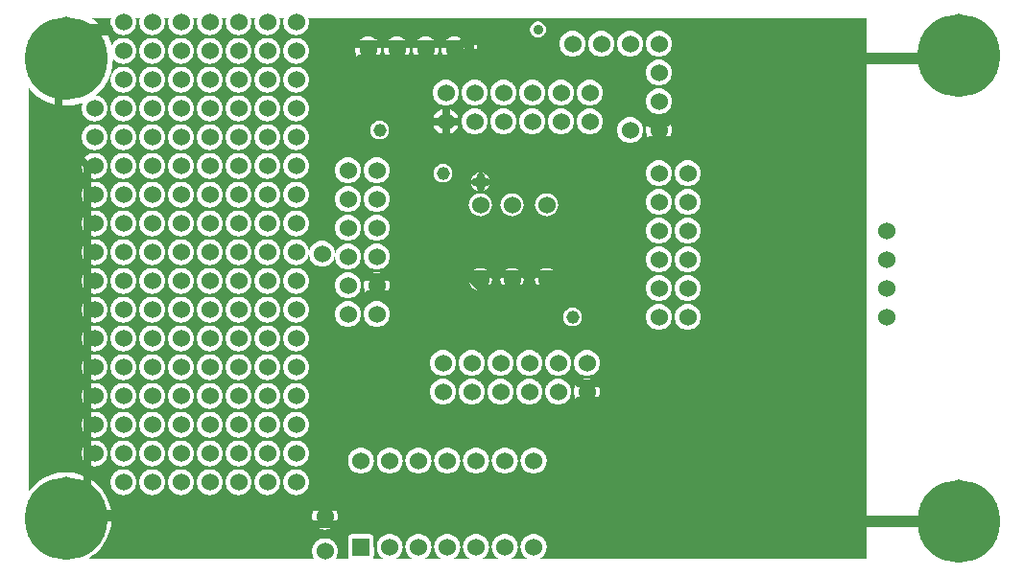
<source format=gbr>
G04 start of page 3 for group 1 idx 1 *
G04 Title: (unknown), ground *
G04 Creator: pcb 4.2.0 *
G04 CreationDate: Mon May  4 13:26:18 2020 UTC *
G04 For: xpi *
G04 Format: Gerber/RS-274X *
G04 PCB-Dimensions (mil): 3500.00 2000.00 *
G04 PCB-Coordinate-Origin: lower left *
%MOIN*%
%FSLAX25Y25*%
%LNGROUP1*%
%ADD38C,0.0197*%
%ADD37C,0.1535*%
%ADD36C,0.0200*%
%ADD35C,0.0350*%
%ADD34C,0.0280*%
%ADD33C,0.0360*%
%ADD32C,0.0460*%
%ADD31C,0.0600*%
%ADD30C,0.0669*%
%ADD29C,0.2874*%
%ADD28C,0.0400*%
%ADD27C,0.0250*%
%ADD26C,0.0001*%
G54D26*G36*
X127993Y9912D02*X128042Y9294D01*
X128207Y8605D01*
X128478Y7951D01*
X128848Y7347D01*
X129308Y6808D01*
X129847Y6348D01*
X130415Y6000D01*
X127993D01*
Y9912D01*
G37*
G36*
X235993Y194000D02*X298000D01*
Y6000D01*
X235993D01*
Y85487D01*
X236000Y85486D01*
X236706Y85542D01*
X237395Y85707D01*
X238049Y85978D01*
X238653Y86348D01*
X239192Y86808D01*
X239652Y87347D01*
X240022Y87951D01*
X240293Y88605D01*
X240458Y89294D01*
X240500Y90000D01*
X240458Y90706D01*
X240293Y91395D01*
X240022Y92049D01*
X239652Y92653D01*
X239192Y93192D01*
X238653Y93652D01*
X238049Y94022D01*
X237395Y94293D01*
X236706Y94458D01*
X236000Y94514D01*
X235993Y94513D01*
Y95487D01*
X236000Y95486D01*
X236706Y95542D01*
X237395Y95707D01*
X238049Y95978D01*
X238653Y96348D01*
X239192Y96808D01*
X239652Y97347D01*
X240022Y97951D01*
X240293Y98605D01*
X240458Y99294D01*
X240500Y100000D01*
X240458Y100706D01*
X240293Y101395D01*
X240022Y102049D01*
X239652Y102653D01*
X239192Y103192D01*
X238653Y103652D01*
X238049Y104022D01*
X237395Y104293D01*
X236706Y104458D01*
X236000Y104514D01*
X235993Y104513D01*
Y105487D01*
X236000Y105486D01*
X236706Y105542D01*
X237395Y105707D01*
X238049Y105978D01*
X238653Y106348D01*
X239192Y106808D01*
X239652Y107347D01*
X240022Y107951D01*
X240293Y108605D01*
X240458Y109294D01*
X240500Y110000D01*
X240458Y110706D01*
X240293Y111395D01*
X240022Y112049D01*
X239652Y112653D01*
X239192Y113192D01*
X238653Y113652D01*
X238049Y114022D01*
X237395Y114293D01*
X236706Y114458D01*
X236000Y114514D01*
X235993Y114513D01*
Y115487D01*
X236000Y115486D01*
X236706Y115542D01*
X237395Y115707D01*
X238049Y115978D01*
X238653Y116348D01*
X239192Y116808D01*
X239652Y117347D01*
X240022Y117951D01*
X240293Y118605D01*
X240458Y119294D01*
X240500Y120000D01*
X240458Y120706D01*
X240293Y121395D01*
X240022Y122049D01*
X239652Y122653D01*
X239192Y123192D01*
X238653Y123652D01*
X238049Y124022D01*
X237395Y124293D01*
X236706Y124458D01*
X236000Y124514D01*
X235993Y124513D01*
Y125487D01*
X236000Y125486D01*
X236706Y125542D01*
X237395Y125707D01*
X238049Y125978D01*
X238653Y126348D01*
X239192Y126808D01*
X239652Y127347D01*
X240022Y127951D01*
X240293Y128605D01*
X240458Y129294D01*
X240500Y130000D01*
X240458Y130706D01*
X240293Y131395D01*
X240022Y132049D01*
X239652Y132653D01*
X239192Y133192D01*
X238653Y133652D01*
X238049Y134022D01*
X237395Y134293D01*
X236706Y134458D01*
X236000Y134514D01*
X235993Y134513D01*
Y135487D01*
X236000Y135486D01*
X236706Y135542D01*
X237395Y135707D01*
X238049Y135978D01*
X238653Y136348D01*
X239192Y136808D01*
X239652Y137347D01*
X240022Y137951D01*
X240293Y138605D01*
X240458Y139294D01*
X240500Y140000D01*
X240458Y140706D01*
X240293Y141395D01*
X240022Y142049D01*
X239652Y142653D01*
X239192Y143192D01*
X238653Y143652D01*
X238049Y144022D01*
X237395Y144293D01*
X236706Y144458D01*
X236000Y144514D01*
X235993Y144513D01*
Y194000D01*
G37*
G36*
X225993D02*X235993D01*
Y144513D01*
X235294Y144458D01*
X234605Y144293D01*
X233951Y144022D01*
X233347Y143652D01*
X232808Y143192D01*
X232348Y142653D01*
X231978Y142049D01*
X231707Y141395D01*
X231542Y140706D01*
X231486Y140000D01*
X231542Y139294D01*
X231707Y138605D01*
X231978Y137951D01*
X232348Y137347D01*
X232808Y136808D01*
X233347Y136348D01*
X233951Y135978D01*
X234605Y135707D01*
X235294Y135542D01*
X235993Y135487D01*
Y134513D01*
X235294Y134458D01*
X234605Y134293D01*
X233951Y134022D01*
X233347Y133652D01*
X232808Y133192D01*
X232348Y132653D01*
X231978Y132049D01*
X231707Y131395D01*
X231542Y130706D01*
X231486Y130000D01*
X231542Y129294D01*
X231707Y128605D01*
X231978Y127951D01*
X232348Y127347D01*
X232808Y126808D01*
X233347Y126348D01*
X233951Y125978D01*
X234605Y125707D01*
X235294Y125542D01*
X235993Y125487D01*
Y124513D01*
X235294Y124458D01*
X234605Y124293D01*
X233951Y124022D01*
X233347Y123652D01*
X232808Y123192D01*
X232348Y122653D01*
X231978Y122049D01*
X231707Y121395D01*
X231542Y120706D01*
X231486Y120000D01*
X231542Y119294D01*
X231707Y118605D01*
X231978Y117951D01*
X232348Y117347D01*
X232808Y116808D01*
X233347Y116348D01*
X233951Y115978D01*
X234605Y115707D01*
X235294Y115542D01*
X235993Y115487D01*
Y114513D01*
X235294Y114458D01*
X234605Y114293D01*
X233951Y114022D01*
X233347Y113652D01*
X232808Y113192D01*
X232348Y112653D01*
X231978Y112049D01*
X231707Y111395D01*
X231542Y110706D01*
X231486Y110000D01*
X231542Y109294D01*
X231707Y108605D01*
X231978Y107951D01*
X232348Y107347D01*
X232808Y106808D01*
X233347Y106348D01*
X233951Y105978D01*
X234605Y105707D01*
X235294Y105542D01*
X235993Y105487D01*
Y104513D01*
X235294Y104458D01*
X234605Y104293D01*
X233951Y104022D01*
X233347Y103652D01*
X232808Y103192D01*
X232348Y102653D01*
X231978Y102049D01*
X231707Y101395D01*
X231542Y100706D01*
X231486Y100000D01*
X231542Y99294D01*
X231707Y98605D01*
X231978Y97951D01*
X232348Y97347D01*
X232808Y96808D01*
X233347Y96348D01*
X233951Y95978D01*
X234605Y95707D01*
X235294Y95542D01*
X235993Y95487D01*
Y94513D01*
X235294Y94458D01*
X234605Y94293D01*
X233951Y94022D01*
X233347Y93652D01*
X232808Y93192D01*
X232348Y92653D01*
X231978Y92049D01*
X231707Y91395D01*
X231542Y90706D01*
X231486Y90000D01*
X231542Y89294D01*
X231707Y88605D01*
X231978Y87951D01*
X232348Y87347D01*
X232808Y86808D01*
X233347Y86348D01*
X233951Y85978D01*
X234605Y85707D01*
X235294Y85542D01*
X235993Y85487D01*
Y6000D01*
X225993D01*
Y85487D01*
X226000Y85486D01*
X226706Y85542D01*
X227395Y85707D01*
X228049Y85978D01*
X228653Y86348D01*
X229192Y86808D01*
X229652Y87347D01*
X230022Y87951D01*
X230293Y88605D01*
X230458Y89294D01*
X230500Y90000D01*
X230458Y90706D01*
X230293Y91395D01*
X230022Y92049D01*
X229652Y92653D01*
X229192Y93192D01*
X228653Y93652D01*
X228049Y94022D01*
X227395Y94293D01*
X226706Y94458D01*
X226000Y94514D01*
X225993Y94513D01*
Y95487D01*
X226000Y95486D01*
X226706Y95542D01*
X227395Y95707D01*
X228049Y95978D01*
X228653Y96348D01*
X229192Y96808D01*
X229652Y97347D01*
X230022Y97951D01*
X230293Y98605D01*
X230458Y99294D01*
X230500Y100000D01*
X230458Y100706D01*
X230293Y101395D01*
X230022Y102049D01*
X229652Y102653D01*
X229192Y103192D01*
X228653Y103652D01*
X228049Y104022D01*
X227395Y104293D01*
X226706Y104458D01*
X226000Y104514D01*
X225993Y104513D01*
Y105487D01*
X226000Y105486D01*
X226706Y105542D01*
X227395Y105707D01*
X228049Y105978D01*
X228653Y106348D01*
X229192Y106808D01*
X229652Y107347D01*
X230022Y107951D01*
X230293Y108605D01*
X230458Y109294D01*
X230500Y110000D01*
X230458Y110706D01*
X230293Y111395D01*
X230022Y112049D01*
X229652Y112653D01*
X229192Y113192D01*
X228653Y113652D01*
X228049Y114022D01*
X227395Y114293D01*
X226706Y114458D01*
X226000Y114514D01*
X225993Y114513D01*
Y115487D01*
X226000Y115486D01*
X226706Y115542D01*
X227395Y115707D01*
X228049Y115978D01*
X228653Y116348D01*
X229192Y116808D01*
X229652Y117347D01*
X230022Y117951D01*
X230293Y118605D01*
X230458Y119294D01*
X230500Y120000D01*
X230458Y120706D01*
X230293Y121395D01*
X230022Y122049D01*
X229652Y122653D01*
X229192Y123192D01*
X228653Y123652D01*
X228049Y124022D01*
X227395Y124293D01*
X226706Y124458D01*
X226000Y124514D01*
X225993Y124513D01*
Y125487D01*
X226000Y125486D01*
X226706Y125542D01*
X227395Y125707D01*
X228049Y125978D01*
X228653Y126348D01*
X229192Y126808D01*
X229652Y127347D01*
X230022Y127951D01*
X230293Y128605D01*
X230458Y129294D01*
X230500Y130000D01*
X230458Y130706D01*
X230293Y131395D01*
X230022Y132049D01*
X229652Y132653D01*
X229192Y133192D01*
X228653Y133652D01*
X228049Y134022D01*
X227395Y134293D01*
X226706Y134458D01*
X226000Y134514D01*
X225993Y134513D01*
Y135487D01*
X226000Y135486D01*
X226706Y135542D01*
X227395Y135707D01*
X228049Y135978D01*
X228653Y136348D01*
X229192Y136808D01*
X229652Y137347D01*
X230022Y137951D01*
X230293Y138605D01*
X230458Y139294D01*
X230500Y140000D01*
X230458Y140706D01*
X230293Y141395D01*
X230022Y142049D01*
X229652Y142653D01*
X229192Y143192D01*
X228653Y143652D01*
X228049Y144022D01*
X227395Y144293D01*
X226706Y144458D01*
X226000Y144514D01*
X225993Y144513D01*
Y150487D01*
X226000Y150486D01*
X226706Y150542D01*
X227395Y150707D01*
X228049Y150978D01*
X228653Y151348D01*
X229192Y151808D01*
X229652Y152347D01*
X230022Y152951D01*
X230293Y153605D01*
X230458Y154294D01*
X230500Y155000D01*
X230458Y155706D01*
X230293Y156395D01*
X230022Y157049D01*
X229652Y157653D01*
X229192Y158192D01*
X228653Y158652D01*
X228049Y159022D01*
X227395Y159293D01*
X226706Y159458D01*
X226000Y159514D01*
X225993Y159513D01*
Y160487D01*
X226000Y160486D01*
X226706Y160542D01*
X227395Y160707D01*
X228049Y160978D01*
X228653Y161348D01*
X229192Y161808D01*
X229652Y162347D01*
X230022Y162951D01*
X230293Y163605D01*
X230458Y164294D01*
X230500Y165000D01*
X230458Y165706D01*
X230293Y166395D01*
X230022Y167049D01*
X229652Y167653D01*
X229192Y168192D01*
X228653Y168652D01*
X228049Y169022D01*
X227395Y169293D01*
X226706Y169458D01*
X226000Y169514D01*
X225993Y169513D01*
Y170487D01*
X226000Y170486D01*
X226706Y170542D01*
X227395Y170707D01*
X228049Y170978D01*
X228653Y171348D01*
X229192Y171808D01*
X229652Y172347D01*
X230022Y172951D01*
X230293Y173605D01*
X230458Y174294D01*
X230500Y175000D01*
X230458Y175706D01*
X230293Y176395D01*
X230022Y177049D01*
X229652Y177653D01*
X229192Y178192D01*
X228653Y178652D01*
X228049Y179022D01*
X227395Y179293D01*
X226706Y179458D01*
X226000Y179514D01*
X225993Y179513D01*
Y180487D01*
X226000Y180486D01*
X226706Y180542D01*
X227395Y180707D01*
X228049Y180978D01*
X228653Y181348D01*
X229192Y181808D01*
X229652Y182347D01*
X230022Y182951D01*
X230293Y183605D01*
X230458Y184294D01*
X230500Y185000D01*
X230458Y185706D01*
X230293Y186395D01*
X230022Y187049D01*
X229652Y187653D01*
X229192Y188192D01*
X228653Y188652D01*
X228049Y189022D01*
X227395Y189293D01*
X226706Y189458D01*
X226000Y189514D01*
X225993Y189513D01*
Y194000D01*
G37*
G36*
X215993D02*X225993D01*
Y189513D01*
X225294Y189458D01*
X224605Y189293D01*
X223951Y189022D01*
X223347Y188652D01*
X222808Y188192D01*
X222348Y187653D01*
X221978Y187049D01*
X221707Y186395D01*
X221542Y185706D01*
X221486Y185000D01*
X221542Y184294D01*
X221707Y183605D01*
X221978Y182951D01*
X222348Y182347D01*
X222808Y181808D01*
X223347Y181348D01*
X223951Y180978D01*
X224605Y180707D01*
X225294Y180542D01*
X225993Y180487D01*
Y179513D01*
X225294Y179458D01*
X224605Y179293D01*
X223951Y179022D01*
X223347Y178652D01*
X222808Y178192D01*
X222348Y177653D01*
X221978Y177049D01*
X221707Y176395D01*
X221542Y175706D01*
X221486Y175000D01*
X221542Y174294D01*
X221707Y173605D01*
X221978Y172951D01*
X222348Y172347D01*
X222808Y171808D01*
X223347Y171348D01*
X223951Y170978D01*
X224605Y170707D01*
X225294Y170542D01*
X225993Y170487D01*
Y169513D01*
X225294Y169458D01*
X224605Y169293D01*
X223951Y169022D01*
X223347Y168652D01*
X222808Y168192D01*
X222348Y167653D01*
X221978Y167049D01*
X221707Y166395D01*
X221542Y165706D01*
X221486Y165000D01*
X221542Y164294D01*
X221707Y163605D01*
X221978Y162951D01*
X222348Y162347D01*
X222808Y161808D01*
X223347Y161348D01*
X223951Y160978D01*
X224605Y160707D01*
X225294Y160542D01*
X225993Y160487D01*
Y159513D01*
X225294Y159458D01*
X224605Y159293D01*
X223951Y159022D01*
X223347Y158652D01*
X222808Y158192D01*
X222348Y157653D01*
X221978Y157049D01*
X221707Y156395D01*
X221542Y155706D01*
X221486Y155000D01*
X221542Y154294D01*
X221707Y153605D01*
X221978Y152951D01*
X222348Y152347D01*
X222808Y151808D01*
X223347Y151348D01*
X223951Y150978D01*
X224605Y150707D01*
X225294Y150542D01*
X225993Y150487D01*
Y144513D01*
X225294Y144458D01*
X224605Y144293D01*
X223951Y144022D01*
X223347Y143652D01*
X222808Y143192D01*
X222348Y142653D01*
X221978Y142049D01*
X221707Y141395D01*
X221542Y140706D01*
X221486Y140000D01*
X221542Y139294D01*
X221707Y138605D01*
X221978Y137951D01*
X222348Y137347D01*
X222808Y136808D01*
X223347Y136348D01*
X223951Y135978D01*
X224605Y135707D01*
X225294Y135542D01*
X225993Y135487D01*
Y134513D01*
X225294Y134458D01*
X224605Y134293D01*
X223951Y134022D01*
X223347Y133652D01*
X222808Y133192D01*
X222348Y132653D01*
X221978Y132049D01*
X221707Y131395D01*
X221542Y130706D01*
X221486Y130000D01*
X221542Y129294D01*
X221707Y128605D01*
X221978Y127951D01*
X222348Y127347D01*
X222808Y126808D01*
X223347Y126348D01*
X223951Y125978D01*
X224605Y125707D01*
X225294Y125542D01*
X225993Y125487D01*
Y124513D01*
X225294Y124458D01*
X224605Y124293D01*
X223951Y124022D01*
X223347Y123652D01*
X222808Y123192D01*
X222348Y122653D01*
X221978Y122049D01*
X221707Y121395D01*
X221542Y120706D01*
X221486Y120000D01*
X221542Y119294D01*
X221707Y118605D01*
X221978Y117951D01*
X222348Y117347D01*
X222808Y116808D01*
X223347Y116348D01*
X223951Y115978D01*
X224605Y115707D01*
X225294Y115542D01*
X225993Y115487D01*
Y114513D01*
X225294Y114458D01*
X224605Y114293D01*
X223951Y114022D01*
X223347Y113652D01*
X222808Y113192D01*
X222348Y112653D01*
X221978Y112049D01*
X221707Y111395D01*
X221542Y110706D01*
X221486Y110000D01*
X221542Y109294D01*
X221707Y108605D01*
X221978Y107951D01*
X222348Y107347D01*
X222808Y106808D01*
X223347Y106348D01*
X223951Y105978D01*
X224605Y105707D01*
X225294Y105542D01*
X225993Y105487D01*
Y104513D01*
X225294Y104458D01*
X224605Y104293D01*
X223951Y104022D01*
X223347Y103652D01*
X222808Y103192D01*
X222348Y102653D01*
X221978Y102049D01*
X221707Y101395D01*
X221542Y100706D01*
X221486Y100000D01*
X221542Y99294D01*
X221707Y98605D01*
X221978Y97951D01*
X222348Y97347D01*
X222808Y96808D01*
X223347Y96348D01*
X223951Y95978D01*
X224605Y95707D01*
X225294Y95542D01*
X225993Y95487D01*
Y94513D01*
X225294Y94458D01*
X224605Y94293D01*
X223951Y94022D01*
X223347Y93652D01*
X222808Y93192D01*
X222348Y92653D01*
X221978Y92049D01*
X221707Y91395D01*
X221542Y90706D01*
X221486Y90000D01*
X221542Y89294D01*
X221707Y88605D01*
X221978Y87951D01*
X222348Y87347D01*
X222808Y86808D01*
X223347Y86348D01*
X223951Y85978D01*
X224605Y85707D01*
X225294Y85542D01*
X225993Y85487D01*
Y6000D01*
X215993D01*
Y150487D01*
X216000Y150486D01*
X216706Y150542D01*
X217395Y150707D01*
X218049Y150978D01*
X218653Y151348D01*
X219192Y151808D01*
X219652Y152347D01*
X220022Y152951D01*
X220293Y153605D01*
X220458Y154294D01*
X220500Y155000D01*
X220458Y155706D01*
X220293Y156395D01*
X220022Y157049D01*
X219652Y157653D01*
X219192Y158192D01*
X218653Y158652D01*
X218049Y159022D01*
X217395Y159293D01*
X216706Y159458D01*
X216000Y159514D01*
X215993Y159513D01*
Y180487D01*
X216000Y180486D01*
X216706Y180542D01*
X217395Y180707D01*
X218049Y180978D01*
X218653Y181348D01*
X219192Y181808D01*
X219652Y182347D01*
X220022Y182951D01*
X220293Y183605D01*
X220458Y184294D01*
X220500Y185000D01*
X220458Y185706D01*
X220293Y186395D01*
X220022Y187049D01*
X219652Y187653D01*
X219192Y188192D01*
X218653Y188652D01*
X218049Y189022D01*
X217395Y189293D01*
X216706Y189458D01*
X216000Y189514D01*
X215993Y189513D01*
Y194000D01*
G37*
G36*
X205993D02*X215993D01*
Y189513D01*
X215294Y189458D01*
X214605Y189293D01*
X213951Y189022D01*
X213347Y188652D01*
X212808Y188192D01*
X212348Y187653D01*
X211978Y187049D01*
X211707Y186395D01*
X211542Y185706D01*
X211486Y185000D01*
X211542Y184294D01*
X211707Y183605D01*
X211978Y182951D01*
X212348Y182347D01*
X212808Y181808D01*
X213347Y181348D01*
X213951Y180978D01*
X214605Y180707D01*
X215294Y180542D01*
X215993Y180487D01*
Y159513D01*
X215294Y159458D01*
X214605Y159293D01*
X213951Y159022D01*
X213347Y158652D01*
X212808Y158192D01*
X212348Y157653D01*
X211978Y157049D01*
X211707Y156395D01*
X211542Y155706D01*
X211486Y155000D01*
X211542Y154294D01*
X211707Y153605D01*
X211978Y152951D01*
X212348Y152347D01*
X212808Y151808D01*
X213347Y151348D01*
X213951Y150978D01*
X214605Y150707D01*
X215294Y150542D01*
X215993Y150487D01*
Y6000D01*
X205993D01*
Y155904D01*
X206022Y155951D01*
X206293Y156605D01*
X206458Y157294D01*
X206500Y158000D01*
X206458Y158706D01*
X206293Y159395D01*
X206022Y160049D01*
X205993Y160096D01*
Y165904D01*
X206022Y165951D01*
X206293Y166605D01*
X206458Y167294D01*
X206500Y168000D01*
X206458Y168706D01*
X206293Y169395D01*
X206022Y170049D01*
X205993Y170096D01*
Y180487D01*
X206000Y180486D01*
X206706Y180542D01*
X207395Y180707D01*
X208049Y180978D01*
X208653Y181348D01*
X209192Y181808D01*
X209652Y182347D01*
X210022Y182951D01*
X210293Y183605D01*
X210458Y184294D01*
X210500Y185000D01*
X210458Y185706D01*
X210293Y186395D01*
X210022Y187049D01*
X209652Y187653D01*
X209192Y188192D01*
X208653Y188652D01*
X208049Y189022D01*
X207395Y189293D01*
X206706Y189458D01*
X206000Y189514D01*
X205993Y189513D01*
Y194000D01*
G37*
G36*
Y160096D02*X205652Y160653D01*
X205192Y161192D01*
X204653Y161652D01*
X204049Y162022D01*
X203395Y162293D01*
X202706Y162458D01*
X202000Y162514D01*
X201294Y162458D01*
X200993Y162386D01*
Y163614D01*
X201294Y163542D01*
X202000Y163486D01*
X202706Y163542D01*
X203395Y163707D01*
X204049Y163978D01*
X204653Y164348D01*
X205192Y164808D01*
X205652Y165347D01*
X205993Y165904D01*
Y160096D01*
G37*
G36*
Y6000D02*X200993D01*
Y59487D01*
X201000Y59486D01*
X201706Y59542D01*
X202395Y59707D01*
X203049Y59978D01*
X203653Y60348D01*
X204192Y60808D01*
X204652Y61347D01*
X205022Y61951D01*
X205293Y62605D01*
X205458Y63294D01*
X205500Y64000D01*
X205458Y64706D01*
X205293Y65395D01*
X205022Y66049D01*
X204652Y66653D01*
X204192Y67192D01*
X203653Y67652D01*
X203049Y68022D01*
X202395Y68293D01*
X201706Y68458D01*
X201000Y68514D01*
X200993Y68513D01*
Y69487D01*
X201000Y69486D01*
X201706Y69542D01*
X202395Y69707D01*
X203049Y69978D01*
X203653Y70348D01*
X204192Y70808D01*
X204652Y71347D01*
X205022Y71951D01*
X205293Y72605D01*
X205458Y73294D01*
X205500Y74000D01*
X205458Y74706D01*
X205293Y75395D01*
X205022Y76049D01*
X204652Y76653D01*
X204192Y77192D01*
X203653Y77652D01*
X203049Y78022D01*
X202395Y78293D01*
X201706Y78458D01*
X201000Y78514D01*
X200993Y78513D01*
Y153614D01*
X201294Y153542D01*
X202000Y153486D01*
X202706Y153542D01*
X203395Y153707D01*
X204049Y153978D01*
X204653Y154348D01*
X205192Y154808D01*
X205652Y155347D01*
X205993Y155904D01*
Y6000D01*
G37*
G36*
X200993Y194000D02*X205993D01*
Y189513D01*
X205294Y189458D01*
X204605Y189293D01*
X203951Y189022D01*
X203347Y188652D01*
X202808Y188192D01*
X202348Y187653D01*
X201978Y187049D01*
X201707Y186395D01*
X201542Y185706D01*
X201486Y185000D01*
X201542Y184294D01*
X201707Y183605D01*
X201978Y182951D01*
X202348Y182347D01*
X202808Y181808D01*
X203347Y181348D01*
X203951Y180978D01*
X204605Y180707D01*
X205294Y180542D01*
X205993Y180487D01*
Y170096D01*
X205652Y170653D01*
X205192Y171192D01*
X204653Y171652D01*
X204049Y172022D01*
X203395Y172293D01*
X202706Y172458D01*
X202000Y172514D01*
X201294Y172458D01*
X200993Y172386D01*
Y194000D01*
G37*
G36*
X195995D02*X200993D01*
Y172386D01*
X200605Y172293D01*
X199951Y172022D01*
X199347Y171652D01*
X198808Y171192D01*
X198348Y170653D01*
X197978Y170049D01*
X197707Y169395D01*
X197542Y168706D01*
X197486Y168000D01*
X197542Y167294D01*
X197707Y166605D01*
X197978Y165951D01*
X198348Y165347D01*
X198808Y164808D01*
X199347Y164348D01*
X199951Y163978D01*
X200605Y163707D01*
X200993Y163614D01*
Y162386D01*
X200605Y162293D01*
X199951Y162022D01*
X199347Y161652D01*
X198808Y161192D01*
X198348Y160653D01*
X197978Y160049D01*
X197707Y159395D01*
X197542Y158706D01*
X197486Y158000D01*
X197542Y157294D01*
X197707Y156605D01*
X197978Y155951D01*
X198348Y155347D01*
X198808Y154808D01*
X199347Y154348D01*
X199951Y153978D01*
X200605Y153707D01*
X200993Y153614D01*
Y78513D01*
X200294Y78458D01*
X199605Y78293D01*
X198951Y78022D01*
X198347Y77652D01*
X197808Y77192D01*
X197348Y76653D01*
X196978Y76049D01*
X196707Y75395D01*
X196542Y74706D01*
X196486Y74000D01*
X196542Y73294D01*
X196707Y72605D01*
X196978Y71951D01*
X197348Y71347D01*
X197808Y70808D01*
X198347Y70348D01*
X198951Y69978D01*
X199605Y69707D01*
X200294Y69542D01*
X200993Y69487D01*
Y68513D01*
X200294Y68458D01*
X199605Y68293D01*
X198951Y68022D01*
X198347Y67652D01*
X197808Y67192D01*
X197348Y66653D01*
X196978Y66049D01*
X196707Y65395D01*
X196542Y64706D01*
X196486Y64000D01*
X196542Y63294D01*
X196707Y62605D01*
X196978Y61951D01*
X197348Y61347D01*
X197808Y60808D01*
X198347Y60348D01*
X198951Y59978D01*
X199605Y59707D01*
X200294Y59542D01*
X200993Y59487D01*
Y6000D01*
X195995D01*
Y86690D01*
X196000Y86690D01*
X196518Y86731D01*
X197023Y86852D01*
X197503Y87051D01*
X197946Y87322D01*
X198341Y87659D01*
X198678Y88054D01*
X198949Y88497D01*
X199148Y88977D01*
X199269Y89482D01*
X199300Y90000D01*
X199269Y90518D01*
X199148Y91023D01*
X198949Y91503D01*
X198678Y91946D01*
X198341Y92341D01*
X197946Y92678D01*
X197503Y92949D01*
X197023Y93148D01*
X196518Y93269D01*
X196000Y93310D01*
X195995Y93310D01*
Y155907D01*
X196022Y155951D01*
X196293Y156605D01*
X196458Y157294D01*
X196500Y158000D01*
X196458Y158706D01*
X196293Y159395D01*
X196022Y160049D01*
X195995Y160093D01*
Y165907D01*
X196022Y165951D01*
X196293Y166605D01*
X196458Y167294D01*
X196500Y168000D01*
X196458Y168706D01*
X196293Y169395D01*
X196022Y170049D01*
X195995Y170093D01*
Y180487D01*
X196000Y180486D01*
X196706Y180542D01*
X197395Y180707D01*
X198049Y180978D01*
X198653Y181348D01*
X199192Y181808D01*
X199652Y182347D01*
X200022Y182951D01*
X200293Y183605D01*
X200458Y184294D01*
X200500Y185000D01*
X200458Y185706D01*
X200293Y186395D01*
X200022Y187049D01*
X199652Y187653D01*
X199192Y188192D01*
X198653Y188652D01*
X198049Y189022D01*
X197395Y189293D01*
X196706Y189458D01*
X196000Y189514D01*
X195995Y189513D01*
Y194000D01*
G37*
G36*
X186994D02*X195995D01*
Y189513D01*
X195294Y189458D01*
X194605Y189293D01*
X193951Y189022D01*
X193347Y188652D01*
X192808Y188192D01*
X192348Y187653D01*
X191978Y187049D01*
X191707Y186395D01*
X191542Y185706D01*
X191486Y185000D01*
X191542Y184294D01*
X191707Y183605D01*
X191978Y182951D01*
X192348Y182347D01*
X192808Y181808D01*
X193347Y181348D01*
X193951Y180978D01*
X194605Y180707D01*
X195294Y180542D01*
X195995Y180487D01*
Y170093D01*
X195652Y170653D01*
X195192Y171192D01*
X194653Y171652D01*
X194049Y172022D01*
X193395Y172293D01*
X192706Y172458D01*
X192000Y172514D01*
X191294Y172458D01*
X190605Y172293D01*
X189951Y172022D01*
X189347Y171652D01*
X188808Y171192D01*
X188348Y170653D01*
X187978Y170049D01*
X187707Y169395D01*
X187542Y168706D01*
X187486Y168000D01*
X187542Y167294D01*
X187707Y166605D01*
X187978Y165951D01*
X188348Y165347D01*
X188808Y164808D01*
X189347Y164348D01*
X189951Y163978D01*
X190605Y163707D01*
X191294Y163542D01*
X192000Y163486D01*
X192706Y163542D01*
X193395Y163707D01*
X194049Y163978D01*
X194653Y164348D01*
X195192Y164808D01*
X195652Y165347D01*
X195995Y165907D01*
Y160093D01*
X195652Y160653D01*
X195192Y161192D01*
X194653Y161652D01*
X194049Y162022D01*
X193395Y162293D01*
X192706Y162458D01*
X192000Y162514D01*
X191294Y162458D01*
X190605Y162293D01*
X189951Y162022D01*
X189347Y161652D01*
X188808Y161192D01*
X188348Y160653D01*
X187978Y160049D01*
X187707Y159395D01*
X187542Y158706D01*
X187486Y158000D01*
X187542Y157294D01*
X187707Y156605D01*
X187978Y155951D01*
X188348Y155347D01*
X188808Y154808D01*
X189347Y154348D01*
X189951Y153978D01*
X190605Y153707D01*
X191294Y153542D01*
X192000Y153486D01*
X192706Y153542D01*
X193395Y153707D01*
X194049Y153978D01*
X194653Y154348D01*
X195192Y154808D01*
X195652Y155347D01*
X195995Y155907D01*
Y93310D01*
X195482Y93269D01*
X194977Y93148D01*
X194497Y92949D01*
X194054Y92678D01*
X193659Y92341D01*
X193322Y91946D01*
X193051Y91503D01*
X192852Y91023D01*
X192731Y90518D01*
X192690Y90000D01*
X192731Y89482D01*
X192852Y88977D01*
X193051Y88497D01*
X193322Y88054D01*
X193659Y87659D01*
X194054Y87322D01*
X194497Y87051D01*
X194977Y86852D01*
X195482Y86731D01*
X195995Y86690D01*
Y6000D01*
X186994D01*
Y9896D01*
X187000Y10000D01*
X186994Y10104D01*
Y39896D01*
X187000Y40000D01*
X186994Y40104D01*
Y61925D01*
X187348Y61347D01*
X187808Y60808D01*
X188347Y60348D01*
X188951Y59978D01*
X189605Y59707D01*
X190294Y59542D01*
X191000Y59486D01*
X191706Y59542D01*
X192395Y59707D01*
X193049Y59978D01*
X193653Y60348D01*
X194192Y60808D01*
X194652Y61347D01*
X195022Y61951D01*
X195293Y62605D01*
X195458Y63294D01*
X195500Y64000D01*
X195458Y64706D01*
X195293Y65395D01*
X195022Y66049D01*
X194652Y66653D01*
X194192Y67192D01*
X193653Y67652D01*
X193049Y68022D01*
X192395Y68293D01*
X191706Y68458D01*
X191000Y68514D01*
X190294Y68458D01*
X189605Y68293D01*
X188951Y68022D01*
X188347Y67652D01*
X187808Y67192D01*
X187348Y66653D01*
X186994Y66075D01*
Y71925D01*
X187348Y71347D01*
X187808Y70808D01*
X188347Y70348D01*
X188951Y69978D01*
X189605Y69707D01*
X190294Y69542D01*
X191000Y69486D01*
X191706Y69542D01*
X192395Y69707D01*
X193049Y69978D01*
X193653Y70348D01*
X194192Y70808D01*
X194652Y71347D01*
X195022Y71951D01*
X195293Y72605D01*
X195458Y73294D01*
X195500Y74000D01*
X195458Y74706D01*
X195293Y75395D01*
X195022Y76049D01*
X194652Y76653D01*
X194192Y77192D01*
X193653Y77652D01*
X193049Y78022D01*
X192395Y78293D01*
X191706Y78458D01*
X191000Y78514D01*
X190294Y78458D01*
X189605Y78293D01*
X188951Y78022D01*
X188347Y77652D01*
X187808Y77192D01*
X187348Y76653D01*
X186994Y76075D01*
Y98988D01*
X187000Y98988D01*
X187628Y99037D01*
X188240Y99184D01*
X188822Y99425D01*
X189358Y99754D01*
X189837Y100163D01*
X190246Y100642D01*
X190575Y101178D01*
X190816Y101760D01*
X190963Y102372D01*
X191000Y103000D01*
X190963Y103628D01*
X190816Y104240D01*
X190575Y104822D01*
X190246Y105358D01*
X189837Y105837D01*
X189358Y106246D01*
X188822Y106575D01*
X188240Y106816D01*
X187628Y106963D01*
X187000Y107012D01*
X186994Y107012D01*
Y124988D01*
X187000Y124988D01*
X187628Y125037D01*
X188240Y125184D01*
X188822Y125425D01*
X189358Y125754D01*
X189837Y126163D01*
X190246Y126642D01*
X190575Y127178D01*
X190816Y127760D01*
X190963Y128372D01*
X191000Y129000D01*
X190963Y129628D01*
X190816Y130240D01*
X190575Y130822D01*
X190246Y131358D01*
X189837Y131837D01*
X189358Y132246D01*
X188822Y132575D01*
X188240Y132816D01*
X187628Y132963D01*
X187000Y133012D01*
X186994Y133012D01*
Y194000D01*
G37*
G36*
Y6000D02*X184585D01*
X185153Y6348D01*
X185692Y6808D01*
X186152Y7347D01*
X186522Y7951D01*
X186793Y8605D01*
X186958Y9294D01*
X186994Y9896D01*
Y6000D01*
G37*
G36*
X180993Y35753D02*X181105Y35707D01*
X181794Y35542D01*
X182500Y35486D01*
X183206Y35542D01*
X183895Y35707D01*
X184549Y35978D01*
X185153Y36348D01*
X185692Y36808D01*
X186152Y37347D01*
X186522Y37951D01*
X186793Y38605D01*
X186958Y39294D01*
X186994Y39896D01*
Y10104D01*
X186958Y10706D01*
X186793Y11395D01*
X186522Y12049D01*
X186152Y12653D01*
X185692Y13192D01*
X185153Y13652D01*
X184549Y14022D01*
X183895Y14293D01*
X183206Y14458D01*
X182500Y14514D01*
X181794Y14458D01*
X181105Y14293D01*
X180993Y14247D01*
Y35753D01*
G37*
G36*
X183996Y100359D02*X184163Y100163D01*
X184642Y99754D01*
X185178Y99425D01*
X185760Y99184D01*
X186372Y99037D01*
X186994Y98988D01*
Y76075D01*
X186978Y76049D01*
X186707Y75395D01*
X186542Y74706D01*
X186486Y74000D01*
X186542Y73294D01*
X186707Y72605D01*
X186978Y71951D01*
X186994Y71925D01*
Y66075D01*
X186978Y66049D01*
X186707Y65395D01*
X186542Y64706D01*
X186486Y64000D01*
X186542Y63294D01*
X186707Y62605D01*
X186978Y61951D01*
X186994Y61925D01*
Y40104D01*
X186958Y40706D01*
X186793Y41395D01*
X186522Y42049D01*
X186152Y42653D01*
X185692Y43192D01*
X185153Y43652D01*
X184549Y44022D01*
X183996Y44251D01*
Y60641D01*
X184192Y60808D01*
X184652Y61347D01*
X185022Y61951D01*
X185293Y62605D01*
X185458Y63294D01*
X185500Y64000D01*
X185458Y64706D01*
X185293Y65395D01*
X185022Y66049D01*
X184652Y66653D01*
X184192Y67192D01*
X183996Y67359D01*
Y70641D01*
X184192Y70808D01*
X184652Y71347D01*
X185022Y71951D01*
X185293Y72605D01*
X185458Y73294D01*
X185500Y74000D01*
X185458Y74706D01*
X185293Y75395D01*
X185022Y76049D01*
X184652Y76653D01*
X184192Y77192D01*
X183996Y77359D01*
Y100359D01*
G37*
G36*
Y126359D02*X184163Y126163D01*
X184642Y125754D01*
X185178Y125425D01*
X185760Y125184D01*
X186372Y125037D01*
X186994Y124988D01*
Y107012D01*
X186372Y106963D01*
X185760Y106816D01*
X185178Y106575D01*
X184642Y106246D01*
X184163Y105837D01*
X183996Y105641D01*
Y126359D01*
G37*
G36*
Y194000D02*X186994D01*
Y133012D01*
X186372Y132963D01*
X185760Y132816D01*
X185178Y132575D01*
X184642Y132246D01*
X184163Y131837D01*
X183996Y131641D01*
Y153956D01*
X184049Y153978D01*
X184653Y154348D01*
X185192Y154808D01*
X185652Y155347D01*
X186022Y155951D01*
X186293Y156605D01*
X186458Y157294D01*
X186500Y158000D01*
X186458Y158706D01*
X186293Y159395D01*
X186022Y160049D01*
X185652Y160653D01*
X185192Y161192D01*
X184653Y161652D01*
X184049Y162022D01*
X183996Y162044D01*
Y163956D01*
X184049Y163978D01*
X184653Y164348D01*
X185192Y164808D01*
X185652Y165347D01*
X186022Y165951D01*
X186293Y166605D01*
X186458Y167294D01*
X186500Y168000D01*
X186458Y168706D01*
X186293Y169395D01*
X186022Y170049D01*
X185652Y170653D01*
X185192Y171192D01*
X184653Y171652D01*
X184049Y172022D01*
X183996Y172044D01*
Y187192D01*
X184000Y187191D01*
X184439Y187226D01*
X184868Y187329D01*
X185275Y187497D01*
X185651Y187728D01*
X185986Y188014D01*
X186272Y188349D01*
X186503Y188725D01*
X186671Y189132D01*
X186774Y189561D01*
X186800Y190000D01*
X186774Y190439D01*
X186671Y190868D01*
X186503Y191275D01*
X186272Y191651D01*
X185986Y191986D01*
X185651Y192272D01*
X185275Y192503D01*
X184868Y192671D01*
X184439Y192774D01*
X184000Y192809D01*
X183996Y192808D01*
Y194000D01*
G37*
G36*
Y162044D02*X183395Y162293D01*
X182706Y162458D01*
X182000Y162514D01*
X181294Y162458D01*
X180993Y162386D01*
Y163614D01*
X181294Y163542D01*
X182000Y163486D01*
X182706Y163542D01*
X183395Y163707D01*
X183996Y163956D01*
Y162044D01*
G37*
G36*
Y67359D02*X183653Y67652D01*
X183049Y68022D01*
X182395Y68293D01*
X181706Y68458D01*
X181000Y68514D01*
X180993Y68513D01*
Y69487D01*
X181000Y69486D01*
X181706Y69542D01*
X182395Y69707D01*
X183049Y69978D01*
X183653Y70348D01*
X183996Y70641D01*
Y67359D01*
G37*
G36*
Y44251D02*X183895Y44293D01*
X183206Y44458D01*
X182500Y44514D01*
X181794Y44458D01*
X181105Y44293D01*
X180993Y44247D01*
Y59487D01*
X181000Y59486D01*
X181706Y59542D01*
X182395Y59707D01*
X183049Y59978D01*
X183653Y60348D01*
X183996Y60641D01*
Y44251D01*
G37*
G36*
Y131641D02*X183754Y131358D01*
X183425Y130822D01*
X183184Y130240D01*
X183037Y129628D01*
X182988Y129000D01*
X183037Y128372D01*
X183184Y127760D01*
X183425Y127178D01*
X183754Y126642D01*
X183996Y126359D01*
Y105641D01*
X183754Y105358D01*
X183425Y104822D01*
X183184Y104240D01*
X183037Y103628D01*
X182988Y103000D01*
X183037Y102372D01*
X183184Y101760D01*
X183425Y101178D01*
X183754Y100642D01*
X183996Y100359D01*
Y77359D01*
X183653Y77652D01*
X183049Y78022D01*
X182395Y78293D01*
X181706Y78458D01*
X181000Y78514D01*
X180993Y78513D01*
Y153614D01*
X181294Y153542D01*
X182000Y153486D01*
X182706Y153542D01*
X183395Y153707D01*
X183996Y153956D01*
Y131641D01*
G37*
G36*
X180993Y194000D02*X183996D01*
Y192808D01*
X183561Y192774D01*
X183132Y192671D01*
X182725Y192503D01*
X182349Y192272D01*
X182014Y191986D01*
X181728Y191651D01*
X181497Y191275D01*
X181329Y190868D01*
X181226Y190439D01*
X181191Y190000D01*
X181226Y189561D01*
X181329Y189132D01*
X181497Y188725D01*
X181728Y188349D01*
X182014Y188014D01*
X182349Y187728D01*
X182725Y187497D01*
X183132Y187329D01*
X183561Y187226D01*
X183996Y187192D01*
Y172044D01*
X183395Y172293D01*
X182706Y172458D01*
X182000Y172514D01*
X181294Y172458D01*
X180993Y172386D01*
Y194000D01*
G37*
G36*
X174994D02*X180993D01*
Y172386D01*
X180605Y172293D01*
X179951Y172022D01*
X179347Y171652D01*
X178808Y171192D01*
X178348Y170653D01*
X177978Y170049D01*
X177707Y169395D01*
X177542Y168706D01*
X177486Y168000D01*
X177542Y167294D01*
X177707Y166605D01*
X177978Y165951D01*
X178348Y165347D01*
X178808Y164808D01*
X179347Y164348D01*
X179951Y163978D01*
X180605Y163707D01*
X180993Y163614D01*
Y162386D01*
X180605Y162293D01*
X179951Y162022D01*
X179347Y161652D01*
X178808Y161192D01*
X178348Y160653D01*
X177978Y160049D01*
X177707Y159395D01*
X177542Y158706D01*
X177486Y158000D01*
X177542Y157294D01*
X177707Y156605D01*
X177978Y155951D01*
X178348Y155347D01*
X178808Y154808D01*
X179347Y154348D01*
X179951Y153978D01*
X180605Y153707D01*
X180993Y153614D01*
Y78513D01*
X180294Y78458D01*
X179605Y78293D01*
X178951Y78022D01*
X178347Y77652D01*
X177808Y77192D01*
X177348Y76653D01*
X176978Y76049D01*
X176707Y75395D01*
X176542Y74706D01*
X176486Y74000D01*
X176542Y73294D01*
X176707Y72605D01*
X176978Y71951D01*
X177348Y71347D01*
X177808Y70808D01*
X178347Y70348D01*
X178951Y69978D01*
X179605Y69707D01*
X180294Y69542D01*
X180993Y69487D01*
Y68513D01*
X180294Y68458D01*
X179605Y68293D01*
X178951Y68022D01*
X178347Y67652D01*
X177808Y67192D01*
X177348Y66653D01*
X176978Y66049D01*
X176707Y65395D01*
X176542Y64706D01*
X176486Y64000D01*
X176542Y63294D01*
X176707Y62605D01*
X176978Y61951D01*
X177348Y61347D01*
X177808Y60808D01*
X178347Y60348D01*
X178951Y59978D01*
X179605Y59707D01*
X180294Y59542D01*
X180993Y59487D01*
Y44247D01*
X180451Y44022D01*
X179847Y43652D01*
X179308Y43192D01*
X178848Y42653D01*
X178478Y42049D01*
X178207Y41395D01*
X178042Y40706D01*
X177986Y40000D01*
X178042Y39294D01*
X178207Y38605D01*
X178478Y37951D01*
X178848Y37347D01*
X179308Y36808D01*
X179847Y36348D01*
X180451Y35978D01*
X180993Y35753D01*
Y14247D01*
X180451Y14022D01*
X179847Y13652D01*
X179308Y13192D01*
X178848Y12653D01*
X178478Y12049D01*
X178207Y11395D01*
X178042Y10706D01*
X177986Y10000D01*
X178042Y9294D01*
X178207Y8605D01*
X178478Y7951D01*
X178848Y7347D01*
X179308Y6808D01*
X179847Y6348D01*
X180415Y6000D01*
X174994D01*
Y6251D01*
X175153Y6348D01*
X175692Y6808D01*
X176152Y7347D01*
X176522Y7951D01*
X176793Y8605D01*
X176958Y9294D01*
X177000Y10000D01*
X176958Y10706D01*
X176793Y11395D01*
X176522Y12049D01*
X176152Y12653D01*
X175692Y13192D01*
X175153Y13652D01*
X174994Y13749D01*
Y36251D01*
X175153Y36348D01*
X175692Y36808D01*
X176152Y37347D01*
X176522Y37951D01*
X176793Y38605D01*
X176958Y39294D01*
X177000Y40000D01*
X176958Y40706D01*
X176793Y41395D01*
X176522Y42049D01*
X176152Y42653D01*
X175692Y43192D01*
X175153Y43652D01*
X174994Y43749D01*
Y61905D01*
X175022Y61951D01*
X175293Y62605D01*
X175458Y63294D01*
X175500Y64000D01*
X175458Y64706D01*
X175293Y65395D01*
X175022Y66049D01*
X174994Y66095D01*
Y71905D01*
X175022Y71951D01*
X175293Y72605D01*
X175458Y73294D01*
X175500Y74000D01*
X175458Y74706D01*
X175293Y75395D01*
X175022Y76049D01*
X174994Y76095D01*
Y98988D01*
X175000Y98988D01*
X175628Y99037D01*
X176240Y99184D01*
X176822Y99425D01*
X177358Y99754D01*
X177837Y100163D01*
X178246Y100642D01*
X178575Y101178D01*
X178816Y101760D01*
X178963Y102372D01*
X179000Y103000D01*
X178963Y103628D01*
X178816Y104240D01*
X178575Y104822D01*
X178246Y105358D01*
X177837Y105837D01*
X177358Y106246D01*
X176822Y106575D01*
X176240Y106816D01*
X175628Y106963D01*
X175000Y107012D01*
X174994Y107012D01*
Y124988D01*
X175000Y124988D01*
X175628Y125037D01*
X176240Y125184D01*
X176822Y125425D01*
X177358Y125754D01*
X177837Y126163D01*
X178246Y126642D01*
X178575Y127178D01*
X178816Y127760D01*
X178963Y128372D01*
X179000Y129000D01*
X178963Y129628D01*
X178816Y130240D01*
X178575Y130822D01*
X178246Y131358D01*
X177837Y131837D01*
X177358Y132246D01*
X176822Y132575D01*
X176240Y132816D01*
X175628Y132963D01*
X175000Y133012D01*
X174994Y133012D01*
Y154639D01*
X175192Y154808D01*
X175652Y155347D01*
X176022Y155951D01*
X176293Y156605D01*
X176458Y157294D01*
X176500Y158000D01*
X176458Y158706D01*
X176293Y159395D01*
X176022Y160049D01*
X175652Y160653D01*
X175192Y161192D01*
X174994Y161361D01*
Y164639D01*
X175192Y164808D01*
X175652Y165347D01*
X176022Y165951D01*
X176293Y166605D01*
X176458Y167294D01*
X176500Y168000D01*
X176458Y168706D01*
X176293Y169395D01*
X176022Y170049D01*
X175652Y170653D01*
X175192Y171192D01*
X174994Y171361D01*
Y194000D01*
G37*
G36*
Y6000D02*X174585D01*
X174994Y6251D01*
Y6000D01*
G37*
G36*
X163994Y194000D02*X174994D01*
Y171361D01*
X174653Y171652D01*
X174049Y172022D01*
X173395Y172293D01*
X172706Y172458D01*
X172000Y172514D01*
X171294Y172458D01*
X170605Y172293D01*
X169951Y172022D01*
X169347Y171652D01*
X168808Y171192D01*
X168348Y170653D01*
X167978Y170049D01*
X167707Y169395D01*
X167542Y168706D01*
X167486Y168000D01*
X167542Y167294D01*
X167707Y166605D01*
X167978Y165951D01*
X168348Y165347D01*
X168808Y164808D01*
X169347Y164348D01*
X169951Y163978D01*
X170605Y163707D01*
X171294Y163542D01*
X172000Y163486D01*
X172706Y163542D01*
X173395Y163707D01*
X174049Y163978D01*
X174653Y164348D01*
X174994Y164639D01*
Y161361D01*
X174653Y161652D01*
X174049Y162022D01*
X173395Y162293D01*
X172706Y162458D01*
X172000Y162514D01*
X171294Y162458D01*
X170605Y162293D01*
X169951Y162022D01*
X169347Y161652D01*
X168808Y161192D01*
X168348Y160653D01*
X167978Y160049D01*
X167707Y159395D01*
X167542Y158706D01*
X167486Y158000D01*
X167542Y157294D01*
X167707Y156605D01*
X167978Y155951D01*
X168348Y155347D01*
X168808Y154808D01*
X169347Y154348D01*
X169951Y153978D01*
X170605Y153707D01*
X171294Y153542D01*
X172000Y153486D01*
X172706Y153542D01*
X173395Y153707D01*
X174049Y153978D01*
X174653Y154348D01*
X174994Y154639D01*
Y133012D01*
X174372Y132963D01*
X173760Y132816D01*
X173178Y132575D01*
X172642Y132246D01*
X172163Y131837D01*
X171754Y131358D01*
X171425Y130822D01*
X171184Y130240D01*
X171037Y129628D01*
X170988Y129000D01*
X171037Y128372D01*
X171184Y127760D01*
X171425Y127178D01*
X171754Y126642D01*
X172163Y126163D01*
X172642Y125754D01*
X173178Y125425D01*
X173760Y125184D01*
X174372Y125037D01*
X174994Y124988D01*
Y107012D01*
X174372Y106963D01*
X173760Y106816D01*
X173178Y106575D01*
X172642Y106246D01*
X172163Y105837D01*
X171754Y105358D01*
X171425Y104822D01*
X171184Y104240D01*
X171037Y103628D01*
X170988Y103000D01*
X171037Y102372D01*
X171184Y101760D01*
X171425Y101178D01*
X171754Y100642D01*
X172163Y100163D01*
X172642Y99754D01*
X173178Y99425D01*
X173760Y99184D01*
X174372Y99037D01*
X174994Y98988D01*
Y76095D01*
X174652Y76653D01*
X174192Y77192D01*
X173653Y77652D01*
X173049Y78022D01*
X172395Y78293D01*
X171706Y78458D01*
X171000Y78514D01*
X170294Y78458D01*
X169605Y78293D01*
X168951Y78022D01*
X168347Y77652D01*
X167808Y77192D01*
X167348Y76653D01*
X166978Y76049D01*
X166707Y75395D01*
X166542Y74706D01*
X166486Y74000D01*
X166542Y73294D01*
X166707Y72605D01*
X166978Y71951D01*
X167348Y71347D01*
X167808Y70808D01*
X168347Y70348D01*
X168951Y69978D01*
X169605Y69707D01*
X170294Y69542D01*
X171000Y69486D01*
X171706Y69542D01*
X172395Y69707D01*
X173049Y69978D01*
X173653Y70348D01*
X174192Y70808D01*
X174652Y71347D01*
X174994Y71905D01*
Y66095D01*
X174652Y66653D01*
X174192Y67192D01*
X173653Y67652D01*
X173049Y68022D01*
X172395Y68293D01*
X171706Y68458D01*
X171000Y68514D01*
X170294Y68458D01*
X169605Y68293D01*
X168951Y68022D01*
X168347Y67652D01*
X167808Y67192D01*
X167348Y66653D01*
X166978Y66049D01*
X166707Y65395D01*
X166542Y64706D01*
X166486Y64000D01*
X166542Y63294D01*
X166707Y62605D01*
X166978Y61951D01*
X167348Y61347D01*
X167808Y60808D01*
X168347Y60348D01*
X168951Y59978D01*
X169605Y59707D01*
X170294Y59542D01*
X171000Y59486D01*
X171706Y59542D01*
X172395Y59707D01*
X173049Y59978D01*
X173653Y60348D01*
X174192Y60808D01*
X174652Y61347D01*
X174994Y61905D01*
Y43749D01*
X174549Y44022D01*
X173895Y44293D01*
X173206Y44458D01*
X172500Y44514D01*
X171794Y44458D01*
X171105Y44293D01*
X170451Y44022D01*
X169847Y43652D01*
X169308Y43192D01*
X168848Y42653D01*
X168478Y42049D01*
X168207Y41395D01*
X168042Y40706D01*
X167986Y40000D01*
X168042Y39294D01*
X168207Y38605D01*
X168478Y37951D01*
X168848Y37347D01*
X169308Y36808D01*
X169847Y36348D01*
X170451Y35978D01*
X171105Y35707D01*
X171794Y35542D01*
X172500Y35486D01*
X173206Y35542D01*
X173895Y35707D01*
X174549Y35978D01*
X174994Y36251D01*
Y13749D01*
X174549Y14022D01*
X173895Y14293D01*
X173206Y14458D01*
X172500Y14514D01*
X171794Y14458D01*
X171105Y14293D01*
X170451Y14022D01*
X169847Y13652D01*
X169308Y13192D01*
X168848Y12653D01*
X168478Y12049D01*
X168207Y11395D01*
X168042Y10706D01*
X167986Y10000D01*
X168042Y9294D01*
X168207Y8605D01*
X168478Y7951D01*
X168848Y7347D01*
X169308Y6808D01*
X169847Y6348D01*
X170415Y6000D01*
X164585D01*
X165153Y6348D01*
X165692Y6808D01*
X166152Y7347D01*
X166522Y7951D01*
X166793Y8605D01*
X166958Y9294D01*
X167000Y10000D01*
X166958Y10706D01*
X166793Y11395D01*
X166522Y12049D01*
X166152Y12653D01*
X165692Y13192D01*
X165153Y13652D01*
X164549Y14022D01*
X163994Y14252D01*
Y35748D01*
X164549Y35978D01*
X165153Y36348D01*
X165692Y36808D01*
X166152Y37347D01*
X166522Y37951D01*
X166793Y38605D01*
X166958Y39294D01*
X167000Y40000D01*
X166958Y40706D01*
X166793Y41395D01*
X166522Y42049D01*
X166152Y42653D01*
X165692Y43192D01*
X165153Y43652D01*
X164549Y44022D01*
X163994Y44252D01*
Y60639D01*
X164192Y60808D01*
X164652Y61347D01*
X165022Y61951D01*
X165293Y62605D01*
X165458Y63294D01*
X165500Y64000D01*
X165458Y64706D01*
X165293Y65395D01*
X165022Y66049D01*
X164652Y66653D01*
X164192Y67192D01*
X163994Y67361D01*
Y70639D01*
X164192Y70808D01*
X164652Y71347D01*
X165022Y71951D01*
X165293Y72605D01*
X165458Y73294D01*
X165500Y74000D01*
X165458Y74706D01*
X165293Y75395D01*
X165022Y76049D01*
X164652Y76653D01*
X164192Y77192D01*
X163994Y77361D01*
Y98988D01*
X164000Y98988D01*
X164628Y99037D01*
X165240Y99184D01*
X165822Y99425D01*
X166358Y99754D01*
X166837Y100163D01*
X167246Y100642D01*
X167575Y101178D01*
X167816Y101760D01*
X167963Y102372D01*
X168000Y103000D01*
X167963Y103628D01*
X167816Y104240D01*
X167575Y104822D01*
X167246Y105358D01*
X166837Y105837D01*
X166358Y106246D01*
X165822Y106575D01*
X165240Y106816D01*
X164628Y106963D01*
X164000Y107012D01*
X163994Y107012D01*
Y124988D01*
X164000Y124988D01*
X164628Y125037D01*
X165240Y125184D01*
X165822Y125425D01*
X166358Y125754D01*
X166837Y126163D01*
X167246Y126642D01*
X167575Y127178D01*
X167816Y127760D01*
X167963Y128372D01*
X168000Y129000D01*
X167963Y129628D01*
X167816Y130240D01*
X167575Y130822D01*
X167246Y131358D01*
X166837Y131837D01*
X166358Y132246D01*
X165822Y132575D01*
X165240Y132816D01*
X164628Y132963D01*
X164000Y133012D01*
X163994Y133012D01*
Y133690D01*
X164000Y133690D01*
X164518Y133731D01*
X165023Y133852D01*
X165503Y134051D01*
X165946Y134322D01*
X166341Y134659D01*
X166678Y135054D01*
X166949Y135497D01*
X167148Y135977D01*
X167269Y136482D01*
X167300Y137000D01*
X167269Y137518D01*
X167148Y138023D01*
X166949Y138503D01*
X166678Y138946D01*
X166341Y139341D01*
X165946Y139678D01*
X165503Y139949D01*
X165023Y140148D01*
X164518Y140269D01*
X164000Y140310D01*
X163994Y140310D01*
Y153955D01*
X164049Y153978D01*
X164653Y154348D01*
X165192Y154808D01*
X165652Y155347D01*
X166022Y155951D01*
X166293Y156605D01*
X166458Y157294D01*
X166500Y158000D01*
X166458Y158706D01*
X166293Y159395D01*
X166022Y160049D01*
X165652Y160653D01*
X165192Y161192D01*
X164653Y161652D01*
X164049Y162022D01*
X163994Y162045D01*
Y163955D01*
X164049Y163978D01*
X164653Y164348D01*
X165192Y164808D01*
X165652Y165347D01*
X166022Y165951D01*
X166293Y166605D01*
X166458Y167294D01*
X166500Y168000D01*
X166458Y168706D01*
X166293Y169395D01*
X166022Y170049D01*
X165652Y170653D01*
X165192Y171192D01*
X164653Y171652D01*
X164049Y172022D01*
X163994Y172045D01*
Y194000D01*
G37*
G36*
X150993D02*X163994D01*
Y172045D01*
X163395Y172293D01*
X162706Y172458D01*
X162000Y172514D01*
X161294Y172458D01*
X160605Y172293D01*
X159951Y172022D01*
X159347Y171652D01*
X158808Y171192D01*
X158348Y170653D01*
X157978Y170049D01*
X157707Y169395D01*
X157542Y168706D01*
X157486Y168000D01*
X157542Y167294D01*
X157707Y166605D01*
X157978Y165951D01*
X158348Y165347D01*
X158808Y164808D01*
X159347Y164348D01*
X159951Y163978D01*
X160605Y163707D01*
X161294Y163542D01*
X162000Y163486D01*
X162706Y163542D01*
X163395Y163707D01*
X163994Y163955D01*
Y162045D01*
X163395Y162293D01*
X162706Y162458D01*
X162000Y162514D01*
X161294Y162458D01*
X160605Y162293D01*
X159951Y162022D01*
X159347Y161652D01*
X158808Y161192D01*
X158348Y160653D01*
X157978Y160049D01*
X157707Y159395D01*
X157542Y158706D01*
X157486Y158000D01*
X157542Y157294D01*
X157707Y156605D01*
X157978Y155951D01*
X158348Y155347D01*
X158808Y154808D01*
X159347Y154348D01*
X159951Y153978D01*
X160605Y153707D01*
X161294Y153542D01*
X162000Y153486D01*
X162706Y153542D01*
X163395Y153707D01*
X163994Y153955D01*
Y140310D01*
X163482Y140269D01*
X162977Y140148D01*
X162497Y139949D01*
X162054Y139678D01*
X161659Y139341D01*
X161322Y138946D01*
X161051Y138503D01*
X160852Y138023D01*
X160731Y137518D01*
X160690Y137000D01*
X160731Y136482D01*
X160852Y135977D01*
X161051Y135497D01*
X161322Y135054D01*
X161659Y134659D01*
X162054Y134322D01*
X162497Y134051D01*
X162977Y133852D01*
X163482Y133731D01*
X163994Y133690D01*
Y133012D01*
X163372Y132963D01*
X162760Y132816D01*
X162178Y132575D01*
X161642Y132246D01*
X161163Y131837D01*
X160754Y131358D01*
X160425Y130822D01*
X160184Y130240D01*
X160037Y129628D01*
X159988Y129000D01*
X160037Y128372D01*
X160184Y127760D01*
X160425Y127178D01*
X160754Y126642D01*
X161163Y126163D01*
X161642Y125754D01*
X162178Y125425D01*
X162760Y125184D01*
X163372Y125037D01*
X163994Y124988D01*
Y107012D01*
X163372Y106963D01*
X162760Y106816D01*
X162178Y106575D01*
X161642Y106246D01*
X161163Y105837D01*
X160754Y105358D01*
X160425Y104822D01*
X160184Y104240D01*
X160037Y103628D01*
X159988Y103000D01*
X160037Y102372D01*
X160184Y101760D01*
X160425Y101178D01*
X160754Y100642D01*
X161163Y100163D01*
X161642Y99754D01*
X162178Y99425D01*
X162760Y99184D01*
X163372Y99037D01*
X163994Y98988D01*
Y77361D01*
X163653Y77652D01*
X163049Y78022D01*
X162395Y78293D01*
X161706Y78458D01*
X161000Y78514D01*
X160294Y78458D01*
X159605Y78293D01*
X158951Y78022D01*
X158347Y77652D01*
X157808Y77192D01*
X157348Y76653D01*
X156978Y76049D01*
X156707Y75395D01*
X156542Y74706D01*
X156486Y74000D01*
X156542Y73294D01*
X156707Y72605D01*
X156978Y71951D01*
X157348Y71347D01*
X157808Y70808D01*
X158347Y70348D01*
X158951Y69978D01*
X159605Y69707D01*
X160294Y69542D01*
X161000Y69486D01*
X161706Y69542D01*
X162395Y69707D01*
X163049Y69978D01*
X163653Y70348D01*
X163994Y70639D01*
Y67361D01*
X163653Y67652D01*
X163049Y68022D01*
X162395Y68293D01*
X161706Y68458D01*
X161000Y68514D01*
X160294Y68458D01*
X159605Y68293D01*
X158951Y68022D01*
X158347Y67652D01*
X157808Y67192D01*
X157348Y66653D01*
X156978Y66049D01*
X156707Y65395D01*
X156542Y64706D01*
X156486Y64000D01*
X156542Y63294D01*
X156707Y62605D01*
X156978Y61951D01*
X157348Y61347D01*
X157808Y60808D01*
X158347Y60348D01*
X158951Y59978D01*
X159605Y59707D01*
X160294Y59542D01*
X161000Y59486D01*
X161706Y59542D01*
X162395Y59707D01*
X163049Y59978D01*
X163653Y60348D01*
X163994Y60639D01*
Y44252D01*
X163895Y44293D01*
X163206Y44458D01*
X162500Y44514D01*
X161794Y44458D01*
X161105Y44293D01*
X160451Y44022D01*
X159847Y43652D01*
X159308Y43192D01*
X158848Y42653D01*
X158478Y42049D01*
X158207Y41395D01*
X158042Y40706D01*
X157986Y40000D01*
X158042Y39294D01*
X158207Y38605D01*
X158478Y37951D01*
X158848Y37347D01*
X159308Y36808D01*
X159847Y36348D01*
X160451Y35978D01*
X161105Y35707D01*
X161794Y35542D01*
X162500Y35486D01*
X163206Y35542D01*
X163895Y35707D01*
X163994Y35748D01*
Y14252D01*
X163895Y14293D01*
X163206Y14458D01*
X162500Y14514D01*
X161794Y14458D01*
X161105Y14293D01*
X160451Y14022D01*
X159847Y13652D01*
X159308Y13192D01*
X158848Y12653D01*
X158478Y12049D01*
X158207Y11395D01*
X158042Y10706D01*
X157986Y10000D01*
X158042Y9294D01*
X158207Y8605D01*
X158478Y7951D01*
X158848Y7347D01*
X159308Y6808D01*
X159847Y6348D01*
X160415Y6000D01*
X154585D01*
X155153Y6348D01*
X155692Y6808D01*
X156152Y7347D01*
X156522Y7951D01*
X156793Y8605D01*
X156958Y9294D01*
X157000Y10000D01*
X156958Y10706D01*
X156793Y11395D01*
X156522Y12049D01*
X156152Y12653D01*
X155692Y13192D01*
X155153Y13652D01*
X154549Y14022D01*
X153895Y14293D01*
X153206Y14458D01*
X152500Y14514D01*
X151794Y14458D01*
X151105Y14293D01*
X150993Y14247D01*
Y35753D01*
X151105Y35707D01*
X151794Y35542D01*
X152500Y35486D01*
X153206Y35542D01*
X153895Y35707D01*
X154549Y35978D01*
X155153Y36348D01*
X155692Y36808D01*
X156152Y37347D01*
X156522Y37951D01*
X156793Y38605D01*
X156958Y39294D01*
X157000Y40000D01*
X156958Y40706D01*
X156793Y41395D01*
X156522Y42049D01*
X156152Y42653D01*
X155692Y43192D01*
X155153Y43652D01*
X154549Y44022D01*
X153895Y44293D01*
X153206Y44458D01*
X152500Y44514D01*
X151794Y44458D01*
X151105Y44293D01*
X150993Y44247D01*
Y59487D01*
X151000Y59486D01*
X151706Y59542D01*
X152395Y59707D01*
X153049Y59978D01*
X153653Y60348D01*
X154192Y60808D01*
X154652Y61347D01*
X155022Y61951D01*
X155293Y62605D01*
X155458Y63294D01*
X155500Y64000D01*
X155458Y64706D01*
X155293Y65395D01*
X155022Y66049D01*
X154652Y66653D01*
X154192Y67192D01*
X153653Y67652D01*
X153049Y68022D01*
X152395Y68293D01*
X151706Y68458D01*
X151000Y68514D01*
X150993Y68513D01*
Y69487D01*
X151000Y69486D01*
X151706Y69542D01*
X152395Y69707D01*
X153049Y69978D01*
X153653Y70348D01*
X154192Y70808D01*
X154652Y71347D01*
X155022Y71951D01*
X155293Y72605D01*
X155458Y73294D01*
X155500Y74000D01*
X155458Y74706D01*
X155293Y75395D01*
X155022Y76049D01*
X154652Y76653D01*
X154192Y77192D01*
X153653Y77652D01*
X153049Y78022D01*
X152395Y78293D01*
X151706Y78458D01*
X151000Y78514D01*
X150993Y78513D01*
Y136690D01*
X151000Y136690D01*
X151518Y136731D01*
X152023Y136852D01*
X152503Y137051D01*
X152946Y137322D01*
X153341Y137659D01*
X153678Y138054D01*
X153949Y138497D01*
X154148Y138977D01*
X154269Y139482D01*
X154300Y140000D01*
X154269Y140518D01*
X154148Y141023D01*
X153949Y141503D01*
X153678Y141946D01*
X153341Y142341D01*
X152946Y142678D01*
X152503Y142949D01*
X152023Y143148D01*
X151518Y143269D01*
X151000Y143310D01*
X150993Y143310D01*
Y153614D01*
X151294Y153542D01*
X152000Y153486D01*
X152706Y153542D01*
X153395Y153707D01*
X154049Y153978D01*
X154653Y154348D01*
X155192Y154808D01*
X155652Y155347D01*
X156022Y155951D01*
X156293Y156605D01*
X156458Y157294D01*
X156500Y158000D01*
X156458Y158706D01*
X156293Y159395D01*
X156022Y160049D01*
X155652Y160653D01*
X155192Y161192D01*
X154653Y161652D01*
X154049Y162022D01*
X153395Y162293D01*
X152706Y162458D01*
X152000Y162514D01*
X151294Y162458D01*
X150993Y162386D01*
Y163614D01*
X151294Y163542D01*
X152000Y163486D01*
X152706Y163542D01*
X153395Y163707D01*
X154049Y163978D01*
X154653Y164348D01*
X155192Y164808D01*
X155652Y165347D01*
X156022Y165951D01*
X156293Y166605D01*
X156458Y167294D01*
X156500Y168000D01*
X156458Y168706D01*
X156293Y169395D01*
X156022Y170049D01*
X155652Y170653D01*
X155192Y171192D01*
X154653Y171652D01*
X154049Y172022D01*
X153395Y172293D01*
X152706Y172458D01*
X152000Y172514D01*
X151294Y172458D01*
X150993Y172386D01*
Y180926D01*
X151348Y180347D01*
X151808Y179808D01*
X152347Y179348D01*
X152951Y178978D01*
X153605Y178707D01*
X154294Y178542D01*
X155000Y178486D01*
X155706Y178542D01*
X156395Y178707D01*
X157049Y178978D01*
X157653Y179348D01*
X158192Y179808D01*
X158652Y180347D01*
X159022Y180951D01*
X159174Y181319D01*
X159561Y181226D01*
X160000Y181191D01*
X160439Y181226D01*
X160868Y181329D01*
X161275Y181497D01*
X161651Y181728D01*
X161986Y182014D01*
X162272Y182349D01*
X162503Y182725D01*
X162671Y183132D01*
X162774Y183561D01*
X162800Y184000D01*
X162774Y184439D01*
X162671Y184868D01*
X162503Y185275D01*
X162272Y185651D01*
X161986Y185986D01*
X161651Y186272D01*
X161275Y186503D01*
X160868Y186671D01*
X160439Y186774D01*
X160000Y186809D01*
X159561Y186774D01*
X159132Y186671D01*
X158725Y186503D01*
X158349Y186272D01*
X158218Y186161D01*
X158192Y186192D01*
X157653Y186652D01*
X157049Y187022D01*
X156395Y187293D01*
X155706Y187458D01*
X155000Y187514D01*
X154294Y187458D01*
X153605Y187293D01*
X152951Y187022D01*
X152347Y186652D01*
X151808Y186192D01*
X151348Y185653D01*
X150993Y185074D01*
Y194000D01*
G37*
G36*
X144993D02*X150993D01*
Y185074D01*
X150978Y185049D01*
X150707Y184395D01*
X150542Y183706D01*
X150486Y183000D01*
X150542Y182294D01*
X150707Y181605D01*
X150978Y180951D01*
X150993Y180926D01*
Y172386D01*
X150605Y172293D01*
X149951Y172022D01*
X149347Y171652D01*
X148808Y171192D01*
X148348Y170653D01*
X147978Y170049D01*
X147707Y169395D01*
X147542Y168706D01*
X147486Y168000D01*
X147542Y167294D01*
X147707Y166605D01*
X147978Y165951D01*
X148348Y165347D01*
X148808Y164808D01*
X149347Y164348D01*
X149951Y163978D01*
X150605Y163707D01*
X150993Y163614D01*
Y162386D01*
X150605Y162293D01*
X149951Y162022D01*
X149347Y161652D01*
X148808Y161192D01*
X148348Y160653D01*
X147978Y160049D01*
X147707Y159395D01*
X147542Y158706D01*
X147486Y158000D01*
X147542Y157294D01*
X147707Y156605D01*
X147978Y155951D01*
X148348Y155347D01*
X148808Y154808D01*
X149347Y154348D01*
X149951Y153978D01*
X150605Y153707D01*
X150993Y153614D01*
Y143310D01*
X150482Y143269D01*
X149977Y143148D01*
X149497Y142949D01*
X149054Y142678D01*
X148659Y142341D01*
X148322Y141946D01*
X148051Y141503D01*
X147852Y141023D01*
X147731Y140518D01*
X147690Y140000D01*
X147731Y139482D01*
X147852Y138977D01*
X148051Y138497D01*
X148322Y138054D01*
X148659Y137659D01*
X149054Y137322D01*
X149497Y137051D01*
X149977Y136852D01*
X150482Y136731D01*
X150993Y136690D01*
Y78513D01*
X150294Y78458D01*
X149605Y78293D01*
X148951Y78022D01*
X148347Y77652D01*
X147808Y77192D01*
X147348Y76653D01*
X146978Y76049D01*
X146707Y75395D01*
X146542Y74706D01*
X146486Y74000D01*
X146542Y73294D01*
X146707Y72605D01*
X146978Y71951D01*
X147348Y71347D01*
X147808Y70808D01*
X148347Y70348D01*
X148951Y69978D01*
X149605Y69707D01*
X150294Y69542D01*
X150993Y69487D01*
Y68513D01*
X150294Y68458D01*
X149605Y68293D01*
X148951Y68022D01*
X148347Y67652D01*
X147808Y67192D01*
X147348Y66653D01*
X146978Y66049D01*
X146707Y65395D01*
X146542Y64706D01*
X146486Y64000D01*
X146542Y63294D01*
X146707Y62605D01*
X146978Y61951D01*
X147348Y61347D01*
X147808Y60808D01*
X148347Y60348D01*
X148951Y59978D01*
X149605Y59707D01*
X150294Y59542D01*
X150993Y59487D01*
Y44247D01*
X150451Y44022D01*
X149847Y43652D01*
X149308Y43192D01*
X148848Y42653D01*
X148478Y42049D01*
X148207Y41395D01*
X148042Y40706D01*
X147986Y40000D01*
X148042Y39294D01*
X148207Y38605D01*
X148478Y37951D01*
X148848Y37347D01*
X149308Y36808D01*
X149847Y36348D01*
X150451Y35978D01*
X150993Y35753D01*
Y14247D01*
X150451Y14022D01*
X149847Y13652D01*
X149308Y13192D01*
X148848Y12653D01*
X148478Y12049D01*
X148207Y11395D01*
X148042Y10706D01*
X147986Y10000D01*
X148042Y9294D01*
X148207Y8605D01*
X148478Y7951D01*
X148848Y7347D01*
X149308Y6808D01*
X149847Y6348D01*
X150415Y6000D01*
X144993D01*
Y6250D01*
X145153Y6348D01*
X145692Y6808D01*
X146152Y7347D01*
X146522Y7951D01*
X146793Y8605D01*
X146958Y9294D01*
X147000Y10000D01*
X146958Y10706D01*
X146793Y11395D01*
X146522Y12049D01*
X146152Y12653D01*
X145692Y13192D01*
X145153Y13652D01*
X144993Y13750D01*
Y36250D01*
X145153Y36348D01*
X145692Y36808D01*
X146152Y37347D01*
X146522Y37951D01*
X146793Y38605D01*
X146958Y39294D01*
X147000Y40000D01*
X146958Y40706D01*
X146793Y41395D01*
X146522Y42049D01*
X146152Y42653D01*
X145692Y43192D01*
X145153Y43652D01*
X144993Y43750D01*
Y178487D01*
X145000Y178486D01*
X145706Y178542D01*
X146395Y178707D01*
X147049Y178978D01*
X147653Y179348D01*
X148192Y179808D01*
X148652Y180347D01*
X149022Y180951D01*
X149293Y181605D01*
X149458Y182294D01*
X149500Y183000D01*
X149458Y183706D01*
X149293Y184395D01*
X149022Y185049D01*
X148652Y185653D01*
X148192Y186192D01*
X147653Y186652D01*
X147049Y187022D01*
X146395Y187293D01*
X145706Y187458D01*
X145000Y187514D01*
X144993Y187513D01*
Y194000D01*
G37*
G36*
Y6000D02*X144585D01*
X144993Y6250D01*
Y6000D01*
G37*
G36*
X134993Y194000D02*X144993D01*
Y187513D01*
X144294Y187458D01*
X143605Y187293D01*
X142951Y187022D01*
X142347Y186652D01*
X141808Y186192D01*
X141348Y185653D01*
X140978Y185049D01*
X140707Y184395D01*
X140542Y183706D01*
X140486Y183000D01*
X140542Y182294D01*
X140707Y181605D01*
X140978Y180951D01*
X141348Y180347D01*
X141808Y179808D01*
X142347Y179348D01*
X142951Y178978D01*
X143605Y178707D01*
X144294Y178542D01*
X144993Y178487D01*
Y43750D01*
X144549Y44022D01*
X143895Y44293D01*
X143206Y44458D01*
X142500Y44514D01*
X141794Y44458D01*
X141105Y44293D01*
X140451Y44022D01*
X139847Y43652D01*
X139308Y43192D01*
X138848Y42653D01*
X138478Y42049D01*
X138207Y41395D01*
X138042Y40706D01*
X137986Y40000D01*
X138042Y39294D01*
X138207Y38605D01*
X138478Y37951D01*
X138848Y37347D01*
X139308Y36808D01*
X139847Y36348D01*
X140451Y35978D01*
X141105Y35707D01*
X141794Y35542D01*
X142500Y35486D01*
X143206Y35542D01*
X143895Y35707D01*
X144549Y35978D01*
X144993Y36250D01*
Y13750D01*
X144549Y14022D01*
X143895Y14293D01*
X143206Y14458D01*
X142500Y14514D01*
X141794Y14458D01*
X141105Y14293D01*
X140451Y14022D01*
X139847Y13652D01*
X139308Y13192D01*
X138848Y12653D01*
X138478Y12049D01*
X138207Y11395D01*
X138042Y10706D01*
X137986Y10000D01*
X138042Y9294D01*
X138207Y8605D01*
X138478Y7951D01*
X138848Y7347D01*
X139308Y6808D01*
X139847Y6348D01*
X140415Y6000D01*
X134993D01*
Y6250D01*
X135153Y6348D01*
X135692Y6808D01*
X136152Y7347D01*
X136522Y7951D01*
X136793Y8605D01*
X136958Y9294D01*
X137000Y10000D01*
X136958Y10706D01*
X136793Y11395D01*
X136522Y12049D01*
X136152Y12653D01*
X135692Y13192D01*
X135153Y13652D01*
X134993Y13750D01*
Y36250D01*
X135153Y36348D01*
X135692Y36808D01*
X136152Y37347D01*
X136522Y37951D01*
X136793Y38605D01*
X136958Y39294D01*
X137000Y40000D01*
X136958Y40706D01*
X136793Y41395D01*
X136522Y42049D01*
X136152Y42653D01*
X135692Y43192D01*
X135153Y43652D01*
X134993Y43750D01*
Y178487D01*
X135000Y178486D01*
X135706Y178542D01*
X136395Y178707D01*
X137049Y178978D01*
X137653Y179348D01*
X138192Y179808D01*
X138652Y180347D01*
X139022Y180951D01*
X139293Y181605D01*
X139458Y182294D01*
X139500Y183000D01*
X139458Y183706D01*
X139293Y184395D01*
X139022Y185049D01*
X138652Y185653D01*
X138192Y186192D01*
X137653Y186652D01*
X137049Y187022D01*
X136395Y187293D01*
X135706Y187458D01*
X135000Y187514D01*
X134993Y187513D01*
Y194000D01*
G37*
G36*
Y13750D02*X134549Y14022D01*
X133895Y14293D01*
X133206Y14458D01*
X132500Y14514D01*
X131794Y14458D01*
X131105Y14293D01*
X130451Y14022D01*
X129847Y13652D01*
X129308Y13192D01*
X128848Y12653D01*
X128478Y12049D01*
X128207Y11395D01*
X128042Y10706D01*
X127993Y10088D01*
Y39912D01*
X128042Y39294D01*
X128207Y38605D01*
X128478Y37951D01*
X128848Y37347D01*
X129308Y36808D01*
X129847Y36348D01*
X130451Y35978D01*
X131105Y35707D01*
X131794Y35542D01*
X132500Y35486D01*
X133206Y35542D01*
X133895Y35707D01*
X134549Y35978D01*
X134993Y36250D01*
Y13750D01*
G37*
G36*
Y6000D02*X134585D01*
X134993Y6250D01*
Y6000D01*
G37*
G36*
X127993Y194000D02*X134993D01*
Y187513D01*
X134294Y187458D01*
X133605Y187293D01*
X132951Y187022D01*
X132347Y186652D01*
X131808Y186192D01*
X131348Y185653D01*
X130978Y185049D01*
X130707Y184395D01*
X130542Y183706D01*
X130486Y183000D01*
X130542Y182294D01*
X130707Y181605D01*
X130978Y180951D01*
X131348Y180347D01*
X131808Y179808D01*
X132347Y179348D01*
X132951Y178978D01*
X133605Y178707D01*
X134294Y178542D01*
X134993Y178487D01*
Y43750D01*
X134549Y44022D01*
X133895Y44293D01*
X133206Y44458D01*
X132500Y44514D01*
X131794Y44458D01*
X131105Y44293D01*
X130451Y44022D01*
X129847Y43652D01*
X129308Y43192D01*
X128848Y42653D01*
X128478Y42049D01*
X128207Y41395D01*
X128042Y40706D01*
X127993Y40088D01*
Y86487D01*
X128000Y86486D01*
X128706Y86542D01*
X129395Y86707D01*
X130049Y86978D01*
X130653Y87348D01*
X131192Y87808D01*
X131652Y88347D01*
X132022Y88951D01*
X132293Y89605D01*
X132458Y90294D01*
X132500Y91000D01*
X132458Y91706D01*
X132293Y92395D01*
X132022Y93049D01*
X131652Y93653D01*
X131192Y94192D01*
X130653Y94652D01*
X130049Y95022D01*
X129395Y95293D01*
X128706Y95458D01*
X128000Y95514D01*
X127993Y95513D01*
Y96487D01*
X128000Y96486D01*
X128706Y96542D01*
X129395Y96707D01*
X130049Y96978D01*
X130653Y97348D01*
X131192Y97808D01*
X131652Y98347D01*
X132022Y98951D01*
X132293Y99605D01*
X132458Y100294D01*
X132500Y101000D01*
X132458Y101706D01*
X132293Y102395D01*
X132022Y103049D01*
X131652Y103653D01*
X131192Y104192D01*
X130653Y104652D01*
X130049Y105022D01*
X129395Y105293D01*
X128706Y105458D01*
X128000Y105514D01*
X127993Y105513D01*
Y106487D01*
X128000Y106486D01*
X128706Y106542D01*
X129395Y106707D01*
X130049Y106978D01*
X130653Y107348D01*
X131192Y107808D01*
X131652Y108347D01*
X132022Y108951D01*
X132293Y109605D01*
X132458Y110294D01*
X132500Y111000D01*
X132458Y111706D01*
X132293Y112395D01*
X132022Y113049D01*
X131652Y113653D01*
X131192Y114192D01*
X130653Y114652D01*
X130049Y115022D01*
X129395Y115293D01*
X128706Y115458D01*
X128000Y115514D01*
X127993Y115513D01*
Y116487D01*
X128000Y116486D01*
X128706Y116542D01*
X129395Y116707D01*
X130049Y116978D01*
X130653Y117348D01*
X131192Y117808D01*
X131652Y118347D01*
X132022Y118951D01*
X132293Y119605D01*
X132458Y120294D01*
X132500Y121000D01*
X132458Y121706D01*
X132293Y122395D01*
X132022Y123049D01*
X131652Y123653D01*
X131192Y124192D01*
X130653Y124652D01*
X130049Y125022D01*
X129395Y125293D01*
X128706Y125458D01*
X128000Y125514D01*
X127993Y125513D01*
Y126487D01*
X128000Y126486D01*
X128706Y126542D01*
X129395Y126707D01*
X130049Y126978D01*
X130653Y127348D01*
X131192Y127808D01*
X131652Y128347D01*
X132022Y128951D01*
X132293Y129605D01*
X132458Y130294D01*
X132500Y131000D01*
X132458Y131706D01*
X132293Y132395D01*
X132022Y133049D01*
X131652Y133653D01*
X131192Y134192D01*
X130653Y134652D01*
X130049Y135022D01*
X129395Y135293D01*
X128706Y135458D01*
X128000Y135514D01*
X127993Y135513D01*
Y136487D01*
X128000Y136486D01*
X128706Y136542D01*
X129395Y136707D01*
X130049Y136978D01*
X130653Y137348D01*
X131192Y137808D01*
X131652Y138347D01*
X132022Y138951D01*
X132293Y139605D01*
X132458Y140294D01*
X132500Y141000D01*
X132458Y141706D01*
X132293Y142395D01*
X132022Y143049D01*
X131652Y143653D01*
X131192Y144192D01*
X130653Y144652D01*
X130049Y145022D01*
X129395Y145293D01*
X128706Y145458D01*
X128000Y145514D01*
X127993Y145513D01*
Y151848D01*
X128482Y151731D01*
X129000Y151690D01*
X129518Y151731D01*
X130023Y151852D01*
X130503Y152051D01*
X130946Y152322D01*
X131341Y152659D01*
X131678Y153054D01*
X131949Y153497D01*
X132148Y153977D01*
X132269Y154482D01*
X132300Y155000D01*
X132269Y155518D01*
X132148Y156023D01*
X131949Y156503D01*
X131678Y156946D01*
X131341Y157341D01*
X130946Y157678D01*
X130503Y157949D01*
X130023Y158148D01*
X129518Y158269D01*
X129000Y158310D01*
X128482Y158269D01*
X127993Y158152D01*
Y179638D01*
X128192Y179808D01*
X128652Y180347D01*
X129022Y180951D01*
X129293Y181605D01*
X129458Y182294D01*
X129500Y183000D01*
X129458Y183706D01*
X129293Y184395D01*
X129022Y185049D01*
X128652Y185653D01*
X128192Y186192D01*
X127993Y186362D01*
Y194000D01*
G37*
G36*
X117993D02*X127993D01*
Y186362D01*
X127653Y186652D01*
X127049Y187022D01*
X126395Y187293D01*
X125706Y187458D01*
X125000Y187514D01*
X124294Y187458D01*
X123605Y187293D01*
X122951Y187022D01*
X122347Y186652D01*
X121808Y186192D01*
X121348Y185653D01*
X120978Y185049D01*
X120707Y184395D01*
X120542Y183706D01*
X120486Y183000D01*
X120542Y182294D01*
X120707Y181605D01*
X120978Y180951D01*
X121348Y180347D01*
X121808Y179808D01*
X122347Y179348D01*
X122951Y178978D01*
X123605Y178707D01*
X124294Y178542D01*
X125000Y178486D01*
X125706Y178542D01*
X126395Y178707D01*
X127049Y178978D01*
X127653Y179348D01*
X127993Y179638D01*
Y158152D01*
X127977Y158148D01*
X127497Y157949D01*
X127054Y157678D01*
X126659Y157341D01*
X126322Y156946D01*
X126051Y156503D01*
X125852Y156023D01*
X125731Y155518D01*
X125690Y155000D01*
X125731Y154482D01*
X125852Y153977D01*
X126051Y153497D01*
X126322Y153054D01*
X126659Y152659D01*
X127054Y152322D01*
X127497Y152051D01*
X127977Y151852D01*
X127993Y151848D01*
Y145513D01*
X127294Y145458D01*
X126605Y145293D01*
X125951Y145022D01*
X125347Y144652D01*
X124808Y144192D01*
X124348Y143653D01*
X123978Y143049D01*
X123707Y142395D01*
X123542Y141706D01*
X123486Y141000D01*
X123542Y140294D01*
X123707Y139605D01*
X123978Y138951D01*
X124348Y138347D01*
X124808Y137808D01*
X125347Y137348D01*
X125951Y136978D01*
X126605Y136707D01*
X127294Y136542D01*
X127993Y136487D01*
Y135513D01*
X127294Y135458D01*
X126605Y135293D01*
X125951Y135022D01*
X125347Y134652D01*
X124808Y134192D01*
X124348Y133653D01*
X123978Y133049D01*
X123707Y132395D01*
X123542Y131706D01*
X123486Y131000D01*
X123542Y130294D01*
X123707Y129605D01*
X123978Y128951D01*
X124348Y128347D01*
X124808Y127808D01*
X125347Y127348D01*
X125951Y126978D01*
X126605Y126707D01*
X127294Y126542D01*
X127993Y126487D01*
Y125513D01*
X127294Y125458D01*
X126605Y125293D01*
X125951Y125022D01*
X125347Y124652D01*
X124808Y124192D01*
X124348Y123653D01*
X123978Y123049D01*
X123707Y122395D01*
X123542Y121706D01*
X123486Y121000D01*
X123542Y120294D01*
X123707Y119605D01*
X123978Y118951D01*
X124348Y118347D01*
X124808Y117808D01*
X125347Y117348D01*
X125951Y116978D01*
X126605Y116707D01*
X127294Y116542D01*
X127993Y116487D01*
Y115513D01*
X127294Y115458D01*
X126605Y115293D01*
X125951Y115022D01*
X125347Y114652D01*
X124808Y114192D01*
X124348Y113653D01*
X123978Y113049D01*
X123707Y112395D01*
X123542Y111706D01*
X123486Y111000D01*
X123542Y110294D01*
X123707Y109605D01*
X123978Y108951D01*
X124348Y108347D01*
X124808Y107808D01*
X125347Y107348D01*
X125951Y106978D01*
X126605Y106707D01*
X127294Y106542D01*
X127993Y106487D01*
Y105513D01*
X127294Y105458D01*
X126605Y105293D01*
X125951Y105022D01*
X125347Y104652D01*
X124808Y104192D01*
X124348Y103653D01*
X123978Y103049D01*
X123707Y102395D01*
X123542Y101706D01*
X123486Y101000D01*
X123542Y100294D01*
X123707Y99605D01*
X123978Y98951D01*
X124348Y98347D01*
X124808Y97808D01*
X125347Y97348D01*
X125951Y96978D01*
X126605Y96707D01*
X127294Y96542D01*
X127993Y96487D01*
Y95513D01*
X127294Y95458D01*
X126605Y95293D01*
X125951Y95022D01*
X125347Y94652D01*
X124808Y94192D01*
X124348Y93653D01*
X123978Y93049D01*
X123707Y92395D01*
X123542Y91706D01*
X123486Y91000D01*
X123542Y90294D01*
X123707Y89605D01*
X123978Y88951D01*
X124348Y88347D01*
X124808Y87808D01*
X125347Y87348D01*
X125951Y86978D01*
X126605Y86707D01*
X127294Y86542D01*
X127993Y86487D01*
Y40088D01*
X127986Y40000D01*
X127993Y39912D01*
Y10088D01*
X127986Y10000D01*
X127993Y9912D01*
Y6000D01*
X126619D01*
X126717Y6116D01*
X126841Y6317D01*
X126931Y6535D01*
X126986Y6765D01*
X127000Y7000D01*
X126986Y13235D01*
X126931Y13465D01*
X126841Y13683D01*
X126717Y13884D01*
X126564Y14064D01*
X126384Y14217D01*
X126183Y14341D01*
X125965Y14431D01*
X125735Y14486D01*
X125500Y14500D01*
X119265Y14486D01*
X119035Y14431D01*
X118817Y14341D01*
X118616Y14217D01*
X118436Y14064D01*
X118283Y13884D01*
X118159Y13683D01*
X118069Y13465D01*
X118014Y13235D01*
X118000Y13000D01*
X118014Y6765D01*
X118069Y6535D01*
X118159Y6317D01*
X118283Y6116D01*
X118381Y6000D01*
X117993D01*
Y39912D01*
X118042Y39294D01*
X118207Y38605D01*
X118478Y37951D01*
X118848Y37347D01*
X119308Y36808D01*
X119847Y36348D01*
X120451Y35978D01*
X121105Y35707D01*
X121794Y35542D01*
X122500Y35486D01*
X123206Y35542D01*
X123895Y35707D01*
X124549Y35978D01*
X125153Y36348D01*
X125692Y36808D01*
X126152Y37347D01*
X126522Y37951D01*
X126793Y38605D01*
X126958Y39294D01*
X127000Y40000D01*
X126958Y40706D01*
X126793Y41395D01*
X126522Y42049D01*
X126152Y42653D01*
X125692Y43192D01*
X125153Y43652D01*
X124549Y44022D01*
X123895Y44293D01*
X123206Y44458D01*
X122500Y44514D01*
X121794Y44458D01*
X121105Y44293D01*
X120451Y44022D01*
X119847Y43652D01*
X119308Y43192D01*
X118848Y42653D01*
X118478Y42049D01*
X118207Y41395D01*
X118042Y40706D01*
X117993Y40088D01*
Y86487D01*
X118000Y86486D01*
X118706Y86542D01*
X119395Y86707D01*
X120049Y86978D01*
X120653Y87348D01*
X121192Y87808D01*
X121652Y88347D01*
X122022Y88951D01*
X122293Y89605D01*
X122458Y90294D01*
X122500Y91000D01*
X122458Y91706D01*
X122293Y92395D01*
X122022Y93049D01*
X121652Y93653D01*
X121192Y94192D01*
X120653Y94652D01*
X120049Y95022D01*
X119395Y95293D01*
X118706Y95458D01*
X118000Y95514D01*
X117993Y95513D01*
Y96487D01*
X118000Y96486D01*
X118706Y96542D01*
X119395Y96707D01*
X120049Y96978D01*
X120653Y97348D01*
X121192Y97808D01*
X121652Y98347D01*
X122022Y98951D01*
X122293Y99605D01*
X122458Y100294D01*
X122500Y101000D01*
X122458Y101706D01*
X122293Y102395D01*
X122022Y103049D01*
X121652Y103653D01*
X121192Y104192D01*
X120653Y104652D01*
X120049Y105022D01*
X119395Y105293D01*
X118706Y105458D01*
X118000Y105514D01*
X117993Y105513D01*
Y106487D01*
X118000Y106486D01*
X118706Y106542D01*
X119395Y106707D01*
X120049Y106978D01*
X120653Y107348D01*
X121192Y107808D01*
X121652Y108347D01*
X122022Y108951D01*
X122293Y109605D01*
X122458Y110294D01*
X122500Y111000D01*
X122458Y111706D01*
X122293Y112395D01*
X122022Y113049D01*
X121652Y113653D01*
X121192Y114192D01*
X120653Y114652D01*
X120049Y115022D01*
X119395Y115293D01*
X118706Y115458D01*
X118000Y115514D01*
X117993Y115513D01*
Y116487D01*
X118000Y116486D01*
X118706Y116542D01*
X119395Y116707D01*
X120049Y116978D01*
X120653Y117348D01*
X121192Y117808D01*
X121652Y118347D01*
X122022Y118951D01*
X122293Y119605D01*
X122458Y120294D01*
X122500Y121000D01*
X122458Y121706D01*
X122293Y122395D01*
X122022Y123049D01*
X121652Y123653D01*
X121192Y124192D01*
X120653Y124652D01*
X120049Y125022D01*
X119395Y125293D01*
X118706Y125458D01*
X118000Y125514D01*
X117993Y125513D01*
Y126487D01*
X118000Y126486D01*
X118706Y126542D01*
X119395Y126707D01*
X120049Y126978D01*
X120653Y127348D01*
X121192Y127808D01*
X121652Y128347D01*
X122022Y128951D01*
X122293Y129605D01*
X122458Y130294D01*
X122500Y131000D01*
X122458Y131706D01*
X122293Y132395D01*
X122022Y133049D01*
X121652Y133653D01*
X121192Y134192D01*
X120653Y134652D01*
X120049Y135022D01*
X119395Y135293D01*
X118706Y135458D01*
X118000Y135514D01*
X117993Y135513D01*
Y136487D01*
X118000Y136486D01*
X118706Y136542D01*
X119395Y136707D01*
X120049Y136978D01*
X120653Y137348D01*
X121192Y137808D01*
X121652Y138347D01*
X122022Y138951D01*
X122293Y139605D01*
X122458Y140294D01*
X122500Y141000D01*
X122458Y141706D01*
X122293Y142395D01*
X122022Y143049D01*
X121652Y143653D01*
X121192Y144192D01*
X120653Y144652D01*
X120049Y145022D01*
X119395Y145293D01*
X118706Y145458D01*
X118000Y145514D01*
X117993Y145513D01*
Y194000D01*
G37*
G36*
X109993D02*X117993D01*
Y145513D01*
X117294Y145458D01*
X116605Y145293D01*
X115951Y145022D01*
X115347Y144652D01*
X114808Y144192D01*
X114348Y143653D01*
X113978Y143049D01*
X113707Y142395D01*
X113542Y141706D01*
X113486Y141000D01*
X113542Y140294D01*
X113707Y139605D01*
X113978Y138951D01*
X114348Y138347D01*
X114808Y137808D01*
X115347Y137348D01*
X115951Y136978D01*
X116605Y136707D01*
X117294Y136542D01*
X117993Y136487D01*
Y135513D01*
X117294Y135458D01*
X116605Y135293D01*
X115951Y135022D01*
X115347Y134652D01*
X114808Y134192D01*
X114348Y133653D01*
X113978Y133049D01*
X113707Y132395D01*
X113542Y131706D01*
X113486Y131000D01*
X113542Y130294D01*
X113707Y129605D01*
X113978Y128951D01*
X114348Y128347D01*
X114808Y127808D01*
X115347Y127348D01*
X115951Y126978D01*
X116605Y126707D01*
X117294Y126542D01*
X117993Y126487D01*
Y125513D01*
X117294Y125458D01*
X116605Y125293D01*
X115951Y125022D01*
X115347Y124652D01*
X114808Y124192D01*
X114348Y123653D01*
X113978Y123049D01*
X113707Y122395D01*
X113542Y121706D01*
X113486Y121000D01*
X113542Y120294D01*
X113707Y119605D01*
X113978Y118951D01*
X114348Y118347D01*
X114808Y117808D01*
X115347Y117348D01*
X115951Y116978D01*
X116605Y116707D01*
X117294Y116542D01*
X117993Y116487D01*
Y115513D01*
X117294Y115458D01*
X116605Y115293D01*
X115951Y115022D01*
X115347Y114652D01*
X114808Y114192D01*
X114348Y113653D01*
X113978Y113049D01*
X113707Y112395D01*
X113542Y111706D01*
X113486Y111000D01*
X113542Y110294D01*
X113707Y109605D01*
X113978Y108951D01*
X114348Y108347D01*
X114808Y107808D01*
X115347Y107348D01*
X115951Y106978D01*
X116605Y106707D01*
X117294Y106542D01*
X117993Y106487D01*
Y105513D01*
X117294Y105458D01*
X116605Y105293D01*
X115951Y105022D01*
X115347Y104652D01*
X114808Y104192D01*
X114348Y103653D01*
X113978Y103049D01*
X113707Y102395D01*
X113542Y101706D01*
X113486Y101000D01*
X113542Y100294D01*
X113707Y99605D01*
X113978Y98951D01*
X114348Y98347D01*
X114808Y97808D01*
X115347Y97348D01*
X115951Y96978D01*
X116605Y96707D01*
X117294Y96542D01*
X117993Y96487D01*
Y95513D01*
X117294Y95458D01*
X116605Y95293D01*
X115951Y95022D01*
X115347Y94652D01*
X114808Y94192D01*
X114348Y93653D01*
X113978Y93049D01*
X113707Y92395D01*
X113542Y91706D01*
X113486Y91000D01*
X113542Y90294D01*
X113707Y89605D01*
X113978Y88951D01*
X114348Y88347D01*
X114808Y87808D01*
X115347Y87348D01*
X115951Y86978D01*
X116605Y86707D01*
X117294Y86542D01*
X117993Y86487D01*
Y40088D01*
X117986Y40000D01*
X117993Y39912D01*
Y6000D01*
X113746D01*
X114022Y6451D01*
X114293Y7105D01*
X114458Y7794D01*
X114500Y8500D01*
X114458Y9206D01*
X114293Y9895D01*
X114022Y10549D01*
X113652Y11153D01*
X113192Y11692D01*
X112653Y12152D01*
X112049Y12522D01*
X111395Y12793D01*
X110706Y12958D01*
X110000Y13014D01*
X109993Y13013D01*
Y15987D01*
X110000Y15986D01*
X110706Y16042D01*
X111395Y16207D01*
X112049Y16478D01*
X112653Y16848D01*
X113192Y17308D01*
X113652Y17847D01*
X114022Y18451D01*
X114293Y19105D01*
X114458Y19794D01*
X114500Y20500D01*
X114458Y21206D01*
X114293Y21895D01*
X114022Y22549D01*
X113652Y23153D01*
X113192Y23692D01*
X112653Y24152D01*
X112049Y24522D01*
X111395Y24793D01*
X110706Y24958D01*
X110000Y25014D01*
X109993Y25013D01*
Y107611D01*
X110395Y107707D01*
X111049Y107978D01*
X111653Y108348D01*
X112192Y108808D01*
X112652Y109347D01*
X113022Y109951D01*
X113293Y110605D01*
X113458Y111294D01*
X113500Y112000D01*
X113458Y112706D01*
X113293Y113395D01*
X113022Y114049D01*
X112652Y114653D01*
X112192Y115192D01*
X111653Y115652D01*
X111049Y116022D01*
X110395Y116293D01*
X109993Y116389D01*
Y194000D01*
G37*
G36*
X99993Y187987D02*X100000Y187986D01*
X100706Y188042D01*
X101395Y188207D01*
X102049Y188478D01*
X102653Y188848D01*
X103192Y189308D01*
X103652Y189847D01*
X104022Y190451D01*
X104293Y191105D01*
X104458Y191794D01*
X104500Y192500D01*
X104458Y193206D01*
X104293Y193895D01*
X104249Y194000D01*
X109993D01*
Y116389D01*
X109706Y116458D01*
X109000Y116514D01*
X108294Y116458D01*
X107605Y116293D01*
X106951Y116022D01*
X106347Y115652D01*
X105808Y115192D01*
X105348Y114653D01*
X104978Y114049D01*
X104707Y113395D01*
X104542Y112706D01*
X104486Y112000D01*
X104542Y111294D01*
X104707Y110605D01*
X104978Y109951D01*
X105348Y109347D01*
X105808Y108808D01*
X106347Y108348D01*
X106951Y107978D01*
X107605Y107707D01*
X108294Y107542D01*
X109000Y107486D01*
X109706Y107542D01*
X109993Y107611D01*
Y25013D01*
X109294Y24958D01*
X108605Y24793D01*
X107951Y24522D01*
X107347Y24152D01*
X106808Y23692D01*
X106348Y23153D01*
X105978Y22549D01*
X105707Y21895D01*
X105542Y21206D01*
X105486Y20500D01*
X105542Y19794D01*
X105707Y19105D01*
X105978Y18451D01*
X106348Y17847D01*
X106808Y17308D01*
X107347Y16848D01*
X107951Y16478D01*
X108605Y16207D01*
X109294Y16042D01*
X109993Y15987D01*
Y13013D01*
X109294Y12958D01*
X108605Y12793D01*
X107951Y12522D01*
X107347Y12152D01*
X106808Y11692D01*
X106348Y11153D01*
X105978Y10549D01*
X105707Y9895D01*
X105542Y9206D01*
X105486Y8500D01*
X105542Y7794D01*
X105707Y7105D01*
X105978Y6451D01*
X106254Y6000D01*
X99993D01*
Y27987D01*
X100000Y27986D01*
X100706Y28042D01*
X101395Y28207D01*
X102049Y28478D01*
X102653Y28848D01*
X103192Y29308D01*
X103652Y29847D01*
X104022Y30451D01*
X104293Y31105D01*
X104458Y31794D01*
X104500Y32500D01*
X104458Y33206D01*
X104293Y33895D01*
X104022Y34549D01*
X103652Y35153D01*
X103192Y35692D01*
X102653Y36152D01*
X102049Y36522D01*
X101395Y36793D01*
X100706Y36958D01*
X100000Y37014D01*
X99993Y37013D01*
Y37987D01*
X100000Y37986D01*
X100706Y38042D01*
X101395Y38207D01*
X102049Y38478D01*
X102653Y38848D01*
X103192Y39308D01*
X103652Y39847D01*
X104022Y40451D01*
X104293Y41105D01*
X104458Y41794D01*
X104500Y42500D01*
X104458Y43206D01*
X104293Y43895D01*
X104022Y44549D01*
X103652Y45153D01*
X103192Y45692D01*
X102653Y46152D01*
X102049Y46522D01*
X101395Y46793D01*
X100706Y46958D01*
X100000Y47014D01*
X99993Y47013D01*
Y47987D01*
X100000Y47986D01*
X100706Y48042D01*
X101395Y48207D01*
X102049Y48478D01*
X102653Y48848D01*
X103192Y49308D01*
X103652Y49847D01*
X104022Y50451D01*
X104293Y51105D01*
X104458Y51794D01*
X104500Y52500D01*
X104458Y53206D01*
X104293Y53895D01*
X104022Y54549D01*
X103652Y55153D01*
X103192Y55692D01*
X102653Y56152D01*
X102049Y56522D01*
X101395Y56793D01*
X100706Y56958D01*
X100000Y57014D01*
X99993Y57013D01*
Y57987D01*
X100000Y57986D01*
X100706Y58042D01*
X101395Y58207D01*
X102049Y58478D01*
X102653Y58848D01*
X103192Y59308D01*
X103652Y59847D01*
X104022Y60451D01*
X104293Y61105D01*
X104458Y61794D01*
X104500Y62500D01*
X104458Y63206D01*
X104293Y63895D01*
X104022Y64549D01*
X103652Y65153D01*
X103192Y65692D01*
X102653Y66152D01*
X102049Y66522D01*
X101395Y66793D01*
X100706Y66958D01*
X100000Y67014D01*
X99993Y67013D01*
Y67987D01*
X100000Y67986D01*
X100706Y68042D01*
X101395Y68207D01*
X102049Y68478D01*
X102653Y68848D01*
X103192Y69308D01*
X103652Y69847D01*
X104022Y70451D01*
X104293Y71105D01*
X104458Y71794D01*
X104500Y72500D01*
X104458Y73206D01*
X104293Y73895D01*
X104022Y74549D01*
X103652Y75153D01*
X103192Y75692D01*
X102653Y76152D01*
X102049Y76522D01*
X101395Y76793D01*
X100706Y76958D01*
X100000Y77014D01*
X99993Y77013D01*
Y77987D01*
X100000Y77986D01*
X100706Y78042D01*
X101395Y78207D01*
X102049Y78478D01*
X102653Y78848D01*
X103192Y79308D01*
X103652Y79847D01*
X104022Y80451D01*
X104293Y81105D01*
X104458Y81794D01*
X104500Y82500D01*
X104458Y83206D01*
X104293Y83895D01*
X104022Y84549D01*
X103652Y85153D01*
X103192Y85692D01*
X102653Y86152D01*
X102049Y86522D01*
X101395Y86793D01*
X100706Y86958D01*
X100000Y87014D01*
X99993Y87013D01*
Y87987D01*
X100000Y87986D01*
X100706Y88042D01*
X101395Y88207D01*
X102049Y88478D01*
X102653Y88848D01*
X103192Y89308D01*
X103652Y89847D01*
X104022Y90451D01*
X104293Y91105D01*
X104458Y91794D01*
X104500Y92500D01*
X104458Y93206D01*
X104293Y93895D01*
X104022Y94549D01*
X103652Y95153D01*
X103192Y95692D01*
X102653Y96152D01*
X102049Y96522D01*
X101395Y96793D01*
X100706Y96958D01*
X100000Y97014D01*
X99993Y97013D01*
Y97987D01*
X100000Y97986D01*
X100706Y98042D01*
X101395Y98207D01*
X102049Y98478D01*
X102653Y98848D01*
X103192Y99308D01*
X103652Y99847D01*
X104022Y100451D01*
X104293Y101105D01*
X104458Y101794D01*
X104500Y102500D01*
X104458Y103206D01*
X104293Y103895D01*
X104022Y104549D01*
X103652Y105153D01*
X103192Y105692D01*
X102653Y106152D01*
X102049Y106522D01*
X101395Y106793D01*
X100706Y106958D01*
X100000Y107014D01*
X99993Y107013D01*
Y107987D01*
X100000Y107986D01*
X100706Y108042D01*
X101395Y108207D01*
X102049Y108478D01*
X102653Y108848D01*
X103192Y109308D01*
X103652Y109847D01*
X104022Y110451D01*
X104293Y111105D01*
X104458Y111794D01*
X104500Y112500D01*
X104458Y113206D01*
X104293Y113895D01*
X104022Y114549D01*
X103652Y115153D01*
X103192Y115692D01*
X102653Y116152D01*
X102049Y116522D01*
X101395Y116793D01*
X100706Y116958D01*
X100000Y117014D01*
X99993Y117013D01*
Y117987D01*
X100000Y117986D01*
X100706Y118042D01*
X101395Y118207D01*
X102049Y118478D01*
X102653Y118848D01*
X103192Y119308D01*
X103652Y119847D01*
X104022Y120451D01*
X104293Y121105D01*
X104458Y121794D01*
X104500Y122500D01*
X104458Y123206D01*
X104293Y123895D01*
X104022Y124549D01*
X103652Y125153D01*
X103192Y125692D01*
X102653Y126152D01*
X102049Y126522D01*
X101395Y126793D01*
X100706Y126958D01*
X100000Y127014D01*
X99993Y127013D01*
Y127987D01*
X100000Y127986D01*
X100706Y128042D01*
X101395Y128207D01*
X102049Y128478D01*
X102653Y128848D01*
X103192Y129308D01*
X103652Y129847D01*
X104022Y130451D01*
X104293Y131105D01*
X104458Y131794D01*
X104500Y132500D01*
X104458Y133206D01*
X104293Y133895D01*
X104022Y134549D01*
X103652Y135153D01*
X103192Y135692D01*
X102653Y136152D01*
X102049Y136522D01*
X101395Y136793D01*
X100706Y136958D01*
X100000Y137014D01*
X99993Y137013D01*
Y137987D01*
X100000Y137986D01*
X100706Y138042D01*
X101395Y138207D01*
X102049Y138478D01*
X102653Y138848D01*
X103192Y139308D01*
X103652Y139847D01*
X104022Y140451D01*
X104293Y141105D01*
X104458Y141794D01*
X104500Y142500D01*
X104458Y143206D01*
X104293Y143895D01*
X104022Y144549D01*
X103652Y145153D01*
X103192Y145692D01*
X102653Y146152D01*
X102049Y146522D01*
X101395Y146793D01*
X100706Y146958D01*
X100000Y147014D01*
X99993Y147013D01*
Y147987D01*
X100000Y147986D01*
X100706Y148042D01*
X101395Y148207D01*
X102049Y148478D01*
X102653Y148848D01*
X103192Y149308D01*
X103652Y149847D01*
X104022Y150451D01*
X104293Y151105D01*
X104458Y151794D01*
X104500Y152500D01*
X104458Y153206D01*
X104293Y153895D01*
X104022Y154549D01*
X103652Y155153D01*
X103192Y155692D01*
X102653Y156152D01*
X102049Y156522D01*
X101395Y156793D01*
X100706Y156958D01*
X100000Y157014D01*
X99993Y157013D01*
Y157987D01*
X100000Y157986D01*
X100706Y158042D01*
X101395Y158207D01*
X102049Y158478D01*
X102653Y158848D01*
X103192Y159308D01*
X103652Y159847D01*
X104022Y160451D01*
X104293Y161105D01*
X104458Y161794D01*
X104500Y162500D01*
X104458Y163206D01*
X104293Y163895D01*
X104022Y164549D01*
X103652Y165153D01*
X103192Y165692D01*
X102653Y166152D01*
X102049Y166522D01*
X101395Y166793D01*
X100706Y166958D01*
X100000Y167014D01*
X99993Y167013D01*
Y167987D01*
X100000Y167986D01*
X100706Y168042D01*
X101395Y168207D01*
X102049Y168478D01*
X102653Y168848D01*
X103192Y169308D01*
X103652Y169847D01*
X104022Y170451D01*
X104293Y171105D01*
X104458Y171794D01*
X104500Y172500D01*
X104458Y173206D01*
X104293Y173895D01*
X104022Y174549D01*
X103652Y175153D01*
X103192Y175692D01*
X102653Y176152D01*
X102049Y176522D01*
X101395Y176793D01*
X100706Y176958D01*
X100000Y177014D01*
X99993Y177013D01*
Y177987D01*
X100000Y177986D01*
X100706Y178042D01*
X101395Y178207D01*
X102049Y178478D01*
X102653Y178848D01*
X103192Y179308D01*
X103652Y179847D01*
X104022Y180451D01*
X104293Y181105D01*
X104458Y181794D01*
X104500Y182500D01*
X104458Y183206D01*
X104293Y183895D01*
X104022Y184549D01*
X103652Y185153D01*
X103192Y185692D01*
X102653Y186152D01*
X102049Y186522D01*
X101395Y186793D01*
X100706Y186958D01*
X100000Y187014D01*
X99993Y187013D01*
Y187987D01*
G37*
G36*
X89993D02*X90000Y187986D01*
X90706Y188042D01*
X91395Y188207D01*
X92049Y188478D01*
X92653Y188848D01*
X93192Y189308D01*
X93652Y189847D01*
X94022Y190451D01*
X94293Y191105D01*
X94458Y191794D01*
X94500Y192500D01*
X94458Y193206D01*
X94293Y193895D01*
X94249Y194000D01*
X95751D01*
X95707Y193895D01*
X95542Y193206D01*
X95486Y192500D01*
X95542Y191794D01*
X95707Y191105D01*
X95978Y190451D01*
X96348Y189847D01*
X96808Y189308D01*
X97347Y188848D01*
X97951Y188478D01*
X98605Y188207D01*
X99294Y188042D01*
X99993Y187987D01*
Y187013D01*
X99294Y186958D01*
X98605Y186793D01*
X97951Y186522D01*
X97347Y186152D01*
X96808Y185692D01*
X96348Y185153D01*
X95978Y184549D01*
X95707Y183895D01*
X95542Y183206D01*
X95486Y182500D01*
X95542Y181794D01*
X95707Y181105D01*
X95978Y180451D01*
X96348Y179847D01*
X96808Y179308D01*
X97347Y178848D01*
X97951Y178478D01*
X98605Y178207D01*
X99294Y178042D01*
X99993Y177987D01*
Y177013D01*
X99294Y176958D01*
X98605Y176793D01*
X97951Y176522D01*
X97347Y176152D01*
X96808Y175692D01*
X96348Y175153D01*
X95978Y174549D01*
X95707Y173895D01*
X95542Y173206D01*
X95486Y172500D01*
X95542Y171794D01*
X95707Y171105D01*
X95978Y170451D01*
X96348Y169847D01*
X96808Y169308D01*
X97347Y168848D01*
X97951Y168478D01*
X98605Y168207D01*
X99294Y168042D01*
X99993Y167987D01*
Y167013D01*
X99294Y166958D01*
X98605Y166793D01*
X97951Y166522D01*
X97347Y166152D01*
X96808Y165692D01*
X96348Y165153D01*
X95978Y164549D01*
X95707Y163895D01*
X95542Y163206D01*
X95486Y162500D01*
X95542Y161794D01*
X95707Y161105D01*
X95978Y160451D01*
X96348Y159847D01*
X96808Y159308D01*
X97347Y158848D01*
X97951Y158478D01*
X98605Y158207D01*
X99294Y158042D01*
X99993Y157987D01*
Y157013D01*
X99294Y156958D01*
X98605Y156793D01*
X97951Y156522D01*
X97347Y156152D01*
X96808Y155692D01*
X96348Y155153D01*
X95978Y154549D01*
X95707Y153895D01*
X95542Y153206D01*
X95486Y152500D01*
X95542Y151794D01*
X95707Y151105D01*
X95978Y150451D01*
X96348Y149847D01*
X96808Y149308D01*
X97347Y148848D01*
X97951Y148478D01*
X98605Y148207D01*
X99294Y148042D01*
X99993Y147987D01*
Y147013D01*
X99294Y146958D01*
X98605Y146793D01*
X97951Y146522D01*
X97347Y146152D01*
X96808Y145692D01*
X96348Y145153D01*
X95978Y144549D01*
X95707Y143895D01*
X95542Y143206D01*
X95486Y142500D01*
X95542Y141794D01*
X95707Y141105D01*
X95978Y140451D01*
X96348Y139847D01*
X96808Y139308D01*
X97347Y138848D01*
X97951Y138478D01*
X98605Y138207D01*
X99294Y138042D01*
X99993Y137987D01*
Y137013D01*
X99294Y136958D01*
X98605Y136793D01*
X97951Y136522D01*
X97347Y136152D01*
X96808Y135692D01*
X96348Y135153D01*
X95978Y134549D01*
X95707Y133895D01*
X95542Y133206D01*
X95486Y132500D01*
X95542Y131794D01*
X95707Y131105D01*
X95978Y130451D01*
X96348Y129847D01*
X96808Y129308D01*
X97347Y128848D01*
X97951Y128478D01*
X98605Y128207D01*
X99294Y128042D01*
X99993Y127987D01*
Y127013D01*
X99294Y126958D01*
X98605Y126793D01*
X97951Y126522D01*
X97347Y126152D01*
X96808Y125692D01*
X96348Y125153D01*
X95978Y124549D01*
X95707Y123895D01*
X95542Y123206D01*
X95486Y122500D01*
X95542Y121794D01*
X95707Y121105D01*
X95978Y120451D01*
X96348Y119847D01*
X96808Y119308D01*
X97347Y118848D01*
X97951Y118478D01*
X98605Y118207D01*
X99294Y118042D01*
X99993Y117987D01*
Y117013D01*
X99294Y116958D01*
X98605Y116793D01*
X97951Y116522D01*
X97347Y116152D01*
X96808Y115692D01*
X96348Y115153D01*
X95978Y114549D01*
X95707Y113895D01*
X95542Y113206D01*
X95486Y112500D01*
X95542Y111794D01*
X95707Y111105D01*
X95978Y110451D01*
X96348Y109847D01*
X96808Y109308D01*
X97347Y108848D01*
X97951Y108478D01*
X98605Y108207D01*
X99294Y108042D01*
X99993Y107987D01*
Y107013D01*
X99294Y106958D01*
X98605Y106793D01*
X97951Y106522D01*
X97347Y106152D01*
X96808Y105692D01*
X96348Y105153D01*
X95978Y104549D01*
X95707Y103895D01*
X95542Y103206D01*
X95486Y102500D01*
X95542Y101794D01*
X95707Y101105D01*
X95978Y100451D01*
X96348Y99847D01*
X96808Y99308D01*
X97347Y98848D01*
X97951Y98478D01*
X98605Y98207D01*
X99294Y98042D01*
X99993Y97987D01*
Y97013D01*
X99294Y96958D01*
X98605Y96793D01*
X97951Y96522D01*
X97347Y96152D01*
X96808Y95692D01*
X96348Y95153D01*
X95978Y94549D01*
X95707Y93895D01*
X95542Y93206D01*
X95486Y92500D01*
X95542Y91794D01*
X95707Y91105D01*
X95978Y90451D01*
X96348Y89847D01*
X96808Y89308D01*
X97347Y88848D01*
X97951Y88478D01*
X98605Y88207D01*
X99294Y88042D01*
X99993Y87987D01*
Y87013D01*
X99294Y86958D01*
X98605Y86793D01*
X97951Y86522D01*
X97347Y86152D01*
X96808Y85692D01*
X96348Y85153D01*
X95978Y84549D01*
X95707Y83895D01*
X95542Y83206D01*
X95486Y82500D01*
X95542Y81794D01*
X95707Y81105D01*
X95978Y80451D01*
X96348Y79847D01*
X96808Y79308D01*
X97347Y78848D01*
X97951Y78478D01*
X98605Y78207D01*
X99294Y78042D01*
X99993Y77987D01*
Y77013D01*
X99294Y76958D01*
X98605Y76793D01*
X97951Y76522D01*
X97347Y76152D01*
X96808Y75692D01*
X96348Y75153D01*
X95978Y74549D01*
X95707Y73895D01*
X95542Y73206D01*
X95486Y72500D01*
X95542Y71794D01*
X95707Y71105D01*
X95978Y70451D01*
X96348Y69847D01*
X96808Y69308D01*
X97347Y68848D01*
X97951Y68478D01*
X98605Y68207D01*
X99294Y68042D01*
X99993Y67987D01*
Y67013D01*
X99294Y66958D01*
X98605Y66793D01*
X97951Y66522D01*
X97347Y66152D01*
X96808Y65692D01*
X96348Y65153D01*
X95978Y64549D01*
X95707Y63895D01*
X95542Y63206D01*
X95486Y62500D01*
X95542Y61794D01*
X95707Y61105D01*
X95978Y60451D01*
X96348Y59847D01*
X96808Y59308D01*
X97347Y58848D01*
X97951Y58478D01*
X98605Y58207D01*
X99294Y58042D01*
X99993Y57987D01*
Y57013D01*
X99294Y56958D01*
X98605Y56793D01*
X97951Y56522D01*
X97347Y56152D01*
X96808Y55692D01*
X96348Y55153D01*
X95978Y54549D01*
X95707Y53895D01*
X95542Y53206D01*
X95486Y52500D01*
X95542Y51794D01*
X95707Y51105D01*
X95978Y50451D01*
X96348Y49847D01*
X96808Y49308D01*
X97347Y48848D01*
X97951Y48478D01*
X98605Y48207D01*
X99294Y48042D01*
X99993Y47987D01*
Y47013D01*
X99294Y46958D01*
X98605Y46793D01*
X97951Y46522D01*
X97347Y46152D01*
X96808Y45692D01*
X96348Y45153D01*
X95978Y44549D01*
X95707Y43895D01*
X95542Y43206D01*
X95486Y42500D01*
X95542Y41794D01*
X95707Y41105D01*
X95978Y40451D01*
X96348Y39847D01*
X96808Y39308D01*
X97347Y38848D01*
X97951Y38478D01*
X98605Y38207D01*
X99294Y38042D01*
X99993Y37987D01*
Y37013D01*
X99294Y36958D01*
X98605Y36793D01*
X97951Y36522D01*
X97347Y36152D01*
X96808Y35692D01*
X96348Y35153D01*
X95978Y34549D01*
X95707Y33895D01*
X95542Y33206D01*
X95486Y32500D01*
X95542Y31794D01*
X95707Y31105D01*
X95978Y30451D01*
X96348Y29847D01*
X96808Y29308D01*
X97347Y28848D01*
X97951Y28478D01*
X98605Y28207D01*
X99294Y28042D01*
X99993Y27987D01*
Y6000D01*
X89993D01*
Y27987D01*
X90000Y27986D01*
X90706Y28042D01*
X91395Y28207D01*
X92049Y28478D01*
X92653Y28848D01*
X93192Y29308D01*
X93652Y29847D01*
X94022Y30451D01*
X94293Y31105D01*
X94458Y31794D01*
X94500Y32500D01*
X94458Y33206D01*
X94293Y33895D01*
X94022Y34549D01*
X93652Y35153D01*
X93192Y35692D01*
X92653Y36152D01*
X92049Y36522D01*
X91395Y36793D01*
X90706Y36958D01*
X90000Y37014D01*
X89993Y37013D01*
Y37987D01*
X90000Y37986D01*
X90706Y38042D01*
X91395Y38207D01*
X92049Y38478D01*
X92653Y38848D01*
X93192Y39308D01*
X93652Y39847D01*
X94022Y40451D01*
X94293Y41105D01*
X94458Y41794D01*
X94500Y42500D01*
X94458Y43206D01*
X94293Y43895D01*
X94022Y44549D01*
X93652Y45153D01*
X93192Y45692D01*
X92653Y46152D01*
X92049Y46522D01*
X91395Y46793D01*
X90706Y46958D01*
X90000Y47014D01*
X89993Y47013D01*
Y47987D01*
X90000Y47986D01*
X90706Y48042D01*
X91395Y48207D01*
X92049Y48478D01*
X92653Y48848D01*
X93192Y49308D01*
X93652Y49847D01*
X94022Y50451D01*
X94293Y51105D01*
X94458Y51794D01*
X94500Y52500D01*
X94458Y53206D01*
X94293Y53895D01*
X94022Y54549D01*
X93652Y55153D01*
X93192Y55692D01*
X92653Y56152D01*
X92049Y56522D01*
X91395Y56793D01*
X90706Y56958D01*
X90000Y57014D01*
X89993Y57013D01*
Y57987D01*
X90000Y57986D01*
X90706Y58042D01*
X91395Y58207D01*
X92049Y58478D01*
X92653Y58848D01*
X93192Y59308D01*
X93652Y59847D01*
X94022Y60451D01*
X94293Y61105D01*
X94458Y61794D01*
X94500Y62500D01*
X94458Y63206D01*
X94293Y63895D01*
X94022Y64549D01*
X93652Y65153D01*
X93192Y65692D01*
X92653Y66152D01*
X92049Y66522D01*
X91395Y66793D01*
X90706Y66958D01*
X90000Y67014D01*
X89993Y67013D01*
Y67987D01*
X90000Y67986D01*
X90706Y68042D01*
X91395Y68207D01*
X92049Y68478D01*
X92653Y68848D01*
X93192Y69308D01*
X93652Y69847D01*
X94022Y70451D01*
X94293Y71105D01*
X94458Y71794D01*
X94500Y72500D01*
X94458Y73206D01*
X94293Y73895D01*
X94022Y74549D01*
X93652Y75153D01*
X93192Y75692D01*
X92653Y76152D01*
X92049Y76522D01*
X91395Y76793D01*
X90706Y76958D01*
X90000Y77014D01*
X89993Y77013D01*
Y77987D01*
X90000Y77986D01*
X90706Y78042D01*
X91395Y78207D01*
X92049Y78478D01*
X92653Y78848D01*
X93192Y79308D01*
X93652Y79847D01*
X94022Y80451D01*
X94293Y81105D01*
X94458Y81794D01*
X94500Y82500D01*
X94458Y83206D01*
X94293Y83895D01*
X94022Y84549D01*
X93652Y85153D01*
X93192Y85692D01*
X92653Y86152D01*
X92049Y86522D01*
X91395Y86793D01*
X90706Y86958D01*
X90000Y87014D01*
X89993Y87013D01*
Y87987D01*
X90000Y87986D01*
X90706Y88042D01*
X91395Y88207D01*
X92049Y88478D01*
X92653Y88848D01*
X93192Y89308D01*
X93652Y89847D01*
X94022Y90451D01*
X94293Y91105D01*
X94458Y91794D01*
X94500Y92500D01*
X94458Y93206D01*
X94293Y93895D01*
X94022Y94549D01*
X93652Y95153D01*
X93192Y95692D01*
X92653Y96152D01*
X92049Y96522D01*
X91395Y96793D01*
X90706Y96958D01*
X90000Y97014D01*
X89993Y97013D01*
Y97987D01*
X90000Y97986D01*
X90706Y98042D01*
X91395Y98207D01*
X92049Y98478D01*
X92653Y98848D01*
X93192Y99308D01*
X93652Y99847D01*
X94022Y100451D01*
X94293Y101105D01*
X94458Y101794D01*
X94500Y102500D01*
X94458Y103206D01*
X94293Y103895D01*
X94022Y104549D01*
X93652Y105153D01*
X93192Y105692D01*
X92653Y106152D01*
X92049Y106522D01*
X91395Y106793D01*
X90706Y106958D01*
X90000Y107014D01*
X89993Y107013D01*
Y107987D01*
X90000Y107986D01*
X90706Y108042D01*
X91395Y108207D01*
X92049Y108478D01*
X92653Y108848D01*
X93192Y109308D01*
X93652Y109847D01*
X94022Y110451D01*
X94293Y111105D01*
X94458Y111794D01*
X94500Y112500D01*
X94458Y113206D01*
X94293Y113895D01*
X94022Y114549D01*
X93652Y115153D01*
X93192Y115692D01*
X92653Y116152D01*
X92049Y116522D01*
X91395Y116793D01*
X90706Y116958D01*
X90000Y117014D01*
X89993Y117013D01*
Y117987D01*
X90000Y117986D01*
X90706Y118042D01*
X91395Y118207D01*
X92049Y118478D01*
X92653Y118848D01*
X93192Y119308D01*
X93652Y119847D01*
X94022Y120451D01*
X94293Y121105D01*
X94458Y121794D01*
X94500Y122500D01*
X94458Y123206D01*
X94293Y123895D01*
X94022Y124549D01*
X93652Y125153D01*
X93192Y125692D01*
X92653Y126152D01*
X92049Y126522D01*
X91395Y126793D01*
X90706Y126958D01*
X90000Y127014D01*
X89993Y127013D01*
Y127987D01*
X90000Y127986D01*
X90706Y128042D01*
X91395Y128207D01*
X92049Y128478D01*
X92653Y128848D01*
X93192Y129308D01*
X93652Y129847D01*
X94022Y130451D01*
X94293Y131105D01*
X94458Y131794D01*
X94500Y132500D01*
X94458Y133206D01*
X94293Y133895D01*
X94022Y134549D01*
X93652Y135153D01*
X93192Y135692D01*
X92653Y136152D01*
X92049Y136522D01*
X91395Y136793D01*
X90706Y136958D01*
X90000Y137014D01*
X89993Y137013D01*
Y137987D01*
X90000Y137986D01*
X90706Y138042D01*
X91395Y138207D01*
X92049Y138478D01*
X92653Y138848D01*
X93192Y139308D01*
X93652Y139847D01*
X94022Y140451D01*
X94293Y141105D01*
X94458Y141794D01*
X94500Y142500D01*
X94458Y143206D01*
X94293Y143895D01*
X94022Y144549D01*
X93652Y145153D01*
X93192Y145692D01*
X92653Y146152D01*
X92049Y146522D01*
X91395Y146793D01*
X90706Y146958D01*
X90000Y147014D01*
X89993Y147013D01*
Y147987D01*
X90000Y147986D01*
X90706Y148042D01*
X91395Y148207D01*
X92049Y148478D01*
X92653Y148848D01*
X93192Y149308D01*
X93652Y149847D01*
X94022Y150451D01*
X94293Y151105D01*
X94458Y151794D01*
X94500Y152500D01*
X94458Y153206D01*
X94293Y153895D01*
X94022Y154549D01*
X93652Y155153D01*
X93192Y155692D01*
X92653Y156152D01*
X92049Y156522D01*
X91395Y156793D01*
X90706Y156958D01*
X90000Y157014D01*
X89993Y157013D01*
Y157987D01*
X90000Y157986D01*
X90706Y158042D01*
X91395Y158207D01*
X92049Y158478D01*
X92653Y158848D01*
X93192Y159308D01*
X93652Y159847D01*
X94022Y160451D01*
X94293Y161105D01*
X94458Y161794D01*
X94500Y162500D01*
X94458Y163206D01*
X94293Y163895D01*
X94022Y164549D01*
X93652Y165153D01*
X93192Y165692D01*
X92653Y166152D01*
X92049Y166522D01*
X91395Y166793D01*
X90706Y166958D01*
X90000Y167014D01*
X89993Y167013D01*
Y167987D01*
X90000Y167986D01*
X90706Y168042D01*
X91395Y168207D01*
X92049Y168478D01*
X92653Y168848D01*
X93192Y169308D01*
X93652Y169847D01*
X94022Y170451D01*
X94293Y171105D01*
X94458Y171794D01*
X94500Y172500D01*
X94458Y173206D01*
X94293Y173895D01*
X94022Y174549D01*
X93652Y175153D01*
X93192Y175692D01*
X92653Y176152D01*
X92049Y176522D01*
X91395Y176793D01*
X90706Y176958D01*
X90000Y177014D01*
X89993Y177013D01*
Y177987D01*
X90000Y177986D01*
X90706Y178042D01*
X91395Y178207D01*
X92049Y178478D01*
X92653Y178848D01*
X93192Y179308D01*
X93652Y179847D01*
X94022Y180451D01*
X94293Y181105D01*
X94458Y181794D01*
X94500Y182500D01*
X94458Y183206D01*
X94293Y183895D01*
X94022Y184549D01*
X93652Y185153D01*
X93192Y185692D01*
X92653Y186152D01*
X92049Y186522D01*
X91395Y186793D01*
X90706Y186958D01*
X90000Y187014D01*
X89993Y187013D01*
Y187987D01*
G37*
G36*
X79993D02*X80000Y187986D01*
X80706Y188042D01*
X81395Y188207D01*
X82049Y188478D01*
X82653Y188848D01*
X83192Y189308D01*
X83652Y189847D01*
X84022Y190451D01*
X84293Y191105D01*
X84458Y191794D01*
X84500Y192500D01*
X84458Y193206D01*
X84293Y193895D01*
X84249Y194000D01*
X85751D01*
X85707Y193895D01*
X85542Y193206D01*
X85486Y192500D01*
X85542Y191794D01*
X85707Y191105D01*
X85978Y190451D01*
X86348Y189847D01*
X86808Y189308D01*
X87347Y188848D01*
X87951Y188478D01*
X88605Y188207D01*
X89294Y188042D01*
X89993Y187987D01*
Y187013D01*
X89294Y186958D01*
X88605Y186793D01*
X87951Y186522D01*
X87347Y186152D01*
X86808Y185692D01*
X86348Y185153D01*
X85978Y184549D01*
X85707Y183895D01*
X85542Y183206D01*
X85486Y182500D01*
X85542Y181794D01*
X85707Y181105D01*
X85978Y180451D01*
X86348Y179847D01*
X86808Y179308D01*
X87347Y178848D01*
X87951Y178478D01*
X88605Y178207D01*
X89294Y178042D01*
X89993Y177987D01*
Y177013D01*
X89294Y176958D01*
X88605Y176793D01*
X87951Y176522D01*
X87347Y176152D01*
X86808Y175692D01*
X86348Y175153D01*
X85978Y174549D01*
X85707Y173895D01*
X85542Y173206D01*
X85486Y172500D01*
X85542Y171794D01*
X85707Y171105D01*
X85978Y170451D01*
X86348Y169847D01*
X86808Y169308D01*
X87347Y168848D01*
X87951Y168478D01*
X88605Y168207D01*
X89294Y168042D01*
X89993Y167987D01*
Y167013D01*
X89294Y166958D01*
X88605Y166793D01*
X87951Y166522D01*
X87347Y166152D01*
X86808Y165692D01*
X86348Y165153D01*
X85978Y164549D01*
X85707Y163895D01*
X85542Y163206D01*
X85486Y162500D01*
X85542Y161794D01*
X85707Y161105D01*
X85978Y160451D01*
X86348Y159847D01*
X86808Y159308D01*
X87347Y158848D01*
X87951Y158478D01*
X88605Y158207D01*
X89294Y158042D01*
X89993Y157987D01*
Y157013D01*
X89294Y156958D01*
X88605Y156793D01*
X87951Y156522D01*
X87347Y156152D01*
X86808Y155692D01*
X86348Y155153D01*
X85978Y154549D01*
X85707Y153895D01*
X85542Y153206D01*
X85486Y152500D01*
X85542Y151794D01*
X85707Y151105D01*
X85978Y150451D01*
X86348Y149847D01*
X86808Y149308D01*
X87347Y148848D01*
X87951Y148478D01*
X88605Y148207D01*
X89294Y148042D01*
X89993Y147987D01*
Y147013D01*
X89294Y146958D01*
X88605Y146793D01*
X87951Y146522D01*
X87347Y146152D01*
X86808Y145692D01*
X86348Y145153D01*
X85978Y144549D01*
X85707Y143895D01*
X85542Y143206D01*
X85486Y142500D01*
X85542Y141794D01*
X85707Y141105D01*
X85978Y140451D01*
X86348Y139847D01*
X86808Y139308D01*
X87347Y138848D01*
X87951Y138478D01*
X88605Y138207D01*
X89294Y138042D01*
X89993Y137987D01*
Y137013D01*
X89294Y136958D01*
X88605Y136793D01*
X87951Y136522D01*
X87347Y136152D01*
X86808Y135692D01*
X86348Y135153D01*
X85978Y134549D01*
X85707Y133895D01*
X85542Y133206D01*
X85486Y132500D01*
X85542Y131794D01*
X85707Y131105D01*
X85978Y130451D01*
X86348Y129847D01*
X86808Y129308D01*
X87347Y128848D01*
X87951Y128478D01*
X88605Y128207D01*
X89294Y128042D01*
X89993Y127987D01*
Y127013D01*
X89294Y126958D01*
X88605Y126793D01*
X87951Y126522D01*
X87347Y126152D01*
X86808Y125692D01*
X86348Y125153D01*
X85978Y124549D01*
X85707Y123895D01*
X85542Y123206D01*
X85486Y122500D01*
X85542Y121794D01*
X85707Y121105D01*
X85978Y120451D01*
X86348Y119847D01*
X86808Y119308D01*
X87347Y118848D01*
X87951Y118478D01*
X88605Y118207D01*
X89294Y118042D01*
X89993Y117987D01*
Y117013D01*
X89294Y116958D01*
X88605Y116793D01*
X87951Y116522D01*
X87347Y116152D01*
X86808Y115692D01*
X86348Y115153D01*
X85978Y114549D01*
X85707Y113895D01*
X85542Y113206D01*
X85486Y112500D01*
X85542Y111794D01*
X85707Y111105D01*
X85978Y110451D01*
X86348Y109847D01*
X86808Y109308D01*
X87347Y108848D01*
X87951Y108478D01*
X88605Y108207D01*
X89294Y108042D01*
X89993Y107987D01*
Y107013D01*
X89294Y106958D01*
X88605Y106793D01*
X87951Y106522D01*
X87347Y106152D01*
X86808Y105692D01*
X86348Y105153D01*
X85978Y104549D01*
X85707Y103895D01*
X85542Y103206D01*
X85486Y102500D01*
X85542Y101794D01*
X85707Y101105D01*
X85978Y100451D01*
X86348Y99847D01*
X86808Y99308D01*
X87347Y98848D01*
X87951Y98478D01*
X88605Y98207D01*
X89294Y98042D01*
X89993Y97987D01*
Y97013D01*
X89294Y96958D01*
X88605Y96793D01*
X87951Y96522D01*
X87347Y96152D01*
X86808Y95692D01*
X86348Y95153D01*
X85978Y94549D01*
X85707Y93895D01*
X85542Y93206D01*
X85486Y92500D01*
X85542Y91794D01*
X85707Y91105D01*
X85978Y90451D01*
X86348Y89847D01*
X86808Y89308D01*
X87347Y88848D01*
X87951Y88478D01*
X88605Y88207D01*
X89294Y88042D01*
X89993Y87987D01*
Y87013D01*
X89294Y86958D01*
X88605Y86793D01*
X87951Y86522D01*
X87347Y86152D01*
X86808Y85692D01*
X86348Y85153D01*
X85978Y84549D01*
X85707Y83895D01*
X85542Y83206D01*
X85486Y82500D01*
X85542Y81794D01*
X85707Y81105D01*
X85978Y80451D01*
X86348Y79847D01*
X86808Y79308D01*
X87347Y78848D01*
X87951Y78478D01*
X88605Y78207D01*
X89294Y78042D01*
X89993Y77987D01*
Y77013D01*
X89294Y76958D01*
X88605Y76793D01*
X87951Y76522D01*
X87347Y76152D01*
X86808Y75692D01*
X86348Y75153D01*
X85978Y74549D01*
X85707Y73895D01*
X85542Y73206D01*
X85486Y72500D01*
X85542Y71794D01*
X85707Y71105D01*
X85978Y70451D01*
X86348Y69847D01*
X86808Y69308D01*
X87347Y68848D01*
X87951Y68478D01*
X88605Y68207D01*
X89294Y68042D01*
X89993Y67987D01*
Y67013D01*
X89294Y66958D01*
X88605Y66793D01*
X87951Y66522D01*
X87347Y66152D01*
X86808Y65692D01*
X86348Y65153D01*
X85978Y64549D01*
X85707Y63895D01*
X85542Y63206D01*
X85486Y62500D01*
X85542Y61794D01*
X85707Y61105D01*
X85978Y60451D01*
X86348Y59847D01*
X86808Y59308D01*
X87347Y58848D01*
X87951Y58478D01*
X88605Y58207D01*
X89294Y58042D01*
X89993Y57987D01*
Y57013D01*
X89294Y56958D01*
X88605Y56793D01*
X87951Y56522D01*
X87347Y56152D01*
X86808Y55692D01*
X86348Y55153D01*
X85978Y54549D01*
X85707Y53895D01*
X85542Y53206D01*
X85486Y52500D01*
X85542Y51794D01*
X85707Y51105D01*
X85978Y50451D01*
X86348Y49847D01*
X86808Y49308D01*
X87347Y48848D01*
X87951Y48478D01*
X88605Y48207D01*
X89294Y48042D01*
X89993Y47987D01*
Y47013D01*
X89294Y46958D01*
X88605Y46793D01*
X87951Y46522D01*
X87347Y46152D01*
X86808Y45692D01*
X86348Y45153D01*
X85978Y44549D01*
X85707Y43895D01*
X85542Y43206D01*
X85486Y42500D01*
X85542Y41794D01*
X85707Y41105D01*
X85978Y40451D01*
X86348Y39847D01*
X86808Y39308D01*
X87347Y38848D01*
X87951Y38478D01*
X88605Y38207D01*
X89294Y38042D01*
X89993Y37987D01*
Y37013D01*
X89294Y36958D01*
X88605Y36793D01*
X87951Y36522D01*
X87347Y36152D01*
X86808Y35692D01*
X86348Y35153D01*
X85978Y34549D01*
X85707Y33895D01*
X85542Y33206D01*
X85486Y32500D01*
X85542Y31794D01*
X85707Y31105D01*
X85978Y30451D01*
X86348Y29847D01*
X86808Y29308D01*
X87347Y28848D01*
X87951Y28478D01*
X88605Y28207D01*
X89294Y28042D01*
X89993Y27987D01*
Y6000D01*
X79993D01*
Y27987D01*
X80000Y27986D01*
X80706Y28042D01*
X81395Y28207D01*
X82049Y28478D01*
X82653Y28848D01*
X83192Y29308D01*
X83652Y29847D01*
X84022Y30451D01*
X84293Y31105D01*
X84458Y31794D01*
X84500Y32500D01*
X84458Y33206D01*
X84293Y33895D01*
X84022Y34549D01*
X83652Y35153D01*
X83192Y35692D01*
X82653Y36152D01*
X82049Y36522D01*
X81395Y36793D01*
X80706Y36958D01*
X80000Y37014D01*
X79993Y37013D01*
Y37987D01*
X80000Y37986D01*
X80706Y38042D01*
X81395Y38207D01*
X82049Y38478D01*
X82653Y38848D01*
X83192Y39308D01*
X83652Y39847D01*
X84022Y40451D01*
X84293Y41105D01*
X84458Y41794D01*
X84500Y42500D01*
X84458Y43206D01*
X84293Y43895D01*
X84022Y44549D01*
X83652Y45153D01*
X83192Y45692D01*
X82653Y46152D01*
X82049Y46522D01*
X81395Y46793D01*
X80706Y46958D01*
X80000Y47014D01*
X79993Y47013D01*
Y47987D01*
X80000Y47986D01*
X80706Y48042D01*
X81395Y48207D01*
X82049Y48478D01*
X82653Y48848D01*
X83192Y49308D01*
X83652Y49847D01*
X84022Y50451D01*
X84293Y51105D01*
X84458Y51794D01*
X84500Y52500D01*
X84458Y53206D01*
X84293Y53895D01*
X84022Y54549D01*
X83652Y55153D01*
X83192Y55692D01*
X82653Y56152D01*
X82049Y56522D01*
X81395Y56793D01*
X80706Y56958D01*
X80000Y57014D01*
X79993Y57013D01*
Y57987D01*
X80000Y57986D01*
X80706Y58042D01*
X81395Y58207D01*
X82049Y58478D01*
X82653Y58848D01*
X83192Y59308D01*
X83652Y59847D01*
X84022Y60451D01*
X84293Y61105D01*
X84458Y61794D01*
X84500Y62500D01*
X84458Y63206D01*
X84293Y63895D01*
X84022Y64549D01*
X83652Y65153D01*
X83192Y65692D01*
X82653Y66152D01*
X82049Y66522D01*
X81395Y66793D01*
X80706Y66958D01*
X80000Y67014D01*
X79993Y67013D01*
Y67987D01*
X80000Y67986D01*
X80706Y68042D01*
X81395Y68207D01*
X82049Y68478D01*
X82653Y68848D01*
X83192Y69308D01*
X83652Y69847D01*
X84022Y70451D01*
X84293Y71105D01*
X84458Y71794D01*
X84500Y72500D01*
X84458Y73206D01*
X84293Y73895D01*
X84022Y74549D01*
X83652Y75153D01*
X83192Y75692D01*
X82653Y76152D01*
X82049Y76522D01*
X81395Y76793D01*
X80706Y76958D01*
X80000Y77014D01*
X79993Y77013D01*
Y77987D01*
X80000Y77986D01*
X80706Y78042D01*
X81395Y78207D01*
X82049Y78478D01*
X82653Y78848D01*
X83192Y79308D01*
X83652Y79847D01*
X84022Y80451D01*
X84293Y81105D01*
X84458Y81794D01*
X84500Y82500D01*
X84458Y83206D01*
X84293Y83895D01*
X84022Y84549D01*
X83652Y85153D01*
X83192Y85692D01*
X82653Y86152D01*
X82049Y86522D01*
X81395Y86793D01*
X80706Y86958D01*
X80000Y87014D01*
X79993Y87013D01*
Y87987D01*
X80000Y87986D01*
X80706Y88042D01*
X81395Y88207D01*
X82049Y88478D01*
X82653Y88848D01*
X83192Y89308D01*
X83652Y89847D01*
X84022Y90451D01*
X84293Y91105D01*
X84458Y91794D01*
X84500Y92500D01*
X84458Y93206D01*
X84293Y93895D01*
X84022Y94549D01*
X83652Y95153D01*
X83192Y95692D01*
X82653Y96152D01*
X82049Y96522D01*
X81395Y96793D01*
X80706Y96958D01*
X80000Y97014D01*
X79993Y97013D01*
Y97987D01*
X80000Y97986D01*
X80706Y98042D01*
X81395Y98207D01*
X82049Y98478D01*
X82653Y98848D01*
X83192Y99308D01*
X83652Y99847D01*
X84022Y100451D01*
X84293Y101105D01*
X84458Y101794D01*
X84500Y102500D01*
X84458Y103206D01*
X84293Y103895D01*
X84022Y104549D01*
X83652Y105153D01*
X83192Y105692D01*
X82653Y106152D01*
X82049Y106522D01*
X81395Y106793D01*
X80706Y106958D01*
X80000Y107014D01*
X79993Y107013D01*
Y107987D01*
X80000Y107986D01*
X80706Y108042D01*
X81395Y108207D01*
X82049Y108478D01*
X82653Y108848D01*
X83192Y109308D01*
X83652Y109847D01*
X84022Y110451D01*
X84293Y111105D01*
X84458Y111794D01*
X84500Y112500D01*
X84458Y113206D01*
X84293Y113895D01*
X84022Y114549D01*
X83652Y115153D01*
X83192Y115692D01*
X82653Y116152D01*
X82049Y116522D01*
X81395Y116793D01*
X80706Y116958D01*
X80000Y117014D01*
X79993Y117013D01*
Y117987D01*
X80000Y117986D01*
X80706Y118042D01*
X81395Y118207D01*
X82049Y118478D01*
X82653Y118848D01*
X83192Y119308D01*
X83652Y119847D01*
X84022Y120451D01*
X84293Y121105D01*
X84458Y121794D01*
X84500Y122500D01*
X84458Y123206D01*
X84293Y123895D01*
X84022Y124549D01*
X83652Y125153D01*
X83192Y125692D01*
X82653Y126152D01*
X82049Y126522D01*
X81395Y126793D01*
X80706Y126958D01*
X80000Y127014D01*
X79993Y127013D01*
Y127987D01*
X80000Y127986D01*
X80706Y128042D01*
X81395Y128207D01*
X82049Y128478D01*
X82653Y128848D01*
X83192Y129308D01*
X83652Y129847D01*
X84022Y130451D01*
X84293Y131105D01*
X84458Y131794D01*
X84500Y132500D01*
X84458Y133206D01*
X84293Y133895D01*
X84022Y134549D01*
X83652Y135153D01*
X83192Y135692D01*
X82653Y136152D01*
X82049Y136522D01*
X81395Y136793D01*
X80706Y136958D01*
X80000Y137014D01*
X79993Y137013D01*
Y137987D01*
X80000Y137986D01*
X80706Y138042D01*
X81395Y138207D01*
X82049Y138478D01*
X82653Y138848D01*
X83192Y139308D01*
X83652Y139847D01*
X84022Y140451D01*
X84293Y141105D01*
X84458Y141794D01*
X84500Y142500D01*
X84458Y143206D01*
X84293Y143895D01*
X84022Y144549D01*
X83652Y145153D01*
X83192Y145692D01*
X82653Y146152D01*
X82049Y146522D01*
X81395Y146793D01*
X80706Y146958D01*
X80000Y147014D01*
X79993Y147013D01*
Y147987D01*
X80000Y147986D01*
X80706Y148042D01*
X81395Y148207D01*
X82049Y148478D01*
X82653Y148848D01*
X83192Y149308D01*
X83652Y149847D01*
X84022Y150451D01*
X84293Y151105D01*
X84458Y151794D01*
X84500Y152500D01*
X84458Y153206D01*
X84293Y153895D01*
X84022Y154549D01*
X83652Y155153D01*
X83192Y155692D01*
X82653Y156152D01*
X82049Y156522D01*
X81395Y156793D01*
X80706Y156958D01*
X80000Y157014D01*
X79993Y157013D01*
Y157987D01*
X80000Y157986D01*
X80706Y158042D01*
X81395Y158207D01*
X82049Y158478D01*
X82653Y158848D01*
X83192Y159308D01*
X83652Y159847D01*
X84022Y160451D01*
X84293Y161105D01*
X84458Y161794D01*
X84500Y162500D01*
X84458Y163206D01*
X84293Y163895D01*
X84022Y164549D01*
X83652Y165153D01*
X83192Y165692D01*
X82653Y166152D01*
X82049Y166522D01*
X81395Y166793D01*
X80706Y166958D01*
X80000Y167014D01*
X79993Y167013D01*
Y167987D01*
X80000Y167986D01*
X80706Y168042D01*
X81395Y168207D01*
X82049Y168478D01*
X82653Y168848D01*
X83192Y169308D01*
X83652Y169847D01*
X84022Y170451D01*
X84293Y171105D01*
X84458Y171794D01*
X84500Y172500D01*
X84458Y173206D01*
X84293Y173895D01*
X84022Y174549D01*
X83652Y175153D01*
X83192Y175692D01*
X82653Y176152D01*
X82049Y176522D01*
X81395Y176793D01*
X80706Y176958D01*
X80000Y177014D01*
X79993Y177013D01*
Y177987D01*
X80000Y177986D01*
X80706Y178042D01*
X81395Y178207D01*
X82049Y178478D01*
X82653Y178848D01*
X83192Y179308D01*
X83652Y179847D01*
X84022Y180451D01*
X84293Y181105D01*
X84458Y181794D01*
X84500Y182500D01*
X84458Y183206D01*
X84293Y183895D01*
X84022Y184549D01*
X83652Y185153D01*
X83192Y185692D01*
X82653Y186152D01*
X82049Y186522D01*
X81395Y186793D01*
X80706Y186958D01*
X80000Y187014D01*
X79993Y187013D01*
Y187987D01*
G37*
G36*
X69993D02*X70000Y187986D01*
X70706Y188042D01*
X71395Y188207D01*
X72049Y188478D01*
X72653Y188848D01*
X73192Y189308D01*
X73652Y189847D01*
X74022Y190451D01*
X74293Y191105D01*
X74458Y191794D01*
X74500Y192500D01*
X74458Y193206D01*
X74293Y193895D01*
X74249Y194000D01*
X75751D01*
X75707Y193895D01*
X75542Y193206D01*
X75486Y192500D01*
X75542Y191794D01*
X75707Y191105D01*
X75978Y190451D01*
X76348Y189847D01*
X76808Y189308D01*
X77347Y188848D01*
X77951Y188478D01*
X78605Y188207D01*
X79294Y188042D01*
X79993Y187987D01*
Y187013D01*
X79294Y186958D01*
X78605Y186793D01*
X77951Y186522D01*
X77347Y186152D01*
X76808Y185692D01*
X76348Y185153D01*
X75978Y184549D01*
X75707Y183895D01*
X75542Y183206D01*
X75486Y182500D01*
X75542Y181794D01*
X75707Y181105D01*
X75978Y180451D01*
X76348Y179847D01*
X76808Y179308D01*
X77347Y178848D01*
X77951Y178478D01*
X78605Y178207D01*
X79294Y178042D01*
X79993Y177987D01*
Y177013D01*
X79294Y176958D01*
X78605Y176793D01*
X77951Y176522D01*
X77347Y176152D01*
X76808Y175692D01*
X76348Y175153D01*
X75978Y174549D01*
X75707Y173895D01*
X75542Y173206D01*
X75486Y172500D01*
X75542Y171794D01*
X75707Y171105D01*
X75978Y170451D01*
X76348Y169847D01*
X76808Y169308D01*
X77347Y168848D01*
X77951Y168478D01*
X78605Y168207D01*
X79294Y168042D01*
X79993Y167987D01*
Y167013D01*
X79294Y166958D01*
X78605Y166793D01*
X77951Y166522D01*
X77347Y166152D01*
X76808Y165692D01*
X76348Y165153D01*
X75978Y164549D01*
X75707Y163895D01*
X75542Y163206D01*
X75486Y162500D01*
X75542Y161794D01*
X75707Y161105D01*
X75978Y160451D01*
X76348Y159847D01*
X76808Y159308D01*
X77347Y158848D01*
X77951Y158478D01*
X78605Y158207D01*
X79294Y158042D01*
X79993Y157987D01*
Y157013D01*
X79294Y156958D01*
X78605Y156793D01*
X77951Y156522D01*
X77347Y156152D01*
X76808Y155692D01*
X76348Y155153D01*
X75978Y154549D01*
X75707Y153895D01*
X75542Y153206D01*
X75486Y152500D01*
X75542Y151794D01*
X75707Y151105D01*
X75978Y150451D01*
X76348Y149847D01*
X76808Y149308D01*
X77347Y148848D01*
X77951Y148478D01*
X78605Y148207D01*
X79294Y148042D01*
X79993Y147987D01*
Y147013D01*
X79294Y146958D01*
X78605Y146793D01*
X77951Y146522D01*
X77347Y146152D01*
X76808Y145692D01*
X76348Y145153D01*
X75978Y144549D01*
X75707Y143895D01*
X75542Y143206D01*
X75486Y142500D01*
X75542Y141794D01*
X75707Y141105D01*
X75978Y140451D01*
X76348Y139847D01*
X76808Y139308D01*
X77347Y138848D01*
X77951Y138478D01*
X78605Y138207D01*
X79294Y138042D01*
X79993Y137987D01*
Y137013D01*
X79294Y136958D01*
X78605Y136793D01*
X77951Y136522D01*
X77347Y136152D01*
X76808Y135692D01*
X76348Y135153D01*
X75978Y134549D01*
X75707Y133895D01*
X75542Y133206D01*
X75486Y132500D01*
X75542Y131794D01*
X75707Y131105D01*
X75978Y130451D01*
X76348Y129847D01*
X76808Y129308D01*
X77347Y128848D01*
X77951Y128478D01*
X78605Y128207D01*
X79294Y128042D01*
X79993Y127987D01*
Y127013D01*
X79294Y126958D01*
X78605Y126793D01*
X77951Y126522D01*
X77347Y126152D01*
X76808Y125692D01*
X76348Y125153D01*
X75978Y124549D01*
X75707Y123895D01*
X75542Y123206D01*
X75486Y122500D01*
X75542Y121794D01*
X75707Y121105D01*
X75978Y120451D01*
X76348Y119847D01*
X76808Y119308D01*
X77347Y118848D01*
X77951Y118478D01*
X78605Y118207D01*
X79294Y118042D01*
X79993Y117987D01*
Y117013D01*
X79294Y116958D01*
X78605Y116793D01*
X77951Y116522D01*
X77347Y116152D01*
X76808Y115692D01*
X76348Y115153D01*
X75978Y114549D01*
X75707Y113895D01*
X75542Y113206D01*
X75486Y112500D01*
X75542Y111794D01*
X75707Y111105D01*
X75978Y110451D01*
X76348Y109847D01*
X76808Y109308D01*
X77347Y108848D01*
X77951Y108478D01*
X78605Y108207D01*
X79294Y108042D01*
X79993Y107987D01*
Y107013D01*
X79294Y106958D01*
X78605Y106793D01*
X77951Y106522D01*
X77347Y106152D01*
X76808Y105692D01*
X76348Y105153D01*
X75978Y104549D01*
X75707Y103895D01*
X75542Y103206D01*
X75486Y102500D01*
X75542Y101794D01*
X75707Y101105D01*
X75978Y100451D01*
X76348Y99847D01*
X76808Y99308D01*
X77347Y98848D01*
X77951Y98478D01*
X78605Y98207D01*
X79294Y98042D01*
X79993Y97987D01*
Y97013D01*
X79294Y96958D01*
X78605Y96793D01*
X77951Y96522D01*
X77347Y96152D01*
X76808Y95692D01*
X76348Y95153D01*
X75978Y94549D01*
X75707Y93895D01*
X75542Y93206D01*
X75486Y92500D01*
X75542Y91794D01*
X75707Y91105D01*
X75978Y90451D01*
X76348Y89847D01*
X76808Y89308D01*
X77347Y88848D01*
X77951Y88478D01*
X78605Y88207D01*
X79294Y88042D01*
X79993Y87987D01*
Y87013D01*
X79294Y86958D01*
X78605Y86793D01*
X77951Y86522D01*
X77347Y86152D01*
X76808Y85692D01*
X76348Y85153D01*
X75978Y84549D01*
X75707Y83895D01*
X75542Y83206D01*
X75486Y82500D01*
X75542Y81794D01*
X75707Y81105D01*
X75978Y80451D01*
X76348Y79847D01*
X76808Y79308D01*
X77347Y78848D01*
X77951Y78478D01*
X78605Y78207D01*
X79294Y78042D01*
X79993Y77987D01*
Y77013D01*
X79294Y76958D01*
X78605Y76793D01*
X77951Y76522D01*
X77347Y76152D01*
X76808Y75692D01*
X76348Y75153D01*
X75978Y74549D01*
X75707Y73895D01*
X75542Y73206D01*
X75486Y72500D01*
X75542Y71794D01*
X75707Y71105D01*
X75978Y70451D01*
X76348Y69847D01*
X76808Y69308D01*
X77347Y68848D01*
X77951Y68478D01*
X78605Y68207D01*
X79294Y68042D01*
X79993Y67987D01*
Y67013D01*
X79294Y66958D01*
X78605Y66793D01*
X77951Y66522D01*
X77347Y66152D01*
X76808Y65692D01*
X76348Y65153D01*
X75978Y64549D01*
X75707Y63895D01*
X75542Y63206D01*
X75486Y62500D01*
X75542Y61794D01*
X75707Y61105D01*
X75978Y60451D01*
X76348Y59847D01*
X76808Y59308D01*
X77347Y58848D01*
X77951Y58478D01*
X78605Y58207D01*
X79294Y58042D01*
X79993Y57987D01*
Y57013D01*
X79294Y56958D01*
X78605Y56793D01*
X77951Y56522D01*
X77347Y56152D01*
X76808Y55692D01*
X76348Y55153D01*
X75978Y54549D01*
X75707Y53895D01*
X75542Y53206D01*
X75486Y52500D01*
X75542Y51794D01*
X75707Y51105D01*
X75978Y50451D01*
X76348Y49847D01*
X76808Y49308D01*
X77347Y48848D01*
X77951Y48478D01*
X78605Y48207D01*
X79294Y48042D01*
X79993Y47987D01*
Y47013D01*
X79294Y46958D01*
X78605Y46793D01*
X77951Y46522D01*
X77347Y46152D01*
X76808Y45692D01*
X76348Y45153D01*
X75978Y44549D01*
X75707Y43895D01*
X75542Y43206D01*
X75486Y42500D01*
X75542Y41794D01*
X75707Y41105D01*
X75978Y40451D01*
X76348Y39847D01*
X76808Y39308D01*
X77347Y38848D01*
X77951Y38478D01*
X78605Y38207D01*
X79294Y38042D01*
X79993Y37987D01*
Y37013D01*
X79294Y36958D01*
X78605Y36793D01*
X77951Y36522D01*
X77347Y36152D01*
X76808Y35692D01*
X76348Y35153D01*
X75978Y34549D01*
X75707Y33895D01*
X75542Y33206D01*
X75486Y32500D01*
X75542Y31794D01*
X75707Y31105D01*
X75978Y30451D01*
X76348Y29847D01*
X76808Y29308D01*
X77347Y28848D01*
X77951Y28478D01*
X78605Y28207D01*
X79294Y28042D01*
X79993Y27987D01*
Y6000D01*
X69993D01*
Y27987D01*
X70000Y27986D01*
X70706Y28042D01*
X71395Y28207D01*
X72049Y28478D01*
X72653Y28848D01*
X73192Y29308D01*
X73652Y29847D01*
X74022Y30451D01*
X74293Y31105D01*
X74458Y31794D01*
X74500Y32500D01*
X74458Y33206D01*
X74293Y33895D01*
X74022Y34549D01*
X73652Y35153D01*
X73192Y35692D01*
X72653Y36152D01*
X72049Y36522D01*
X71395Y36793D01*
X70706Y36958D01*
X70000Y37014D01*
X69993Y37013D01*
Y37987D01*
X70000Y37986D01*
X70706Y38042D01*
X71395Y38207D01*
X72049Y38478D01*
X72653Y38848D01*
X73192Y39308D01*
X73652Y39847D01*
X74022Y40451D01*
X74293Y41105D01*
X74458Y41794D01*
X74500Y42500D01*
X74458Y43206D01*
X74293Y43895D01*
X74022Y44549D01*
X73652Y45153D01*
X73192Y45692D01*
X72653Y46152D01*
X72049Y46522D01*
X71395Y46793D01*
X70706Y46958D01*
X70000Y47014D01*
X69993Y47013D01*
Y47987D01*
X70000Y47986D01*
X70706Y48042D01*
X71395Y48207D01*
X72049Y48478D01*
X72653Y48848D01*
X73192Y49308D01*
X73652Y49847D01*
X74022Y50451D01*
X74293Y51105D01*
X74458Y51794D01*
X74500Y52500D01*
X74458Y53206D01*
X74293Y53895D01*
X74022Y54549D01*
X73652Y55153D01*
X73192Y55692D01*
X72653Y56152D01*
X72049Y56522D01*
X71395Y56793D01*
X70706Y56958D01*
X70000Y57014D01*
X69993Y57013D01*
Y57987D01*
X70000Y57986D01*
X70706Y58042D01*
X71395Y58207D01*
X72049Y58478D01*
X72653Y58848D01*
X73192Y59308D01*
X73652Y59847D01*
X74022Y60451D01*
X74293Y61105D01*
X74458Y61794D01*
X74500Y62500D01*
X74458Y63206D01*
X74293Y63895D01*
X74022Y64549D01*
X73652Y65153D01*
X73192Y65692D01*
X72653Y66152D01*
X72049Y66522D01*
X71395Y66793D01*
X70706Y66958D01*
X70000Y67014D01*
X69993Y67013D01*
Y67987D01*
X70000Y67986D01*
X70706Y68042D01*
X71395Y68207D01*
X72049Y68478D01*
X72653Y68848D01*
X73192Y69308D01*
X73652Y69847D01*
X74022Y70451D01*
X74293Y71105D01*
X74458Y71794D01*
X74500Y72500D01*
X74458Y73206D01*
X74293Y73895D01*
X74022Y74549D01*
X73652Y75153D01*
X73192Y75692D01*
X72653Y76152D01*
X72049Y76522D01*
X71395Y76793D01*
X70706Y76958D01*
X70000Y77014D01*
X69993Y77013D01*
Y77987D01*
X70000Y77986D01*
X70706Y78042D01*
X71395Y78207D01*
X72049Y78478D01*
X72653Y78848D01*
X73192Y79308D01*
X73652Y79847D01*
X74022Y80451D01*
X74293Y81105D01*
X74458Y81794D01*
X74500Y82500D01*
X74458Y83206D01*
X74293Y83895D01*
X74022Y84549D01*
X73652Y85153D01*
X73192Y85692D01*
X72653Y86152D01*
X72049Y86522D01*
X71395Y86793D01*
X70706Y86958D01*
X70000Y87014D01*
X69993Y87013D01*
Y87987D01*
X70000Y87986D01*
X70706Y88042D01*
X71395Y88207D01*
X72049Y88478D01*
X72653Y88848D01*
X73192Y89308D01*
X73652Y89847D01*
X74022Y90451D01*
X74293Y91105D01*
X74458Y91794D01*
X74500Y92500D01*
X74458Y93206D01*
X74293Y93895D01*
X74022Y94549D01*
X73652Y95153D01*
X73192Y95692D01*
X72653Y96152D01*
X72049Y96522D01*
X71395Y96793D01*
X70706Y96958D01*
X70000Y97014D01*
X69993Y97013D01*
Y97987D01*
X70000Y97986D01*
X70706Y98042D01*
X71395Y98207D01*
X72049Y98478D01*
X72653Y98848D01*
X73192Y99308D01*
X73652Y99847D01*
X74022Y100451D01*
X74293Y101105D01*
X74458Y101794D01*
X74500Y102500D01*
X74458Y103206D01*
X74293Y103895D01*
X74022Y104549D01*
X73652Y105153D01*
X73192Y105692D01*
X72653Y106152D01*
X72049Y106522D01*
X71395Y106793D01*
X70706Y106958D01*
X70000Y107014D01*
X69993Y107013D01*
Y107987D01*
X70000Y107986D01*
X70706Y108042D01*
X71395Y108207D01*
X72049Y108478D01*
X72653Y108848D01*
X73192Y109308D01*
X73652Y109847D01*
X74022Y110451D01*
X74293Y111105D01*
X74458Y111794D01*
X74500Y112500D01*
X74458Y113206D01*
X74293Y113895D01*
X74022Y114549D01*
X73652Y115153D01*
X73192Y115692D01*
X72653Y116152D01*
X72049Y116522D01*
X71395Y116793D01*
X70706Y116958D01*
X70000Y117014D01*
X69993Y117013D01*
Y117987D01*
X70000Y117986D01*
X70706Y118042D01*
X71395Y118207D01*
X72049Y118478D01*
X72653Y118848D01*
X73192Y119308D01*
X73652Y119847D01*
X74022Y120451D01*
X74293Y121105D01*
X74458Y121794D01*
X74500Y122500D01*
X74458Y123206D01*
X74293Y123895D01*
X74022Y124549D01*
X73652Y125153D01*
X73192Y125692D01*
X72653Y126152D01*
X72049Y126522D01*
X71395Y126793D01*
X70706Y126958D01*
X70000Y127014D01*
X69993Y127013D01*
Y127987D01*
X70000Y127986D01*
X70706Y128042D01*
X71395Y128207D01*
X72049Y128478D01*
X72653Y128848D01*
X73192Y129308D01*
X73652Y129847D01*
X74022Y130451D01*
X74293Y131105D01*
X74458Y131794D01*
X74500Y132500D01*
X74458Y133206D01*
X74293Y133895D01*
X74022Y134549D01*
X73652Y135153D01*
X73192Y135692D01*
X72653Y136152D01*
X72049Y136522D01*
X71395Y136793D01*
X70706Y136958D01*
X70000Y137014D01*
X69993Y137013D01*
Y137987D01*
X70000Y137986D01*
X70706Y138042D01*
X71395Y138207D01*
X72049Y138478D01*
X72653Y138848D01*
X73192Y139308D01*
X73652Y139847D01*
X74022Y140451D01*
X74293Y141105D01*
X74458Y141794D01*
X74500Y142500D01*
X74458Y143206D01*
X74293Y143895D01*
X74022Y144549D01*
X73652Y145153D01*
X73192Y145692D01*
X72653Y146152D01*
X72049Y146522D01*
X71395Y146793D01*
X70706Y146958D01*
X70000Y147014D01*
X69993Y147013D01*
Y147987D01*
X70000Y147986D01*
X70706Y148042D01*
X71395Y148207D01*
X72049Y148478D01*
X72653Y148848D01*
X73192Y149308D01*
X73652Y149847D01*
X74022Y150451D01*
X74293Y151105D01*
X74458Y151794D01*
X74500Y152500D01*
X74458Y153206D01*
X74293Y153895D01*
X74022Y154549D01*
X73652Y155153D01*
X73192Y155692D01*
X72653Y156152D01*
X72049Y156522D01*
X71395Y156793D01*
X70706Y156958D01*
X70000Y157014D01*
X69993Y157013D01*
Y157987D01*
X70000Y157986D01*
X70706Y158042D01*
X71395Y158207D01*
X72049Y158478D01*
X72653Y158848D01*
X73192Y159308D01*
X73652Y159847D01*
X74022Y160451D01*
X74293Y161105D01*
X74458Y161794D01*
X74500Y162500D01*
X74458Y163206D01*
X74293Y163895D01*
X74022Y164549D01*
X73652Y165153D01*
X73192Y165692D01*
X72653Y166152D01*
X72049Y166522D01*
X71395Y166793D01*
X70706Y166958D01*
X70000Y167014D01*
X69993Y167013D01*
Y167987D01*
X70000Y167986D01*
X70706Y168042D01*
X71395Y168207D01*
X72049Y168478D01*
X72653Y168848D01*
X73192Y169308D01*
X73652Y169847D01*
X74022Y170451D01*
X74293Y171105D01*
X74458Y171794D01*
X74500Y172500D01*
X74458Y173206D01*
X74293Y173895D01*
X74022Y174549D01*
X73652Y175153D01*
X73192Y175692D01*
X72653Y176152D01*
X72049Y176522D01*
X71395Y176793D01*
X70706Y176958D01*
X70000Y177014D01*
X69993Y177013D01*
Y177987D01*
X70000Y177986D01*
X70706Y178042D01*
X71395Y178207D01*
X72049Y178478D01*
X72653Y178848D01*
X73192Y179308D01*
X73652Y179847D01*
X74022Y180451D01*
X74293Y181105D01*
X74458Y181794D01*
X74500Y182500D01*
X74458Y183206D01*
X74293Y183895D01*
X74022Y184549D01*
X73652Y185153D01*
X73192Y185692D01*
X72653Y186152D01*
X72049Y186522D01*
X71395Y186793D01*
X70706Y186958D01*
X70000Y187014D01*
X69993Y187013D01*
Y187987D01*
G37*
G36*
X59993D02*X60000Y187986D01*
X60706Y188042D01*
X61395Y188207D01*
X62049Y188478D01*
X62653Y188848D01*
X63192Y189308D01*
X63652Y189847D01*
X64022Y190451D01*
X64293Y191105D01*
X64458Y191794D01*
X64500Y192500D01*
X64458Y193206D01*
X64293Y193895D01*
X64249Y194000D01*
X65751D01*
X65707Y193895D01*
X65542Y193206D01*
X65486Y192500D01*
X65542Y191794D01*
X65707Y191105D01*
X65978Y190451D01*
X66348Y189847D01*
X66808Y189308D01*
X67347Y188848D01*
X67951Y188478D01*
X68605Y188207D01*
X69294Y188042D01*
X69993Y187987D01*
Y187013D01*
X69294Y186958D01*
X68605Y186793D01*
X67951Y186522D01*
X67347Y186152D01*
X66808Y185692D01*
X66348Y185153D01*
X65978Y184549D01*
X65707Y183895D01*
X65542Y183206D01*
X65486Y182500D01*
X65542Y181794D01*
X65707Y181105D01*
X65978Y180451D01*
X66348Y179847D01*
X66808Y179308D01*
X67347Y178848D01*
X67951Y178478D01*
X68605Y178207D01*
X69294Y178042D01*
X69993Y177987D01*
Y177013D01*
X69294Y176958D01*
X68605Y176793D01*
X67951Y176522D01*
X67347Y176152D01*
X66808Y175692D01*
X66348Y175153D01*
X65978Y174549D01*
X65707Y173895D01*
X65542Y173206D01*
X65486Y172500D01*
X65542Y171794D01*
X65707Y171105D01*
X65978Y170451D01*
X66348Y169847D01*
X66808Y169308D01*
X67347Y168848D01*
X67951Y168478D01*
X68605Y168207D01*
X69294Y168042D01*
X69993Y167987D01*
Y167013D01*
X69294Y166958D01*
X68605Y166793D01*
X67951Y166522D01*
X67347Y166152D01*
X66808Y165692D01*
X66348Y165153D01*
X65978Y164549D01*
X65707Y163895D01*
X65542Y163206D01*
X65486Y162500D01*
X65542Y161794D01*
X65707Y161105D01*
X65978Y160451D01*
X66348Y159847D01*
X66808Y159308D01*
X67347Y158848D01*
X67951Y158478D01*
X68605Y158207D01*
X69294Y158042D01*
X69993Y157987D01*
Y157013D01*
X69294Y156958D01*
X68605Y156793D01*
X67951Y156522D01*
X67347Y156152D01*
X66808Y155692D01*
X66348Y155153D01*
X65978Y154549D01*
X65707Y153895D01*
X65542Y153206D01*
X65486Y152500D01*
X65542Y151794D01*
X65707Y151105D01*
X65978Y150451D01*
X66348Y149847D01*
X66808Y149308D01*
X67347Y148848D01*
X67951Y148478D01*
X68605Y148207D01*
X69294Y148042D01*
X69993Y147987D01*
Y147013D01*
X69294Y146958D01*
X68605Y146793D01*
X67951Y146522D01*
X67347Y146152D01*
X66808Y145692D01*
X66348Y145153D01*
X65978Y144549D01*
X65707Y143895D01*
X65542Y143206D01*
X65486Y142500D01*
X65542Y141794D01*
X65707Y141105D01*
X65978Y140451D01*
X66348Y139847D01*
X66808Y139308D01*
X67347Y138848D01*
X67951Y138478D01*
X68605Y138207D01*
X69294Y138042D01*
X69993Y137987D01*
Y137013D01*
X69294Y136958D01*
X68605Y136793D01*
X67951Y136522D01*
X67347Y136152D01*
X66808Y135692D01*
X66348Y135153D01*
X65978Y134549D01*
X65707Y133895D01*
X65542Y133206D01*
X65486Y132500D01*
X65542Y131794D01*
X65707Y131105D01*
X65978Y130451D01*
X66348Y129847D01*
X66808Y129308D01*
X67347Y128848D01*
X67951Y128478D01*
X68605Y128207D01*
X69294Y128042D01*
X69993Y127987D01*
Y127013D01*
X69294Y126958D01*
X68605Y126793D01*
X67951Y126522D01*
X67347Y126152D01*
X66808Y125692D01*
X66348Y125153D01*
X65978Y124549D01*
X65707Y123895D01*
X65542Y123206D01*
X65486Y122500D01*
X65542Y121794D01*
X65707Y121105D01*
X65978Y120451D01*
X66348Y119847D01*
X66808Y119308D01*
X67347Y118848D01*
X67951Y118478D01*
X68605Y118207D01*
X69294Y118042D01*
X69993Y117987D01*
Y117013D01*
X69294Y116958D01*
X68605Y116793D01*
X67951Y116522D01*
X67347Y116152D01*
X66808Y115692D01*
X66348Y115153D01*
X65978Y114549D01*
X65707Y113895D01*
X65542Y113206D01*
X65486Y112500D01*
X65542Y111794D01*
X65707Y111105D01*
X65978Y110451D01*
X66348Y109847D01*
X66808Y109308D01*
X67347Y108848D01*
X67951Y108478D01*
X68605Y108207D01*
X69294Y108042D01*
X69993Y107987D01*
Y107013D01*
X69294Y106958D01*
X68605Y106793D01*
X67951Y106522D01*
X67347Y106152D01*
X66808Y105692D01*
X66348Y105153D01*
X65978Y104549D01*
X65707Y103895D01*
X65542Y103206D01*
X65486Y102500D01*
X65542Y101794D01*
X65707Y101105D01*
X65978Y100451D01*
X66348Y99847D01*
X66808Y99308D01*
X67347Y98848D01*
X67951Y98478D01*
X68605Y98207D01*
X69294Y98042D01*
X69993Y97987D01*
Y97013D01*
X69294Y96958D01*
X68605Y96793D01*
X67951Y96522D01*
X67347Y96152D01*
X66808Y95692D01*
X66348Y95153D01*
X65978Y94549D01*
X65707Y93895D01*
X65542Y93206D01*
X65486Y92500D01*
X65542Y91794D01*
X65707Y91105D01*
X65978Y90451D01*
X66348Y89847D01*
X66808Y89308D01*
X67347Y88848D01*
X67951Y88478D01*
X68605Y88207D01*
X69294Y88042D01*
X69993Y87987D01*
Y87013D01*
X69294Y86958D01*
X68605Y86793D01*
X67951Y86522D01*
X67347Y86152D01*
X66808Y85692D01*
X66348Y85153D01*
X65978Y84549D01*
X65707Y83895D01*
X65542Y83206D01*
X65486Y82500D01*
X65542Y81794D01*
X65707Y81105D01*
X65978Y80451D01*
X66348Y79847D01*
X66808Y79308D01*
X67347Y78848D01*
X67951Y78478D01*
X68605Y78207D01*
X69294Y78042D01*
X69993Y77987D01*
Y77013D01*
X69294Y76958D01*
X68605Y76793D01*
X67951Y76522D01*
X67347Y76152D01*
X66808Y75692D01*
X66348Y75153D01*
X65978Y74549D01*
X65707Y73895D01*
X65542Y73206D01*
X65486Y72500D01*
X65542Y71794D01*
X65707Y71105D01*
X65978Y70451D01*
X66348Y69847D01*
X66808Y69308D01*
X67347Y68848D01*
X67951Y68478D01*
X68605Y68207D01*
X69294Y68042D01*
X69993Y67987D01*
Y67013D01*
X69294Y66958D01*
X68605Y66793D01*
X67951Y66522D01*
X67347Y66152D01*
X66808Y65692D01*
X66348Y65153D01*
X65978Y64549D01*
X65707Y63895D01*
X65542Y63206D01*
X65486Y62500D01*
X65542Y61794D01*
X65707Y61105D01*
X65978Y60451D01*
X66348Y59847D01*
X66808Y59308D01*
X67347Y58848D01*
X67951Y58478D01*
X68605Y58207D01*
X69294Y58042D01*
X69993Y57987D01*
Y57013D01*
X69294Y56958D01*
X68605Y56793D01*
X67951Y56522D01*
X67347Y56152D01*
X66808Y55692D01*
X66348Y55153D01*
X65978Y54549D01*
X65707Y53895D01*
X65542Y53206D01*
X65486Y52500D01*
X65542Y51794D01*
X65707Y51105D01*
X65978Y50451D01*
X66348Y49847D01*
X66808Y49308D01*
X67347Y48848D01*
X67951Y48478D01*
X68605Y48207D01*
X69294Y48042D01*
X69993Y47987D01*
Y47013D01*
X69294Y46958D01*
X68605Y46793D01*
X67951Y46522D01*
X67347Y46152D01*
X66808Y45692D01*
X66348Y45153D01*
X65978Y44549D01*
X65707Y43895D01*
X65542Y43206D01*
X65486Y42500D01*
X65542Y41794D01*
X65707Y41105D01*
X65978Y40451D01*
X66348Y39847D01*
X66808Y39308D01*
X67347Y38848D01*
X67951Y38478D01*
X68605Y38207D01*
X69294Y38042D01*
X69993Y37987D01*
Y37013D01*
X69294Y36958D01*
X68605Y36793D01*
X67951Y36522D01*
X67347Y36152D01*
X66808Y35692D01*
X66348Y35153D01*
X65978Y34549D01*
X65707Y33895D01*
X65542Y33206D01*
X65486Y32500D01*
X65542Y31794D01*
X65707Y31105D01*
X65978Y30451D01*
X66348Y29847D01*
X66808Y29308D01*
X67347Y28848D01*
X67951Y28478D01*
X68605Y28207D01*
X69294Y28042D01*
X69993Y27987D01*
Y6000D01*
X59993D01*
Y27987D01*
X60000Y27986D01*
X60706Y28042D01*
X61395Y28207D01*
X62049Y28478D01*
X62653Y28848D01*
X63192Y29308D01*
X63652Y29847D01*
X64022Y30451D01*
X64293Y31105D01*
X64458Y31794D01*
X64500Y32500D01*
X64458Y33206D01*
X64293Y33895D01*
X64022Y34549D01*
X63652Y35153D01*
X63192Y35692D01*
X62653Y36152D01*
X62049Y36522D01*
X61395Y36793D01*
X60706Y36958D01*
X60000Y37014D01*
X59993Y37013D01*
Y37987D01*
X60000Y37986D01*
X60706Y38042D01*
X61395Y38207D01*
X62049Y38478D01*
X62653Y38848D01*
X63192Y39308D01*
X63652Y39847D01*
X64022Y40451D01*
X64293Y41105D01*
X64458Y41794D01*
X64500Y42500D01*
X64458Y43206D01*
X64293Y43895D01*
X64022Y44549D01*
X63652Y45153D01*
X63192Y45692D01*
X62653Y46152D01*
X62049Y46522D01*
X61395Y46793D01*
X60706Y46958D01*
X60000Y47014D01*
X59993Y47013D01*
Y47987D01*
X60000Y47986D01*
X60706Y48042D01*
X61395Y48207D01*
X62049Y48478D01*
X62653Y48848D01*
X63192Y49308D01*
X63652Y49847D01*
X64022Y50451D01*
X64293Y51105D01*
X64458Y51794D01*
X64500Y52500D01*
X64458Y53206D01*
X64293Y53895D01*
X64022Y54549D01*
X63652Y55153D01*
X63192Y55692D01*
X62653Y56152D01*
X62049Y56522D01*
X61395Y56793D01*
X60706Y56958D01*
X60000Y57014D01*
X59993Y57013D01*
Y57987D01*
X60000Y57986D01*
X60706Y58042D01*
X61395Y58207D01*
X62049Y58478D01*
X62653Y58848D01*
X63192Y59308D01*
X63652Y59847D01*
X64022Y60451D01*
X64293Y61105D01*
X64458Y61794D01*
X64500Y62500D01*
X64458Y63206D01*
X64293Y63895D01*
X64022Y64549D01*
X63652Y65153D01*
X63192Y65692D01*
X62653Y66152D01*
X62049Y66522D01*
X61395Y66793D01*
X60706Y66958D01*
X60000Y67014D01*
X59993Y67013D01*
Y67987D01*
X60000Y67986D01*
X60706Y68042D01*
X61395Y68207D01*
X62049Y68478D01*
X62653Y68848D01*
X63192Y69308D01*
X63652Y69847D01*
X64022Y70451D01*
X64293Y71105D01*
X64458Y71794D01*
X64500Y72500D01*
X64458Y73206D01*
X64293Y73895D01*
X64022Y74549D01*
X63652Y75153D01*
X63192Y75692D01*
X62653Y76152D01*
X62049Y76522D01*
X61395Y76793D01*
X60706Y76958D01*
X60000Y77014D01*
X59993Y77013D01*
Y77987D01*
X60000Y77986D01*
X60706Y78042D01*
X61395Y78207D01*
X62049Y78478D01*
X62653Y78848D01*
X63192Y79308D01*
X63652Y79847D01*
X64022Y80451D01*
X64293Y81105D01*
X64458Y81794D01*
X64500Y82500D01*
X64458Y83206D01*
X64293Y83895D01*
X64022Y84549D01*
X63652Y85153D01*
X63192Y85692D01*
X62653Y86152D01*
X62049Y86522D01*
X61395Y86793D01*
X60706Y86958D01*
X60000Y87014D01*
X59993Y87013D01*
Y87987D01*
X60000Y87986D01*
X60706Y88042D01*
X61395Y88207D01*
X62049Y88478D01*
X62653Y88848D01*
X63192Y89308D01*
X63652Y89847D01*
X64022Y90451D01*
X64293Y91105D01*
X64458Y91794D01*
X64500Y92500D01*
X64458Y93206D01*
X64293Y93895D01*
X64022Y94549D01*
X63652Y95153D01*
X63192Y95692D01*
X62653Y96152D01*
X62049Y96522D01*
X61395Y96793D01*
X60706Y96958D01*
X60000Y97014D01*
X59993Y97013D01*
Y97987D01*
X60000Y97986D01*
X60706Y98042D01*
X61395Y98207D01*
X62049Y98478D01*
X62653Y98848D01*
X63192Y99308D01*
X63652Y99847D01*
X64022Y100451D01*
X64293Y101105D01*
X64458Y101794D01*
X64500Y102500D01*
X64458Y103206D01*
X64293Y103895D01*
X64022Y104549D01*
X63652Y105153D01*
X63192Y105692D01*
X62653Y106152D01*
X62049Y106522D01*
X61395Y106793D01*
X60706Y106958D01*
X60000Y107014D01*
X59993Y107013D01*
Y107987D01*
X60000Y107986D01*
X60706Y108042D01*
X61395Y108207D01*
X62049Y108478D01*
X62653Y108848D01*
X63192Y109308D01*
X63652Y109847D01*
X64022Y110451D01*
X64293Y111105D01*
X64458Y111794D01*
X64500Y112500D01*
X64458Y113206D01*
X64293Y113895D01*
X64022Y114549D01*
X63652Y115153D01*
X63192Y115692D01*
X62653Y116152D01*
X62049Y116522D01*
X61395Y116793D01*
X60706Y116958D01*
X60000Y117014D01*
X59993Y117013D01*
Y117987D01*
X60000Y117986D01*
X60706Y118042D01*
X61395Y118207D01*
X62049Y118478D01*
X62653Y118848D01*
X63192Y119308D01*
X63652Y119847D01*
X64022Y120451D01*
X64293Y121105D01*
X64458Y121794D01*
X64500Y122500D01*
X64458Y123206D01*
X64293Y123895D01*
X64022Y124549D01*
X63652Y125153D01*
X63192Y125692D01*
X62653Y126152D01*
X62049Y126522D01*
X61395Y126793D01*
X60706Y126958D01*
X60000Y127014D01*
X59993Y127013D01*
Y127987D01*
X60000Y127986D01*
X60706Y128042D01*
X61395Y128207D01*
X62049Y128478D01*
X62653Y128848D01*
X63192Y129308D01*
X63652Y129847D01*
X64022Y130451D01*
X64293Y131105D01*
X64458Y131794D01*
X64500Y132500D01*
X64458Y133206D01*
X64293Y133895D01*
X64022Y134549D01*
X63652Y135153D01*
X63192Y135692D01*
X62653Y136152D01*
X62049Y136522D01*
X61395Y136793D01*
X60706Y136958D01*
X60000Y137014D01*
X59993Y137013D01*
Y137987D01*
X60000Y137986D01*
X60706Y138042D01*
X61395Y138207D01*
X62049Y138478D01*
X62653Y138848D01*
X63192Y139308D01*
X63652Y139847D01*
X64022Y140451D01*
X64293Y141105D01*
X64458Y141794D01*
X64500Y142500D01*
X64458Y143206D01*
X64293Y143895D01*
X64022Y144549D01*
X63652Y145153D01*
X63192Y145692D01*
X62653Y146152D01*
X62049Y146522D01*
X61395Y146793D01*
X60706Y146958D01*
X60000Y147014D01*
X59993Y147013D01*
Y147987D01*
X60000Y147986D01*
X60706Y148042D01*
X61395Y148207D01*
X62049Y148478D01*
X62653Y148848D01*
X63192Y149308D01*
X63652Y149847D01*
X64022Y150451D01*
X64293Y151105D01*
X64458Y151794D01*
X64500Y152500D01*
X64458Y153206D01*
X64293Y153895D01*
X64022Y154549D01*
X63652Y155153D01*
X63192Y155692D01*
X62653Y156152D01*
X62049Y156522D01*
X61395Y156793D01*
X60706Y156958D01*
X60000Y157014D01*
X59993Y157013D01*
Y157987D01*
X60000Y157986D01*
X60706Y158042D01*
X61395Y158207D01*
X62049Y158478D01*
X62653Y158848D01*
X63192Y159308D01*
X63652Y159847D01*
X64022Y160451D01*
X64293Y161105D01*
X64458Y161794D01*
X64500Y162500D01*
X64458Y163206D01*
X64293Y163895D01*
X64022Y164549D01*
X63652Y165153D01*
X63192Y165692D01*
X62653Y166152D01*
X62049Y166522D01*
X61395Y166793D01*
X60706Y166958D01*
X60000Y167014D01*
X59993Y167013D01*
Y167987D01*
X60000Y167986D01*
X60706Y168042D01*
X61395Y168207D01*
X62049Y168478D01*
X62653Y168848D01*
X63192Y169308D01*
X63652Y169847D01*
X64022Y170451D01*
X64293Y171105D01*
X64458Y171794D01*
X64500Y172500D01*
X64458Y173206D01*
X64293Y173895D01*
X64022Y174549D01*
X63652Y175153D01*
X63192Y175692D01*
X62653Y176152D01*
X62049Y176522D01*
X61395Y176793D01*
X60706Y176958D01*
X60000Y177014D01*
X59993Y177013D01*
Y177987D01*
X60000Y177986D01*
X60706Y178042D01*
X61395Y178207D01*
X62049Y178478D01*
X62653Y178848D01*
X63192Y179308D01*
X63652Y179847D01*
X64022Y180451D01*
X64293Y181105D01*
X64458Y181794D01*
X64500Y182500D01*
X64458Y183206D01*
X64293Y183895D01*
X64022Y184549D01*
X63652Y185153D01*
X63192Y185692D01*
X62653Y186152D01*
X62049Y186522D01*
X61395Y186793D01*
X60706Y186958D01*
X60000Y187014D01*
X59993Y187013D01*
Y187987D01*
G37*
G36*
X49993D02*X50000Y187986D01*
X50706Y188042D01*
X51395Y188207D01*
X52049Y188478D01*
X52653Y188848D01*
X53192Y189308D01*
X53652Y189847D01*
X54022Y190451D01*
X54293Y191105D01*
X54458Y191794D01*
X54500Y192500D01*
X54458Y193206D01*
X54293Y193895D01*
X54249Y194000D01*
X55751D01*
X55707Y193895D01*
X55542Y193206D01*
X55486Y192500D01*
X55542Y191794D01*
X55707Y191105D01*
X55978Y190451D01*
X56348Y189847D01*
X56808Y189308D01*
X57347Y188848D01*
X57951Y188478D01*
X58605Y188207D01*
X59294Y188042D01*
X59993Y187987D01*
Y187013D01*
X59294Y186958D01*
X58605Y186793D01*
X57951Y186522D01*
X57347Y186152D01*
X56808Y185692D01*
X56348Y185153D01*
X55978Y184549D01*
X55707Y183895D01*
X55542Y183206D01*
X55486Y182500D01*
X55542Y181794D01*
X55707Y181105D01*
X55978Y180451D01*
X56348Y179847D01*
X56808Y179308D01*
X57347Y178848D01*
X57951Y178478D01*
X58605Y178207D01*
X59294Y178042D01*
X59993Y177987D01*
Y177013D01*
X59294Y176958D01*
X58605Y176793D01*
X57951Y176522D01*
X57347Y176152D01*
X56808Y175692D01*
X56348Y175153D01*
X55978Y174549D01*
X55707Y173895D01*
X55542Y173206D01*
X55486Y172500D01*
X55542Y171794D01*
X55707Y171105D01*
X55978Y170451D01*
X56348Y169847D01*
X56808Y169308D01*
X57347Y168848D01*
X57951Y168478D01*
X58605Y168207D01*
X59294Y168042D01*
X59993Y167987D01*
Y167013D01*
X59294Y166958D01*
X58605Y166793D01*
X57951Y166522D01*
X57347Y166152D01*
X56808Y165692D01*
X56348Y165153D01*
X55978Y164549D01*
X55707Y163895D01*
X55542Y163206D01*
X55486Y162500D01*
X55542Y161794D01*
X55707Y161105D01*
X55978Y160451D01*
X56348Y159847D01*
X56808Y159308D01*
X57347Y158848D01*
X57951Y158478D01*
X58605Y158207D01*
X59294Y158042D01*
X59993Y157987D01*
Y157013D01*
X59294Y156958D01*
X58605Y156793D01*
X57951Y156522D01*
X57347Y156152D01*
X56808Y155692D01*
X56348Y155153D01*
X55978Y154549D01*
X55707Y153895D01*
X55542Y153206D01*
X55486Y152500D01*
X55542Y151794D01*
X55707Y151105D01*
X55978Y150451D01*
X56348Y149847D01*
X56808Y149308D01*
X57347Y148848D01*
X57951Y148478D01*
X58605Y148207D01*
X59294Y148042D01*
X59993Y147987D01*
Y147013D01*
X59294Y146958D01*
X58605Y146793D01*
X57951Y146522D01*
X57347Y146152D01*
X56808Y145692D01*
X56348Y145153D01*
X55978Y144549D01*
X55707Y143895D01*
X55542Y143206D01*
X55486Y142500D01*
X55542Y141794D01*
X55707Y141105D01*
X55978Y140451D01*
X56348Y139847D01*
X56808Y139308D01*
X57347Y138848D01*
X57951Y138478D01*
X58605Y138207D01*
X59294Y138042D01*
X59993Y137987D01*
Y137013D01*
X59294Y136958D01*
X58605Y136793D01*
X57951Y136522D01*
X57347Y136152D01*
X56808Y135692D01*
X56348Y135153D01*
X55978Y134549D01*
X55707Y133895D01*
X55542Y133206D01*
X55486Y132500D01*
X55542Y131794D01*
X55707Y131105D01*
X55978Y130451D01*
X56348Y129847D01*
X56808Y129308D01*
X57347Y128848D01*
X57951Y128478D01*
X58605Y128207D01*
X59294Y128042D01*
X59993Y127987D01*
Y127013D01*
X59294Y126958D01*
X58605Y126793D01*
X57951Y126522D01*
X57347Y126152D01*
X56808Y125692D01*
X56348Y125153D01*
X55978Y124549D01*
X55707Y123895D01*
X55542Y123206D01*
X55486Y122500D01*
X55542Y121794D01*
X55707Y121105D01*
X55978Y120451D01*
X56348Y119847D01*
X56808Y119308D01*
X57347Y118848D01*
X57951Y118478D01*
X58605Y118207D01*
X59294Y118042D01*
X59993Y117987D01*
Y117013D01*
X59294Y116958D01*
X58605Y116793D01*
X57951Y116522D01*
X57347Y116152D01*
X56808Y115692D01*
X56348Y115153D01*
X55978Y114549D01*
X55707Y113895D01*
X55542Y113206D01*
X55486Y112500D01*
X55542Y111794D01*
X55707Y111105D01*
X55978Y110451D01*
X56348Y109847D01*
X56808Y109308D01*
X57347Y108848D01*
X57951Y108478D01*
X58605Y108207D01*
X59294Y108042D01*
X59993Y107987D01*
Y107013D01*
X59294Y106958D01*
X58605Y106793D01*
X57951Y106522D01*
X57347Y106152D01*
X56808Y105692D01*
X56348Y105153D01*
X55978Y104549D01*
X55707Y103895D01*
X55542Y103206D01*
X55486Y102500D01*
X55542Y101794D01*
X55707Y101105D01*
X55978Y100451D01*
X56348Y99847D01*
X56808Y99308D01*
X57347Y98848D01*
X57951Y98478D01*
X58605Y98207D01*
X59294Y98042D01*
X59993Y97987D01*
Y97013D01*
X59294Y96958D01*
X58605Y96793D01*
X57951Y96522D01*
X57347Y96152D01*
X56808Y95692D01*
X56348Y95153D01*
X55978Y94549D01*
X55707Y93895D01*
X55542Y93206D01*
X55486Y92500D01*
X55542Y91794D01*
X55707Y91105D01*
X55978Y90451D01*
X56348Y89847D01*
X56808Y89308D01*
X57347Y88848D01*
X57951Y88478D01*
X58605Y88207D01*
X59294Y88042D01*
X59993Y87987D01*
Y87013D01*
X59294Y86958D01*
X58605Y86793D01*
X57951Y86522D01*
X57347Y86152D01*
X56808Y85692D01*
X56348Y85153D01*
X55978Y84549D01*
X55707Y83895D01*
X55542Y83206D01*
X55486Y82500D01*
X55542Y81794D01*
X55707Y81105D01*
X55978Y80451D01*
X56348Y79847D01*
X56808Y79308D01*
X57347Y78848D01*
X57951Y78478D01*
X58605Y78207D01*
X59294Y78042D01*
X59993Y77987D01*
Y77013D01*
X59294Y76958D01*
X58605Y76793D01*
X57951Y76522D01*
X57347Y76152D01*
X56808Y75692D01*
X56348Y75153D01*
X55978Y74549D01*
X55707Y73895D01*
X55542Y73206D01*
X55486Y72500D01*
X55542Y71794D01*
X55707Y71105D01*
X55978Y70451D01*
X56348Y69847D01*
X56808Y69308D01*
X57347Y68848D01*
X57951Y68478D01*
X58605Y68207D01*
X59294Y68042D01*
X59993Y67987D01*
Y67013D01*
X59294Y66958D01*
X58605Y66793D01*
X57951Y66522D01*
X57347Y66152D01*
X56808Y65692D01*
X56348Y65153D01*
X55978Y64549D01*
X55707Y63895D01*
X55542Y63206D01*
X55486Y62500D01*
X55542Y61794D01*
X55707Y61105D01*
X55978Y60451D01*
X56348Y59847D01*
X56808Y59308D01*
X57347Y58848D01*
X57951Y58478D01*
X58605Y58207D01*
X59294Y58042D01*
X59993Y57987D01*
Y57013D01*
X59294Y56958D01*
X58605Y56793D01*
X57951Y56522D01*
X57347Y56152D01*
X56808Y55692D01*
X56348Y55153D01*
X55978Y54549D01*
X55707Y53895D01*
X55542Y53206D01*
X55486Y52500D01*
X55542Y51794D01*
X55707Y51105D01*
X55978Y50451D01*
X56348Y49847D01*
X56808Y49308D01*
X57347Y48848D01*
X57951Y48478D01*
X58605Y48207D01*
X59294Y48042D01*
X59993Y47987D01*
Y47013D01*
X59294Y46958D01*
X58605Y46793D01*
X57951Y46522D01*
X57347Y46152D01*
X56808Y45692D01*
X56348Y45153D01*
X55978Y44549D01*
X55707Y43895D01*
X55542Y43206D01*
X55486Y42500D01*
X55542Y41794D01*
X55707Y41105D01*
X55978Y40451D01*
X56348Y39847D01*
X56808Y39308D01*
X57347Y38848D01*
X57951Y38478D01*
X58605Y38207D01*
X59294Y38042D01*
X59993Y37987D01*
Y37013D01*
X59294Y36958D01*
X58605Y36793D01*
X57951Y36522D01*
X57347Y36152D01*
X56808Y35692D01*
X56348Y35153D01*
X55978Y34549D01*
X55707Y33895D01*
X55542Y33206D01*
X55486Y32500D01*
X55542Y31794D01*
X55707Y31105D01*
X55978Y30451D01*
X56348Y29847D01*
X56808Y29308D01*
X57347Y28848D01*
X57951Y28478D01*
X58605Y28207D01*
X59294Y28042D01*
X59993Y27987D01*
Y6000D01*
X49993D01*
Y27987D01*
X50000Y27986D01*
X50706Y28042D01*
X51395Y28207D01*
X52049Y28478D01*
X52653Y28848D01*
X53192Y29308D01*
X53652Y29847D01*
X54022Y30451D01*
X54293Y31105D01*
X54458Y31794D01*
X54500Y32500D01*
X54458Y33206D01*
X54293Y33895D01*
X54022Y34549D01*
X53652Y35153D01*
X53192Y35692D01*
X52653Y36152D01*
X52049Y36522D01*
X51395Y36793D01*
X50706Y36958D01*
X50000Y37014D01*
X49993Y37013D01*
Y37987D01*
X50000Y37986D01*
X50706Y38042D01*
X51395Y38207D01*
X52049Y38478D01*
X52653Y38848D01*
X53192Y39308D01*
X53652Y39847D01*
X54022Y40451D01*
X54293Y41105D01*
X54458Y41794D01*
X54500Y42500D01*
X54458Y43206D01*
X54293Y43895D01*
X54022Y44549D01*
X53652Y45153D01*
X53192Y45692D01*
X52653Y46152D01*
X52049Y46522D01*
X51395Y46793D01*
X50706Y46958D01*
X50000Y47014D01*
X49993Y47013D01*
Y47987D01*
X50000Y47986D01*
X50706Y48042D01*
X51395Y48207D01*
X52049Y48478D01*
X52653Y48848D01*
X53192Y49308D01*
X53652Y49847D01*
X54022Y50451D01*
X54293Y51105D01*
X54458Y51794D01*
X54500Y52500D01*
X54458Y53206D01*
X54293Y53895D01*
X54022Y54549D01*
X53652Y55153D01*
X53192Y55692D01*
X52653Y56152D01*
X52049Y56522D01*
X51395Y56793D01*
X50706Y56958D01*
X50000Y57014D01*
X49993Y57013D01*
Y57987D01*
X50000Y57986D01*
X50706Y58042D01*
X51395Y58207D01*
X52049Y58478D01*
X52653Y58848D01*
X53192Y59308D01*
X53652Y59847D01*
X54022Y60451D01*
X54293Y61105D01*
X54458Y61794D01*
X54500Y62500D01*
X54458Y63206D01*
X54293Y63895D01*
X54022Y64549D01*
X53652Y65153D01*
X53192Y65692D01*
X52653Y66152D01*
X52049Y66522D01*
X51395Y66793D01*
X50706Y66958D01*
X50000Y67014D01*
X49993Y67013D01*
Y67987D01*
X50000Y67986D01*
X50706Y68042D01*
X51395Y68207D01*
X52049Y68478D01*
X52653Y68848D01*
X53192Y69308D01*
X53652Y69847D01*
X54022Y70451D01*
X54293Y71105D01*
X54458Y71794D01*
X54500Y72500D01*
X54458Y73206D01*
X54293Y73895D01*
X54022Y74549D01*
X53652Y75153D01*
X53192Y75692D01*
X52653Y76152D01*
X52049Y76522D01*
X51395Y76793D01*
X50706Y76958D01*
X50000Y77014D01*
X49993Y77013D01*
Y77987D01*
X50000Y77986D01*
X50706Y78042D01*
X51395Y78207D01*
X52049Y78478D01*
X52653Y78848D01*
X53192Y79308D01*
X53652Y79847D01*
X54022Y80451D01*
X54293Y81105D01*
X54458Y81794D01*
X54500Y82500D01*
X54458Y83206D01*
X54293Y83895D01*
X54022Y84549D01*
X53652Y85153D01*
X53192Y85692D01*
X52653Y86152D01*
X52049Y86522D01*
X51395Y86793D01*
X50706Y86958D01*
X50000Y87014D01*
X49993Y87013D01*
Y87987D01*
X50000Y87986D01*
X50706Y88042D01*
X51395Y88207D01*
X52049Y88478D01*
X52653Y88848D01*
X53192Y89308D01*
X53652Y89847D01*
X54022Y90451D01*
X54293Y91105D01*
X54458Y91794D01*
X54500Y92500D01*
X54458Y93206D01*
X54293Y93895D01*
X54022Y94549D01*
X53652Y95153D01*
X53192Y95692D01*
X52653Y96152D01*
X52049Y96522D01*
X51395Y96793D01*
X50706Y96958D01*
X50000Y97014D01*
X49993Y97013D01*
Y97987D01*
X50000Y97986D01*
X50706Y98042D01*
X51395Y98207D01*
X52049Y98478D01*
X52653Y98848D01*
X53192Y99308D01*
X53652Y99847D01*
X54022Y100451D01*
X54293Y101105D01*
X54458Y101794D01*
X54500Y102500D01*
X54458Y103206D01*
X54293Y103895D01*
X54022Y104549D01*
X53652Y105153D01*
X53192Y105692D01*
X52653Y106152D01*
X52049Y106522D01*
X51395Y106793D01*
X50706Y106958D01*
X50000Y107014D01*
X49993Y107013D01*
Y107987D01*
X50000Y107986D01*
X50706Y108042D01*
X51395Y108207D01*
X52049Y108478D01*
X52653Y108848D01*
X53192Y109308D01*
X53652Y109847D01*
X54022Y110451D01*
X54293Y111105D01*
X54458Y111794D01*
X54500Y112500D01*
X54458Y113206D01*
X54293Y113895D01*
X54022Y114549D01*
X53652Y115153D01*
X53192Y115692D01*
X52653Y116152D01*
X52049Y116522D01*
X51395Y116793D01*
X50706Y116958D01*
X50000Y117014D01*
X49993Y117013D01*
Y117987D01*
X50000Y117986D01*
X50706Y118042D01*
X51395Y118207D01*
X52049Y118478D01*
X52653Y118848D01*
X53192Y119308D01*
X53652Y119847D01*
X54022Y120451D01*
X54293Y121105D01*
X54458Y121794D01*
X54500Y122500D01*
X54458Y123206D01*
X54293Y123895D01*
X54022Y124549D01*
X53652Y125153D01*
X53192Y125692D01*
X52653Y126152D01*
X52049Y126522D01*
X51395Y126793D01*
X50706Y126958D01*
X50000Y127014D01*
X49993Y127013D01*
Y127987D01*
X50000Y127986D01*
X50706Y128042D01*
X51395Y128207D01*
X52049Y128478D01*
X52653Y128848D01*
X53192Y129308D01*
X53652Y129847D01*
X54022Y130451D01*
X54293Y131105D01*
X54458Y131794D01*
X54500Y132500D01*
X54458Y133206D01*
X54293Y133895D01*
X54022Y134549D01*
X53652Y135153D01*
X53192Y135692D01*
X52653Y136152D01*
X52049Y136522D01*
X51395Y136793D01*
X50706Y136958D01*
X50000Y137014D01*
X49993Y137013D01*
Y137987D01*
X50000Y137986D01*
X50706Y138042D01*
X51395Y138207D01*
X52049Y138478D01*
X52653Y138848D01*
X53192Y139308D01*
X53652Y139847D01*
X54022Y140451D01*
X54293Y141105D01*
X54458Y141794D01*
X54500Y142500D01*
X54458Y143206D01*
X54293Y143895D01*
X54022Y144549D01*
X53652Y145153D01*
X53192Y145692D01*
X52653Y146152D01*
X52049Y146522D01*
X51395Y146793D01*
X50706Y146958D01*
X50000Y147014D01*
X49993Y147013D01*
Y147987D01*
X50000Y147986D01*
X50706Y148042D01*
X51395Y148207D01*
X52049Y148478D01*
X52653Y148848D01*
X53192Y149308D01*
X53652Y149847D01*
X54022Y150451D01*
X54293Y151105D01*
X54458Y151794D01*
X54500Y152500D01*
X54458Y153206D01*
X54293Y153895D01*
X54022Y154549D01*
X53652Y155153D01*
X53192Y155692D01*
X52653Y156152D01*
X52049Y156522D01*
X51395Y156793D01*
X50706Y156958D01*
X50000Y157014D01*
X49993Y157013D01*
Y157987D01*
X50000Y157986D01*
X50706Y158042D01*
X51395Y158207D01*
X52049Y158478D01*
X52653Y158848D01*
X53192Y159308D01*
X53652Y159847D01*
X54022Y160451D01*
X54293Y161105D01*
X54458Y161794D01*
X54500Y162500D01*
X54458Y163206D01*
X54293Y163895D01*
X54022Y164549D01*
X53652Y165153D01*
X53192Y165692D01*
X52653Y166152D01*
X52049Y166522D01*
X51395Y166793D01*
X50706Y166958D01*
X50000Y167014D01*
X49993Y167013D01*
Y167987D01*
X50000Y167986D01*
X50706Y168042D01*
X51395Y168207D01*
X52049Y168478D01*
X52653Y168848D01*
X53192Y169308D01*
X53652Y169847D01*
X54022Y170451D01*
X54293Y171105D01*
X54458Y171794D01*
X54500Y172500D01*
X54458Y173206D01*
X54293Y173895D01*
X54022Y174549D01*
X53652Y175153D01*
X53192Y175692D01*
X52653Y176152D01*
X52049Y176522D01*
X51395Y176793D01*
X50706Y176958D01*
X50000Y177014D01*
X49993Y177013D01*
Y177987D01*
X50000Y177986D01*
X50706Y178042D01*
X51395Y178207D01*
X52049Y178478D01*
X52653Y178848D01*
X53192Y179308D01*
X53652Y179847D01*
X54022Y180451D01*
X54293Y181105D01*
X54458Y181794D01*
X54500Y182500D01*
X54458Y183206D01*
X54293Y183895D01*
X54022Y184549D01*
X53652Y185153D01*
X53192Y185692D01*
X52653Y186152D01*
X52049Y186522D01*
X51395Y186793D01*
X50706Y186958D01*
X50000Y187014D01*
X49993Y187013D01*
Y187987D01*
G37*
G36*
X39993Y177987D02*X40000Y177986D01*
X40706Y178042D01*
X41395Y178207D01*
X42049Y178478D01*
X42653Y178848D01*
X43192Y179308D01*
X43652Y179847D01*
X44022Y180451D01*
X44293Y181105D01*
X44458Y181794D01*
X44500Y182500D01*
X44458Y183206D01*
X44293Y183895D01*
X44022Y184549D01*
X43652Y185153D01*
X43192Y185692D01*
X42653Y186152D01*
X42049Y186522D01*
X41395Y186793D01*
X40706Y186958D01*
X40000Y187014D01*
X39993Y187013D01*
Y187987D01*
X40000Y187986D01*
X40706Y188042D01*
X41395Y188207D01*
X42049Y188478D01*
X42653Y188848D01*
X43192Y189308D01*
X43652Y189847D01*
X44022Y190451D01*
X44293Y191105D01*
X44458Y191794D01*
X44500Y192500D01*
X44458Y193206D01*
X44293Y193895D01*
X44249Y194000D01*
X45751D01*
X45707Y193895D01*
X45542Y193206D01*
X45486Y192500D01*
X45542Y191794D01*
X45707Y191105D01*
X45978Y190451D01*
X46348Y189847D01*
X46808Y189308D01*
X47347Y188848D01*
X47951Y188478D01*
X48605Y188207D01*
X49294Y188042D01*
X49993Y187987D01*
Y187013D01*
X49294Y186958D01*
X48605Y186793D01*
X47951Y186522D01*
X47347Y186152D01*
X46808Y185692D01*
X46348Y185153D01*
X45978Y184549D01*
X45707Y183895D01*
X45542Y183206D01*
X45486Y182500D01*
X45542Y181794D01*
X45707Y181105D01*
X45978Y180451D01*
X46348Y179847D01*
X46808Y179308D01*
X47347Y178848D01*
X47951Y178478D01*
X48605Y178207D01*
X49294Y178042D01*
X49993Y177987D01*
Y177013D01*
X49294Y176958D01*
X48605Y176793D01*
X47951Y176522D01*
X47347Y176152D01*
X46808Y175692D01*
X46348Y175153D01*
X45978Y174549D01*
X45707Y173895D01*
X45542Y173206D01*
X45486Y172500D01*
X45542Y171794D01*
X45707Y171105D01*
X45978Y170451D01*
X46348Y169847D01*
X46808Y169308D01*
X47347Y168848D01*
X47951Y168478D01*
X48605Y168207D01*
X49294Y168042D01*
X49993Y167987D01*
Y167013D01*
X49294Y166958D01*
X48605Y166793D01*
X47951Y166522D01*
X47347Y166152D01*
X46808Y165692D01*
X46348Y165153D01*
X45978Y164549D01*
X45707Y163895D01*
X45542Y163206D01*
X45486Y162500D01*
X45542Y161794D01*
X45707Y161105D01*
X45978Y160451D01*
X46348Y159847D01*
X46808Y159308D01*
X47347Y158848D01*
X47951Y158478D01*
X48605Y158207D01*
X49294Y158042D01*
X49993Y157987D01*
Y157013D01*
X49294Y156958D01*
X48605Y156793D01*
X47951Y156522D01*
X47347Y156152D01*
X46808Y155692D01*
X46348Y155153D01*
X45978Y154549D01*
X45707Y153895D01*
X45542Y153206D01*
X45486Y152500D01*
X45542Y151794D01*
X45707Y151105D01*
X45978Y150451D01*
X46348Y149847D01*
X46808Y149308D01*
X47347Y148848D01*
X47951Y148478D01*
X48605Y148207D01*
X49294Y148042D01*
X49993Y147987D01*
Y147013D01*
X49294Y146958D01*
X48605Y146793D01*
X47951Y146522D01*
X47347Y146152D01*
X46808Y145692D01*
X46348Y145153D01*
X45978Y144549D01*
X45707Y143895D01*
X45542Y143206D01*
X45486Y142500D01*
X45542Y141794D01*
X45707Y141105D01*
X45978Y140451D01*
X46348Y139847D01*
X46808Y139308D01*
X47347Y138848D01*
X47951Y138478D01*
X48605Y138207D01*
X49294Y138042D01*
X49993Y137987D01*
Y137013D01*
X49294Y136958D01*
X48605Y136793D01*
X47951Y136522D01*
X47347Y136152D01*
X46808Y135692D01*
X46348Y135153D01*
X45978Y134549D01*
X45707Y133895D01*
X45542Y133206D01*
X45486Y132500D01*
X45542Y131794D01*
X45707Y131105D01*
X45978Y130451D01*
X46348Y129847D01*
X46808Y129308D01*
X47347Y128848D01*
X47951Y128478D01*
X48605Y128207D01*
X49294Y128042D01*
X49993Y127987D01*
Y127013D01*
X49294Y126958D01*
X48605Y126793D01*
X47951Y126522D01*
X47347Y126152D01*
X46808Y125692D01*
X46348Y125153D01*
X45978Y124549D01*
X45707Y123895D01*
X45542Y123206D01*
X45486Y122500D01*
X45542Y121794D01*
X45707Y121105D01*
X45978Y120451D01*
X46348Y119847D01*
X46808Y119308D01*
X47347Y118848D01*
X47951Y118478D01*
X48605Y118207D01*
X49294Y118042D01*
X49993Y117987D01*
Y117013D01*
X49294Y116958D01*
X48605Y116793D01*
X47951Y116522D01*
X47347Y116152D01*
X46808Y115692D01*
X46348Y115153D01*
X45978Y114549D01*
X45707Y113895D01*
X45542Y113206D01*
X45486Y112500D01*
X45542Y111794D01*
X45707Y111105D01*
X45978Y110451D01*
X46348Y109847D01*
X46808Y109308D01*
X47347Y108848D01*
X47951Y108478D01*
X48605Y108207D01*
X49294Y108042D01*
X49993Y107987D01*
Y107013D01*
X49294Y106958D01*
X48605Y106793D01*
X47951Y106522D01*
X47347Y106152D01*
X46808Y105692D01*
X46348Y105153D01*
X45978Y104549D01*
X45707Y103895D01*
X45542Y103206D01*
X45486Y102500D01*
X45542Y101794D01*
X45707Y101105D01*
X45978Y100451D01*
X46348Y99847D01*
X46808Y99308D01*
X47347Y98848D01*
X47951Y98478D01*
X48605Y98207D01*
X49294Y98042D01*
X49993Y97987D01*
Y97013D01*
X49294Y96958D01*
X48605Y96793D01*
X47951Y96522D01*
X47347Y96152D01*
X46808Y95692D01*
X46348Y95153D01*
X45978Y94549D01*
X45707Y93895D01*
X45542Y93206D01*
X45486Y92500D01*
X45542Y91794D01*
X45707Y91105D01*
X45978Y90451D01*
X46348Y89847D01*
X46808Y89308D01*
X47347Y88848D01*
X47951Y88478D01*
X48605Y88207D01*
X49294Y88042D01*
X49993Y87987D01*
Y87013D01*
X49294Y86958D01*
X48605Y86793D01*
X47951Y86522D01*
X47347Y86152D01*
X46808Y85692D01*
X46348Y85153D01*
X45978Y84549D01*
X45707Y83895D01*
X45542Y83206D01*
X45486Y82500D01*
X45542Y81794D01*
X45707Y81105D01*
X45978Y80451D01*
X46348Y79847D01*
X46808Y79308D01*
X47347Y78848D01*
X47951Y78478D01*
X48605Y78207D01*
X49294Y78042D01*
X49993Y77987D01*
Y77013D01*
X49294Y76958D01*
X48605Y76793D01*
X47951Y76522D01*
X47347Y76152D01*
X46808Y75692D01*
X46348Y75153D01*
X45978Y74549D01*
X45707Y73895D01*
X45542Y73206D01*
X45486Y72500D01*
X45542Y71794D01*
X45707Y71105D01*
X45978Y70451D01*
X46348Y69847D01*
X46808Y69308D01*
X47347Y68848D01*
X47951Y68478D01*
X48605Y68207D01*
X49294Y68042D01*
X49993Y67987D01*
Y67013D01*
X49294Y66958D01*
X48605Y66793D01*
X47951Y66522D01*
X47347Y66152D01*
X46808Y65692D01*
X46348Y65153D01*
X45978Y64549D01*
X45707Y63895D01*
X45542Y63206D01*
X45486Y62500D01*
X45542Y61794D01*
X45707Y61105D01*
X45978Y60451D01*
X46348Y59847D01*
X46808Y59308D01*
X47347Y58848D01*
X47951Y58478D01*
X48605Y58207D01*
X49294Y58042D01*
X49993Y57987D01*
Y57013D01*
X49294Y56958D01*
X48605Y56793D01*
X47951Y56522D01*
X47347Y56152D01*
X46808Y55692D01*
X46348Y55153D01*
X45978Y54549D01*
X45707Y53895D01*
X45542Y53206D01*
X45486Y52500D01*
X45542Y51794D01*
X45707Y51105D01*
X45978Y50451D01*
X46348Y49847D01*
X46808Y49308D01*
X47347Y48848D01*
X47951Y48478D01*
X48605Y48207D01*
X49294Y48042D01*
X49993Y47987D01*
Y47013D01*
X49294Y46958D01*
X48605Y46793D01*
X47951Y46522D01*
X47347Y46152D01*
X46808Y45692D01*
X46348Y45153D01*
X45978Y44549D01*
X45707Y43895D01*
X45542Y43206D01*
X45486Y42500D01*
X45542Y41794D01*
X45707Y41105D01*
X45978Y40451D01*
X46348Y39847D01*
X46808Y39308D01*
X47347Y38848D01*
X47951Y38478D01*
X48605Y38207D01*
X49294Y38042D01*
X49993Y37987D01*
Y37013D01*
X49294Y36958D01*
X48605Y36793D01*
X47951Y36522D01*
X47347Y36152D01*
X46808Y35692D01*
X46348Y35153D01*
X45978Y34549D01*
X45707Y33895D01*
X45542Y33206D01*
X45486Y32500D01*
X45542Y31794D01*
X45707Y31105D01*
X45978Y30451D01*
X46348Y29847D01*
X46808Y29308D01*
X47347Y28848D01*
X47951Y28478D01*
X48605Y28207D01*
X49294Y28042D01*
X49993Y27987D01*
Y6000D01*
X39993D01*
Y27987D01*
X40000Y27986D01*
X40706Y28042D01*
X41395Y28207D01*
X42049Y28478D01*
X42653Y28848D01*
X43192Y29308D01*
X43652Y29847D01*
X44022Y30451D01*
X44293Y31105D01*
X44458Y31794D01*
X44500Y32500D01*
X44458Y33206D01*
X44293Y33895D01*
X44022Y34549D01*
X43652Y35153D01*
X43192Y35692D01*
X42653Y36152D01*
X42049Y36522D01*
X41395Y36793D01*
X40706Y36958D01*
X40000Y37014D01*
X39993Y37013D01*
Y37987D01*
X40000Y37986D01*
X40706Y38042D01*
X41395Y38207D01*
X42049Y38478D01*
X42653Y38848D01*
X43192Y39308D01*
X43652Y39847D01*
X44022Y40451D01*
X44293Y41105D01*
X44458Y41794D01*
X44500Y42500D01*
X44458Y43206D01*
X44293Y43895D01*
X44022Y44549D01*
X43652Y45153D01*
X43192Y45692D01*
X42653Y46152D01*
X42049Y46522D01*
X41395Y46793D01*
X40706Y46958D01*
X40000Y47014D01*
X39993Y47013D01*
Y47987D01*
X40000Y47986D01*
X40706Y48042D01*
X41395Y48207D01*
X42049Y48478D01*
X42653Y48848D01*
X43192Y49308D01*
X43652Y49847D01*
X44022Y50451D01*
X44293Y51105D01*
X44458Y51794D01*
X44500Y52500D01*
X44458Y53206D01*
X44293Y53895D01*
X44022Y54549D01*
X43652Y55153D01*
X43192Y55692D01*
X42653Y56152D01*
X42049Y56522D01*
X41395Y56793D01*
X40706Y56958D01*
X40000Y57014D01*
X39993Y57013D01*
Y57987D01*
X40000Y57986D01*
X40706Y58042D01*
X41395Y58207D01*
X42049Y58478D01*
X42653Y58848D01*
X43192Y59308D01*
X43652Y59847D01*
X44022Y60451D01*
X44293Y61105D01*
X44458Y61794D01*
X44500Y62500D01*
X44458Y63206D01*
X44293Y63895D01*
X44022Y64549D01*
X43652Y65153D01*
X43192Y65692D01*
X42653Y66152D01*
X42049Y66522D01*
X41395Y66793D01*
X40706Y66958D01*
X40000Y67014D01*
X39993Y67013D01*
Y67987D01*
X40000Y67986D01*
X40706Y68042D01*
X41395Y68207D01*
X42049Y68478D01*
X42653Y68848D01*
X43192Y69308D01*
X43652Y69847D01*
X44022Y70451D01*
X44293Y71105D01*
X44458Y71794D01*
X44500Y72500D01*
X44458Y73206D01*
X44293Y73895D01*
X44022Y74549D01*
X43652Y75153D01*
X43192Y75692D01*
X42653Y76152D01*
X42049Y76522D01*
X41395Y76793D01*
X40706Y76958D01*
X40000Y77014D01*
X39993Y77013D01*
Y77987D01*
X40000Y77986D01*
X40706Y78042D01*
X41395Y78207D01*
X42049Y78478D01*
X42653Y78848D01*
X43192Y79308D01*
X43652Y79847D01*
X44022Y80451D01*
X44293Y81105D01*
X44458Y81794D01*
X44500Y82500D01*
X44458Y83206D01*
X44293Y83895D01*
X44022Y84549D01*
X43652Y85153D01*
X43192Y85692D01*
X42653Y86152D01*
X42049Y86522D01*
X41395Y86793D01*
X40706Y86958D01*
X40000Y87014D01*
X39993Y87013D01*
Y87987D01*
X40000Y87986D01*
X40706Y88042D01*
X41395Y88207D01*
X42049Y88478D01*
X42653Y88848D01*
X43192Y89308D01*
X43652Y89847D01*
X44022Y90451D01*
X44293Y91105D01*
X44458Y91794D01*
X44500Y92500D01*
X44458Y93206D01*
X44293Y93895D01*
X44022Y94549D01*
X43652Y95153D01*
X43192Y95692D01*
X42653Y96152D01*
X42049Y96522D01*
X41395Y96793D01*
X40706Y96958D01*
X40000Y97014D01*
X39993Y97013D01*
Y97987D01*
X40000Y97986D01*
X40706Y98042D01*
X41395Y98207D01*
X42049Y98478D01*
X42653Y98848D01*
X43192Y99308D01*
X43652Y99847D01*
X44022Y100451D01*
X44293Y101105D01*
X44458Y101794D01*
X44500Y102500D01*
X44458Y103206D01*
X44293Y103895D01*
X44022Y104549D01*
X43652Y105153D01*
X43192Y105692D01*
X42653Y106152D01*
X42049Y106522D01*
X41395Y106793D01*
X40706Y106958D01*
X40000Y107014D01*
X39993Y107013D01*
Y107987D01*
X40000Y107986D01*
X40706Y108042D01*
X41395Y108207D01*
X42049Y108478D01*
X42653Y108848D01*
X43192Y109308D01*
X43652Y109847D01*
X44022Y110451D01*
X44293Y111105D01*
X44458Y111794D01*
X44500Y112500D01*
X44458Y113206D01*
X44293Y113895D01*
X44022Y114549D01*
X43652Y115153D01*
X43192Y115692D01*
X42653Y116152D01*
X42049Y116522D01*
X41395Y116793D01*
X40706Y116958D01*
X40000Y117014D01*
X39993Y117013D01*
Y117987D01*
X40000Y117986D01*
X40706Y118042D01*
X41395Y118207D01*
X42049Y118478D01*
X42653Y118848D01*
X43192Y119308D01*
X43652Y119847D01*
X44022Y120451D01*
X44293Y121105D01*
X44458Y121794D01*
X44500Y122500D01*
X44458Y123206D01*
X44293Y123895D01*
X44022Y124549D01*
X43652Y125153D01*
X43192Y125692D01*
X42653Y126152D01*
X42049Y126522D01*
X41395Y126793D01*
X40706Y126958D01*
X40000Y127014D01*
X39993Y127013D01*
Y127987D01*
X40000Y127986D01*
X40706Y128042D01*
X41395Y128207D01*
X42049Y128478D01*
X42653Y128848D01*
X43192Y129308D01*
X43652Y129847D01*
X44022Y130451D01*
X44293Y131105D01*
X44458Y131794D01*
X44500Y132500D01*
X44458Y133206D01*
X44293Y133895D01*
X44022Y134549D01*
X43652Y135153D01*
X43192Y135692D01*
X42653Y136152D01*
X42049Y136522D01*
X41395Y136793D01*
X40706Y136958D01*
X40000Y137014D01*
X39993Y137013D01*
Y137987D01*
X40000Y137986D01*
X40706Y138042D01*
X41395Y138207D01*
X42049Y138478D01*
X42653Y138848D01*
X43192Y139308D01*
X43652Y139847D01*
X44022Y140451D01*
X44293Y141105D01*
X44458Y141794D01*
X44500Y142500D01*
X44458Y143206D01*
X44293Y143895D01*
X44022Y144549D01*
X43652Y145153D01*
X43192Y145692D01*
X42653Y146152D01*
X42049Y146522D01*
X41395Y146793D01*
X40706Y146958D01*
X40000Y147014D01*
X39993Y147013D01*
Y147987D01*
X40000Y147986D01*
X40706Y148042D01*
X41395Y148207D01*
X42049Y148478D01*
X42653Y148848D01*
X43192Y149308D01*
X43652Y149847D01*
X44022Y150451D01*
X44293Y151105D01*
X44458Y151794D01*
X44500Y152500D01*
X44458Y153206D01*
X44293Y153895D01*
X44022Y154549D01*
X43652Y155153D01*
X43192Y155692D01*
X42653Y156152D01*
X42049Y156522D01*
X41395Y156793D01*
X40706Y156958D01*
X40000Y157014D01*
X39993Y157013D01*
Y157987D01*
X40000Y157986D01*
X40706Y158042D01*
X41395Y158207D01*
X42049Y158478D01*
X42653Y158848D01*
X43192Y159308D01*
X43652Y159847D01*
X44022Y160451D01*
X44293Y161105D01*
X44458Y161794D01*
X44500Y162500D01*
X44458Y163206D01*
X44293Y163895D01*
X44022Y164549D01*
X43652Y165153D01*
X43192Y165692D01*
X42653Y166152D01*
X42049Y166522D01*
X41395Y166793D01*
X40706Y166958D01*
X40000Y167014D01*
X39993Y167013D01*
Y167987D01*
X40000Y167986D01*
X40706Y168042D01*
X41395Y168207D01*
X42049Y168478D01*
X42653Y168848D01*
X43192Y169308D01*
X43652Y169847D01*
X44022Y170451D01*
X44293Y171105D01*
X44458Y171794D01*
X44500Y172500D01*
X44458Y173206D01*
X44293Y173895D01*
X44022Y174549D01*
X43652Y175153D01*
X43192Y175692D01*
X42653Y176152D01*
X42049Y176522D01*
X41395Y176793D01*
X40706Y176958D01*
X40000Y177014D01*
X39993Y177013D01*
Y177987D01*
G37*
G36*
Y187013D02*X39294Y186958D01*
X38605Y186793D01*
X37951Y186522D01*
X37347Y186152D01*
X36808Y185692D01*
X36348Y185153D01*
X35978Y184549D01*
X35894Y184347D01*
X35712Y185105D01*
X34720Y187500D01*
X33366Y189711D01*
X31682Y191682D01*
X29711Y193366D01*
X28675Y194000D01*
X35751D01*
X35707Y193895D01*
X35542Y193206D01*
X35486Y192500D01*
X35542Y191794D01*
X35707Y191105D01*
X35978Y190451D01*
X36348Y189847D01*
X36808Y189308D01*
X37347Y188848D01*
X37951Y188478D01*
X38605Y188207D01*
X39294Y188042D01*
X39993Y187987D01*
Y187013D01*
G37*
G36*
X34500Y162500D02*X34458Y163206D01*
X34293Y163895D01*
X34022Y164549D01*
X33652Y165153D01*
X33192Y165692D01*
X32653Y166152D01*
X32049Y166522D01*
X31395Y166793D01*
X30706Y166958D01*
X30142Y167003D01*
X31682Y168318D01*
X33366Y170289D01*
X34720Y172500D01*
X35712Y174895D01*
X36317Y177416D01*
X36454Y179723D01*
X36808Y179308D01*
X37347Y178848D01*
X37951Y178478D01*
X38605Y178207D01*
X39294Y178042D01*
X39993Y177987D01*
Y177013D01*
X39294Y176958D01*
X38605Y176793D01*
X37951Y176522D01*
X37347Y176152D01*
X36808Y175692D01*
X36348Y175153D01*
X35978Y174549D01*
X35707Y173895D01*
X35542Y173206D01*
X35486Y172500D01*
X35542Y171794D01*
X35707Y171105D01*
X35978Y170451D01*
X36348Y169847D01*
X36808Y169308D01*
X37347Y168848D01*
X37951Y168478D01*
X38605Y168207D01*
X39294Y168042D01*
X39993Y167987D01*
Y167013D01*
X39294Y166958D01*
X38605Y166793D01*
X37951Y166522D01*
X37347Y166152D01*
X36808Y165692D01*
X36348Y165153D01*
X35978Y164549D01*
X35707Y163895D01*
X35542Y163206D01*
X35486Y162500D01*
X35542Y161794D01*
X35707Y161105D01*
X35978Y160451D01*
X36348Y159847D01*
X36808Y159308D01*
X37347Y158848D01*
X37951Y158478D01*
X38605Y158207D01*
X39294Y158042D01*
X39993Y157987D01*
Y157013D01*
X39294Y156958D01*
X38605Y156793D01*
X37951Y156522D01*
X37347Y156152D01*
X36808Y155692D01*
X36348Y155153D01*
X35978Y154549D01*
X35707Y153895D01*
X35542Y153206D01*
X35486Y152500D01*
X35542Y151794D01*
X35707Y151105D01*
X35978Y150451D01*
X36348Y149847D01*
X36808Y149308D01*
X37347Y148848D01*
X37951Y148478D01*
X38605Y148207D01*
X39294Y148042D01*
X39993Y147987D01*
Y147013D01*
X39294Y146958D01*
X38605Y146793D01*
X37951Y146522D01*
X37347Y146152D01*
X36808Y145692D01*
X36348Y145153D01*
X35978Y144549D01*
X35707Y143895D01*
X35542Y143206D01*
X35486Y142500D01*
X35542Y141794D01*
X35707Y141105D01*
X35978Y140451D01*
X36348Y139847D01*
X36808Y139308D01*
X37347Y138848D01*
X37951Y138478D01*
X38605Y138207D01*
X39294Y138042D01*
X39993Y137987D01*
Y137013D01*
X39294Y136958D01*
X38605Y136793D01*
X37951Y136522D01*
X37347Y136152D01*
X36808Y135692D01*
X36348Y135153D01*
X35978Y134549D01*
X35707Y133895D01*
X35542Y133206D01*
X35486Y132500D01*
X35542Y131794D01*
X35707Y131105D01*
X35978Y130451D01*
X36348Y129847D01*
X36808Y129308D01*
X37347Y128848D01*
X37951Y128478D01*
X38605Y128207D01*
X39294Y128042D01*
X39993Y127987D01*
Y127013D01*
X39294Y126958D01*
X38605Y126793D01*
X37951Y126522D01*
X37347Y126152D01*
X36808Y125692D01*
X36348Y125153D01*
X35978Y124549D01*
X35707Y123895D01*
X35542Y123206D01*
X35486Y122500D01*
X35542Y121794D01*
X35707Y121105D01*
X35978Y120451D01*
X36348Y119847D01*
X36808Y119308D01*
X37347Y118848D01*
X37951Y118478D01*
X38605Y118207D01*
X39294Y118042D01*
X39993Y117987D01*
Y117013D01*
X39294Y116958D01*
X38605Y116793D01*
X37951Y116522D01*
X37347Y116152D01*
X36808Y115692D01*
X36348Y115153D01*
X35978Y114549D01*
X35707Y113895D01*
X35542Y113206D01*
X35486Y112500D01*
X35542Y111794D01*
X35707Y111105D01*
X35978Y110451D01*
X36348Y109847D01*
X36808Y109308D01*
X37347Y108848D01*
X37951Y108478D01*
X38605Y108207D01*
X39294Y108042D01*
X39993Y107987D01*
Y107013D01*
X39294Y106958D01*
X38605Y106793D01*
X37951Y106522D01*
X37347Y106152D01*
X36808Y105692D01*
X36348Y105153D01*
X35978Y104549D01*
X35707Y103895D01*
X35542Y103206D01*
X35486Y102500D01*
X35542Y101794D01*
X35707Y101105D01*
X35978Y100451D01*
X36348Y99847D01*
X36808Y99308D01*
X37347Y98848D01*
X37951Y98478D01*
X38605Y98207D01*
X39294Y98042D01*
X39993Y97987D01*
Y97013D01*
X39294Y96958D01*
X38605Y96793D01*
X37951Y96522D01*
X37347Y96152D01*
X36808Y95692D01*
X36348Y95153D01*
X35978Y94549D01*
X35707Y93895D01*
X35542Y93206D01*
X35486Y92500D01*
X35542Y91794D01*
X35707Y91105D01*
X35978Y90451D01*
X36348Y89847D01*
X36808Y89308D01*
X37347Y88848D01*
X37951Y88478D01*
X38605Y88207D01*
X39294Y88042D01*
X39993Y87987D01*
Y87013D01*
X39294Y86958D01*
X38605Y86793D01*
X37951Y86522D01*
X37347Y86152D01*
X36808Y85692D01*
X36348Y85153D01*
X35978Y84549D01*
X35707Y83895D01*
X35542Y83206D01*
X35486Y82500D01*
X35542Y81794D01*
X35707Y81105D01*
X35978Y80451D01*
X36348Y79847D01*
X36808Y79308D01*
X37347Y78848D01*
X37951Y78478D01*
X38605Y78207D01*
X39294Y78042D01*
X39993Y77987D01*
Y77013D01*
X39294Y76958D01*
X38605Y76793D01*
X37951Y76522D01*
X37347Y76152D01*
X36808Y75692D01*
X36348Y75153D01*
X35978Y74549D01*
X35707Y73895D01*
X35542Y73206D01*
X35486Y72500D01*
X35542Y71794D01*
X35707Y71105D01*
X35978Y70451D01*
X36348Y69847D01*
X36808Y69308D01*
X37347Y68848D01*
X37951Y68478D01*
X38605Y68207D01*
X39294Y68042D01*
X39993Y67987D01*
Y67013D01*
X39294Y66958D01*
X38605Y66793D01*
X37951Y66522D01*
X37347Y66152D01*
X36808Y65692D01*
X36348Y65153D01*
X35978Y64549D01*
X35707Y63895D01*
X35542Y63206D01*
X35486Y62500D01*
X35542Y61794D01*
X35707Y61105D01*
X35978Y60451D01*
X36348Y59847D01*
X36808Y59308D01*
X37347Y58848D01*
X37951Y58478D01*
X38605Y58207D01*
X39294Y58042D01*
X39993Y57987D01*
Y57013D01*
X39294Y56958D01*
X38605Y56793D01*
X37951Y56522D01*
X37347Y56152D01*
X36808Y55692D01*
X36348Y55153D01*
X35978Y54549D01*
X35707Y53895D01*
X35542Y53206D01*
X35486Y52500D01*
X35542Y51794D01*
X35707Y51105D01*
X35978Y50451D01*
X36348Y49847D01*
X36808Y49308D01*
X37347Y48848D01*
X37951Y48478D01*
X38605Y48207D01*
X39294Y48042D01*
X39993Y47987D01*
Y47013D01*
X39294Y46958D01*
X38605Y46793D01*
X37951Y46522D01*
X37347Y46152D01*
X36808Y45692D01*
X36348Y45153D01*
X35978Y44549D01*
X35707Y43895D01*
X35542Y43206D01*
X35486Y42500D01*
X35542Y41794D01*
X35707Y41105D01*
X35978Y40451D01*
X36348Y39847D01*
X36808Y39308D01*
X37347Y38848D01*
X37951Y38478D01*
X38605Y38207D01*
X39294Y38042D01*
X39993Y37987D01*
Y37013D01*
X39294Y36958D01*
X38605Y36793D01*
X37951Y36522D01*
X37347Y36152D01*
X36808Y35692D01*
X36348Y35153D01*
X35978Y34549D01*
X35707Y33895D01*
X35542Y33206D01*
X35486Y32500D01*
X35542Y31794D01*
X35707Y31105D01*
X35978Y30451D01*
X36348Y29847D01*
X36808Y29308D01*
X37347Y28848D01*
X37951Y28478D01*
X38605Y28207D01*
X39294Y28042D01*
X39993Y27987D01*
Y6000D01*
X29993D01*
Y7533D01*
X31327Y8673D01*
X32960Y10584D01*
X34273Y12727D01*
X35235Y15050D01*
X35822Y17494D01*
X35970Y20000D01*
X35822Y22506D01*
X35235Y24950D01*
X34273Y27273D01*
X32960Y29416D01*
X31327Y31327D01*
X29993Y32467D01*
Y37987D01*
X30000Y37986D01*
X30706Y38042D01*
X31395Y38207D01*
X32049Y38478D01*
X32653Y38848D01*
X33192Y39308D01*
X33652Y39847D01*
X34022Y40451D01*
X34293Y41105D01*
X34458Y41794D01*
X34500Y42500D01*
X34458Y43206D01*
X34293Y43895D01*
X34022Y44549D01*
X33652Y45153D01*
X33192Y45692D01*
X32653Y46152D01*
X32049Y46522D01*
X31395Y46793D01*
X30706Y46958D01*
X30000Y47014D01*
X29993Y47013D01*
Y47987D01*
X30000Y47986D01*
X30706Y48042D01*
X31395Y48207D01*
X32049Y48478D01*
X32653Y48848D01*
X33192Y49308D01*
X33652Y49847D01*
X34022Y50451D01*
X34293Y51105D01*
X34458Y51794D01*
X34500Y52500D01*
X34458Y53206D01*
X34293Y53895D01*
X34022Y54549D01*
X33652Y55153D01*
X33192Y55692D01*
X32653Y56152D01*
X32049Y56522D01*
X31395Y56793D01*
X30706Y56958D01*
X30000Y57014D01*
X29993Y57013D01*
Y57987D01*
X30000Y57986D01*
X30706Y58042D01*
X31395Y58207D01*
X32049Y58478D01*
X32653Y58848D01*
X33192Y59308D01*
X33652Y59847D01*
X34022Y60451D01*
X34293Y61105D01*
X34458Y61794D01*
X34500Y62500D01*
X34458Y63206D01*
X34293Y63895D01*
X34022Y64549D01*
X33652Y65153D01*
X33192Y65692D01*
X32653Y66152D01*
X32049Y66522D01*
X31395Y66793D01*
X30706Y66958D01*
X30000Y67014D01*
X29993Y67013D01*
Y67987D01*
X30000Y67986D01*
X30706Y68042D01*
X31395Y68207D01*
X32049Y68478D01*
X32653Y68848D01*
X33192Y69308D01*
X33652Y69847D01*
X34022Y70451D01*
X34293Y71105D01*
X34458Y71794D01*
X34500Y72500D01*
X34458Y73206D01*
X34293Y73895D01*
X34022Y74549D01*
X33652Y75153D01*
X33192Y75692D01*
X32653Y76152D01*
X32049Y76522D01*
X31395Y76793D01*
X30706Y76958D01*
X30000Y77014D01*
X29993Y77013D01*
Y77987D01*
X30000Y77986D01*
X30706Y78042D01*
X31395Y78207D01*
X32049Y78478D01*
X32653Y78848D01*
X33192Y79308D01*
X33652Y79847D01*
X34022Y80451D01*
X34293Y81105D01*
X34458Y81794D01*
X34500Y82500D01*
X34458Y83206D01*
X34293Y83895D01*
X34022Y84549D01*
X33652Y85153D01*
X33192Y85692D01*
X32653Y86152D01*
X32049Y86522D01*
X31395Y86793D01*
X30706Y86958D01*
X30000Y87014D01*
X29993Y87013D01*
Y87987D01*
X30000Y87986D01*
X30706Y88042D01*
X31395Y88207D01*
X32049Y88478D01*
X32653Y88848D01*
X33192Y89308D01*
X33652Y89847D01*
X34022Y90451D01*
X34293Y91105D01*
X34458Y91794D01*
X34500Y92500D01*
X34458Y93206D01*
X34293Y93895D01*
X34022Y94549D01*
X33652Y95153D01*
X33192Y95692D01*
X32653Y96152D01*
X32049Y96522D01*
X31395Y96793D01*
X30706Y96958D01*
X30000Y97014D01*
X29993Y97013D01*
Y97987D01*
X30000Y97986D01*
X30706Y98042D01*
X31395Y98207D01*
X32049Y98478D01*
X32653Y98848D01*
X33192Y99308D01*
X33652Y99847D01*
X34022Y100451D01*
X34293Y101105D01*
X34458Y101794D01*
X34500Y102500D01*
X34458Y103206D01*
X34293Y103895D01*
X34022Y104549D01*
X33652Y105153D01*
X33192Y105692D01*
X32653Y106152D01*
X32049Y106522D01*
X31395Y106793D01*
X30706Y106958D01*
X30000Y107014D01*
X29993Y107013D01*
Y107987D01*
X30000Y107986D01*
X30706Y108042D01*
X31395Y108207D01*
X32049Y108478D01*
X32653Y108848D01*
X33192Y109308D01*
X33652Y109847D01*
X34022Y110451D01*
X34293Y111105D01*
X34458Y111794D01*
X34500Y112500D01*
X34458Y113206D01*
X34293Y113895D01*
X34022Y114549D01*
X33652Y115153D01*
X33192Y115692D01*
X32653Y116152D01*
X32049Y116522D01*
X31395Y116793D01*
X30706Y116958D01*
X30000Y117014D01*
X29993Y117013D01*
Y117987D01*
X30000Y117986D01*
X30706Y118042D01*
X31395Y118207D01*
X32049Y118478D01*
X32653Y118848D01*
X33192Y119308D01*
X33652Y119847D01*
X34022Y120451D01*
X34293Y121105D01*
X34458Y121794D01*
X34500Y122500D01*
X34458Y123206D01*
X34293Y123895D01*
X34022Y124549D01*
X33652Y125153D01*
X33192Y125692D01*
X32653Y126152D01*
X32049Y126522D01*
X31395Y126793D01*
X30706Y126958D01*
X30000Y127014D01*
X29993Y127013D01*
Y127987D01*
X30000Y127986D01*
X30706Y128042D01*
X31395Y128207D01*
X32049Y128478D01*
X32653Y128848D01*
X33192Y129308D01*
X33652Y129847D01*
X34022Y130451D01*
X34293Y131105D01*
X34458Y131794D01*
X34500Y132500D01*
X34458Y133206D01*
X34293Y133895D01*
X34022Y134549D01*
X33652Y135153D01*
X33192Y135692D01*
X32653Y136152D01*
X32049Y136522D01*
X31395Y136793D01*
X30706Y136958D01*
X30000Y137014D01*
X29993Y137013D01*
Y137987D01*
X30000Y137986D01*
X30706Y138042D01*
X31395Y138207D01*
X32049Y138478D01*
X32653Y138848D01*
X33192Y139308D01*
X33652Y139847D01*
X34022Y140451D01*
X34293Y141105D01*
X34458Y141794D01*
X34500Y142500D01*
X34458Y143206D01*
X34293Y143895D01*
X34022Y144549D01*
X33652Y145153D01*
X33192Y145692D01*
X32653Y146152D01*
X32049Y146522D01*
X31395Y146793D01*
X30706Y146958D01*
X30000Y147014D01*
X29993Y147013D01*
Y147987D01*
X30000Y147986D01*
X30706Y148042D01*
X31395Y148207D01*
X32049Y148478D01*
X32653Y148848D01*
X33192Y149308D01*
X33652Y149847D01*
X34022Y150451D01*
X34293Y151105D01*
X34458Y151794D01*
X34500Y152500D01*
X34458Y153206D01*
X34293Y153895D01*
X34022Y154549D01*
X33652Y155153D01*
X33192Y155692D01*
X32653Y156152D01*
X32049Y156522D01*
X31395Y156793D01*
X30706Y156958D01*
X30000Y157014D01*
X29993Y157013D01*
Y157987D01*
X30000Y157986D01*
X30706Y158042D01*
X31395Y158207D01*
X32049Y158478D01*
X32653Y158848D01*
X33192Y159308D01*
X33652Y159847D01*
X34022Y160451D01*
X34293Y161105D01*
X34458Y161794D01*
X34500Y162500D01*
G37*
G36*
X29993Y32467D02*X29416Y32960D01*
X27273Y34273D01*
X24950Y35235D01*
X22506Y35822D01*
X20000Y36019D01*
X17494Y35822D01*
X15050Y35235D01*
X12727Y34273D01*
X10584Y32960D01*
X8673Y31327D01*
X7040Y29416D01*
X7000Y29350D01*
Y169861D01*
X8318Y168318D01*
X10289Y166634D01*
X12500Y165280D01*
X14895Y164288D01*
X17416Y163683D01*
X20000Y163479D01*
X22584Y163683D01*
X25105Y164288D01*
X26060Y164683D01*
X25978Y164549D01*
X25707Y163895D01*
X25542Y163206D01*
X25486Y162500D01*
X25542Y161794D01*
X25707Y161105D01*
X25978Y160451D01*
X26348Y159847D01*
X26808Y159308D01*
X27347Y158848D01*
X27951Y158478D01*
X28605Y158207D01*
X29294Y158042D01*
X29993Y157987D01*
Y157013D01*
X29294Y156958D01*
X28605Y156793D01*
X27951Y156522D01*
X27347Y156152D01*
X26808Y155692D01*
X26348Y155153D01*
X25978Y154549D01*
X25707Y153895D01*
X25542Y153206D01*
X25486Y152500D01*
X25542Y151794D01*
X25707Y151105D01*
X25978Y150451D01*
X26348Y149847D01*
X26808Y149308D01*
X27347Y148848D01*
X27951Y148478D01*
X28605Y148207D01*
X29294Y148042D01*
X29993Y147987D01*
Y147013D01*
X29294Y146958D01*
X28605Y146793D01*
X27951Y146522D01*
X27347Y146152D01*
X26808Y145692D01*
X26348Y145153D01*
X25978Y144549D01*
X25707Y143895D01*
X25542Y143206D01*
X25486Y142500D01*
X25542Y141794D01*
X25707Y141105D01*
X25978Y140451D01*
X26348Y139847D01*
X26808Y139308D01*
X27347Y138848D01*
X27951Y138478D01*
X28605Y138207D01*
X29294Y138042D01*
X29993Y137987D01*
Y137013D01*
X29294Y136958D01*
X28605Y136793D01*
X27951Y136522D01*
X27347Y136152D01*
X26808Y135692D01*
X26348Y135153D01*
X25978Y134549D01*
X25707Y133895D01*
X25542Y133206D01*
X25486Y132500D01*
X25542Y131794D01*
X25707Y131105D01*
X25978Y130451D01*
X26348Y129847D01*
X26808Y129308D01*
X27347Y128848D01*
X27951Y128478D01*
X28605Y128207D01*
X29294Y128042D01*
X29993Y127987D01*
Y127013D01*
X29294Y126958D01*
X28605Y126793D01*
X27951Y126522D01*
X27347Y126152D01*
X26808Y125692D01*
X26348Y125153D01*
X25978Y124549D01*
X25707Y123895D01*
X25542Y123206D01*
X25486Y122500D01*
X25542Y121794D01*
X25707Y121105D01*
X25978Y120451D01*
X26348Y119847D01*
X26808Y119308D01*
X27347Y118848D01*
X27951Y118478D01*
X28605Y118207D01*
X29294Y118042D01*
X29993Y117987D01*
Y117013D01*
X29294Y116958D01*
X28605Y116793D01*
X27951Y116522D01*
X27347Y116152D01*
X26808Y115692D01*
X26348Y115153D01*
X25978Y114549D01*
X25707Y113895D01*
X25542Y113206D01*
X25486Y112500D01*
X25542Y111794D01*
X25707Y111105D01*
X25978Y110451D01*
X26348Y109847D01*
X26808Y109308D01*
X27347Y108848D01*
X27951Y108478D01*
X28605Y108207D01*
X29294Y108042D01*
X29993Y107987D01*
Y107013D01*
X29294Y106958D01*
X28605Y106793D01*
X27951Y106522D01*
X27347Y106152D01*
X26808Y105692D01*
X26348Y105153D01*
X25978Y104549D01*
X25707Y103895D01*
X25542Y103206D01*
X25486Y102500D01*
X25542Y101794D01*
X25707Y101105D01*
X25978Y100451D01*
X26348Y99847D01*
X26808Y99308D01*
X27347Y98848D01*
X27951Y98478D01*
X28605Y98207D01*
X29294Y98042D01*
X29993Y97987D01*
Y97013D01*
X29294Y96958D01*
X28605Y96793D01*
X27951Y96522D01*
X27347Y96152D01*
X26808Y95692D01*
X26348Y95153D01*
X25978Y94549D01*
X25707Y93895D01*
X25542Y93206D01*
X25486Y92500D01*
X25542Y91794D01*
X25707Y91105D01*
X25978Y90451D01*
X26348Y89847D01*
X26808Y89308D01*
X27347Y88848D01*
X27951Y88478D01*
X28605Y88207D01*
X29294Y88042D01*
X29993Y87987D01*
Y87013D01*
X29294Y86958D01*
X28605Y86793D01*
X27951Y86522D01*
X27347Y86152D01*
X26808Y85692D01*
X26348Y85153D01*
X25978Y84549D01*
X25707Y83895D01*
X25542Y83206D01*
X25486Y82500D01*
X25542Y81794D01*
X25707Y81105D01*
X25978Y80451D01*
X26348Y79847D01*
X26808Y79308D01*
X27347Y78848D01*
X27951Y78478D01*
X28605Y78207D01*
X29294Y78042D01*
X29993Y77987D01*
Y77013D01*
X29294Y76958D01*
X28605Y76793D01*
X27951Y76522D01*
X27347Y76152D01*
X26808Y75692D01*
X26348Y75153D01*
X25978Y74549D01*
X25707Y73895D01*
X25542Y73206D01*
X25486Y72500D01*
X25542Y71794D01*
X25707Y71105D01*
X25978Y70451D01*
X26348Y69847D01*
X26808Y69308D01*
X27347Y68848D01*
X27951Y68478D01*
X28605Y68207D01*
X29294Y68042D01*
X29993Y67987D01*
Y67013D01*
X29294Y66958D01*
X28605Y66793D01*
X27951Y66522D01*
X27347Y66152D01*
X26808Y65692D01*
X26348Y65153D01*
X25978Y64549D01*
X25707Y63895D01*
X25542Y63206D01*
X25486Y62500D01*
X25542Y61794D01*
X25707Y61105D01*
X25978Y60451D01*
X26348Y59847D01*
X26808Y59308D01*
X27347Y58848D01*
X27951Y58478D01*
X28605Y58207D01*
X29294Y58042D01*
X29993Y57987D01*
Y57013D01*
X29294Y56958D01*
X28605Y56793D01*
X27951Y56522D01*
X27347Y56152D01*
X26808Y55692D01*
X26348Y55153D01*
X25978Y54549D01*
X25707Y53895D01*
X25542Y53206D01*
X25486Y52500D01*
X25542Y51794D01*
X25707Y51105D01*
X25978Y50451D01*
X26348Y49847D01*
X26808Y49308D01*
X27347Y48848D01*
X27951Y48478D01*
X28605Y48207D01*
X29294Y48042D01*
X29993Y47987D01*
Y47013D01*
X29294Y46958D01*
X28605Y46793D01*
X27951Y46522D01*
X27347Y46152D01*
X26808Y45692D01*
X26348Y45153D01*
X25978Y44549D01*
X25707Y43895D01*
X25542Y43206D01*
X25486Y42500D01*
X25542Y41794D01*
X25707Y41105D01*
X25978Y40451D01*
X26348Y39847D01*
X26808Y39308D01*
X27347Y38848D01*
X27951Y38478D01*
X28605Y38207D01*
X29294Y38042D01*
X29993Y37987D01*
Y32467D01*
G37*
G36*
Y6000D02*X27719D01*
X29416Y7040D01*
X29993Y7533D01*
Y6000D01*
G37*
G54D27*X198000Y67000D02*X205000D01*
X204000D01*
X205000Y61000D02*X198000D01*
X123000Y104000D02*X132000D01*
X27500Y26000D02*Y142500D01*
X132000Y104000D02*Y105000D01*
Y98000D02*X125000D01*
G54D28*X329000Y19000D02*X293000D01*
X292000Y20000D01*
X20000Y21000D02*X42000D01*
X43000Y20000D01*
G54D27*X106000Y24000D02*X114000D01*
X116000Y18000D02*X104000D01*
X162000Y137000D02*X166000D01*
X27500Y142500D02*X25500Y144500D01*
X17500Y161000D02*Y173500D01*
X17000Y174000D01*
X161000Y105000D02*X189000D01*
X190000Y104000D01*
Y101000D01*
X189000Y100000D01*
X164000D01*
X161000Y103000D01*
X164000Y139000D02*Y135000D01*
X156000Y158000D02*X148000D01*
G54D28*X223000D02*X228000D01*
X229000Y159000D01*
X230000Y151000D02*X223000D01*
G54D27*X152000Y154000D02*Y162000D01*
X158000Y186000D02*X162000D01*
Y182000D02*X158000D01*
G54D28*X290000Y180000D02*X331000D01*
X34500Y190000D02*X13500D01*
G54D27*X121000Y185000D02*X160000D01*
X159000Y180000D02*X122000D01*
G54D29*X330000Y19000D03*
G54D30*Y7977D03*
X320453Y13489D03*
Y24511D03*
X330000Y30023D03*
X339547Y13489D03*
Y24511D03*
X20000Y191023D03*
X29547Y174489D03*
Y185511D03*
G54D29*X20000Y180000D03*
G54D30*Y168977D03*
X10453Y174489D03*
Y185511D03*
G54D29*X330000Y181000D03*
G54D30*Y169977D03*
X320453Y175489D03*
Y186511D03*
X330000Y192023D03*
X339547Y175489D03*
Y186511D03*
G54D29*X20000Y20000D03*
G54D30*Y8977D03*
X10453Y14489D03*
Y25511D03*
X20000Y31023D03*
X29547Y14489D03*
Y25511D03*
G54D26*G36*
X119500Y13000D02*Y7000D01*
X125500D01*
Y13000D01*
X119500D01*
G37*
G54D31*X132500Y10000D03*
X142500D03*
X152500D03*
X162500D03*
X172500D03*
X182500D03*
Y40000D03*
X172500D03*
X162500D03*
X152500D03*
X142500D03*
X132500D03*
X122500D03*
X128000Y111000D03*
X236000Y110000D03*
X118000Y111000D03*
X128000Y101000D03*
X118000D03*
X236000Y100000D03*
X164000Y103000D03*
X175000D03*
X187000D03*
X128000Y91000D03*
X118000D03*
X236000Y90000D03*
G54D32*X196000D03*
G54D31*X171000Y74000D03*
X201000D03*
X191000D03*
X181000D03*
X171000Y64000D03*
X161000D03*
X151000D03*
X201000D03*
X191000D03*
X181000D03*
X161000Y74000D03*
X151000D03*
X100000Y72500D03*
Y62500D03*
Y52500D03*
Y42500D03*
Y32500D03*
X90000D03*
X110000Y20500D03*
Y8500D03*
X90000Y52500D03*
Y42500D03*
X80000Y82500D03*
Y72500D03*
Y62500D03*
Y52500D03*
Y42500D03*
Y32500D03*
X305000Y110000D03*
Y100000D03*
Y90000D03*
Y120000D03*
X236000Y140000D03*
Y130000D03*
Y120000D03*
X226000Y140000D03*
Y130000D03*
Y120000D03*
Y110000D03*
Y100000D03*
Y90000D03*
X172000Y168000D03*
Y158000D03*
X162000Y168000D03*
Y158000D03*
X192000Y168000D03*
X182000D03*
X187000Y129000D03*
X175000D03*
X164000D03*
G54D32*Y137000D03*
G54D31*X152000Y168000D03*
Y158000D03*
G54D32*X151000Y140000D03*
G54D33*X160000Y184000D03*
G54D31*X155000Y183000D03*
X145000D03*
X202000Y168000D03*
G54D33*X184000Y190000D03*
G54D31*X206000Y185000D03*
X196000D03*
X202000Y158000D03*
X192000D03*
X182000D03*
X216000Y155000D03*
X226000Y185000D03*
Y175000D03*
Y165000D03*
Y155000D03*
X216000Y185000D03*
X128000Y141000D03*
Y131000D03*
Y121000D03*
X118000Y141000D03*
Y131000D03*
Y121000D03*
G54D32*X129000Y155000D03*
G54D31*X135000Y183000D03*
X125000D03*
X100000Y182500D03*
X90000D03*
X100000Y172500D03*
X90000D03*
Y162500D03*
X80000Y182500D03*
Y172500D03*
Y162500D03*
X100000Y192500D03*
X90000D03*
X80000D03*
X100000Y162500D03*
Y152500D03*
Y142500D03*
Y132500D03*
Y122500D03*
Y112500D03*
X90000Y152500D03*
Y142500D03*
Y132500D03*
Y122500D03*
X80000Y152500D03*
Y142500D03*
Y132500D03*
Y122500D03*
X109000Y112000D03*
X90000Y112500D03*
Y102500D03*
Y92500D03*
Y82500D03*
Y72500D03*
Y62500D03*
X80000Y112500D03*
Y102500D03*
Y92500D03*
X100000Y102500D03*
Y92500D03*
Y82500D03*
X50000Y112500D03*
Y102500D03*
Y92500D03*
Y82500D03*
Y72500D03*
Y62500D03*
X40000Y112500D03*
Y102500D03*
Y92500D03*
X60000Y102500D03*
Y92500D03*
Y82500D03*
Y72500D03*
Y62500D03*
Y52500D03*
Y42500D03*
Y32500D03*
X50000D03*
Y52500D03*
Y42500D03*
X40000Y82500D03*
Y72500D03*
Y62500D03*
Y52500D03*
Y42500D03*
Y32500D03*
X70000Y162500D03*
Y152500D03*
Y142500D03*
Y132500D03*
Y122500D03*
Y112500D03*
Y102500D03*
Y92500D03*
Y82500D03*
Y72500D03*
Y62500D03*
Y52500D03*
Y42500D03*
Y32500D03*
X60000Y182500D03*
X50000D03*
X60000Y172500D03*
X50000D03*
Y162500D03*
X40000Y182500D03*
Y172500D03*
Y162500D03*
Y192500D03*
X70000Y182500D03*
Y192500D03*
Y172500D03*
X60000Y192500D03*
X50000D03*
X60000Y162500D03*
Y152500D03*
Y142500D03*
Y132500D03*
Y122500D03*
Y112500D03*
X50000Y152500D03*
Y142500D03*
Y132500D03*
Y122500D03*
X40000Y152500D03*
Y142500D03*
Y132500D03*
Y122500D03*
X30000Y162500D03*
Y152500D03*
Y142500D03*
Y132500D03*
Y122500D03*
Y112500D03*
Y102500D03*
Y92500D03*
Y82500D03*
Y72500D03*
Y62500D03*
Y52500D03*
Y42500D03*
G54D34*G54D35*G54D34*G54D36*G54D34*G54D35*G54D36*G54D34*G54D36*G54D34*G54D36*G54D34*G54D36*G54D34*G54D37*G54D38*G54D37*G54D38*G54D37*G54D38*G54D37*G54D38*G54D34*M02*

</source>
